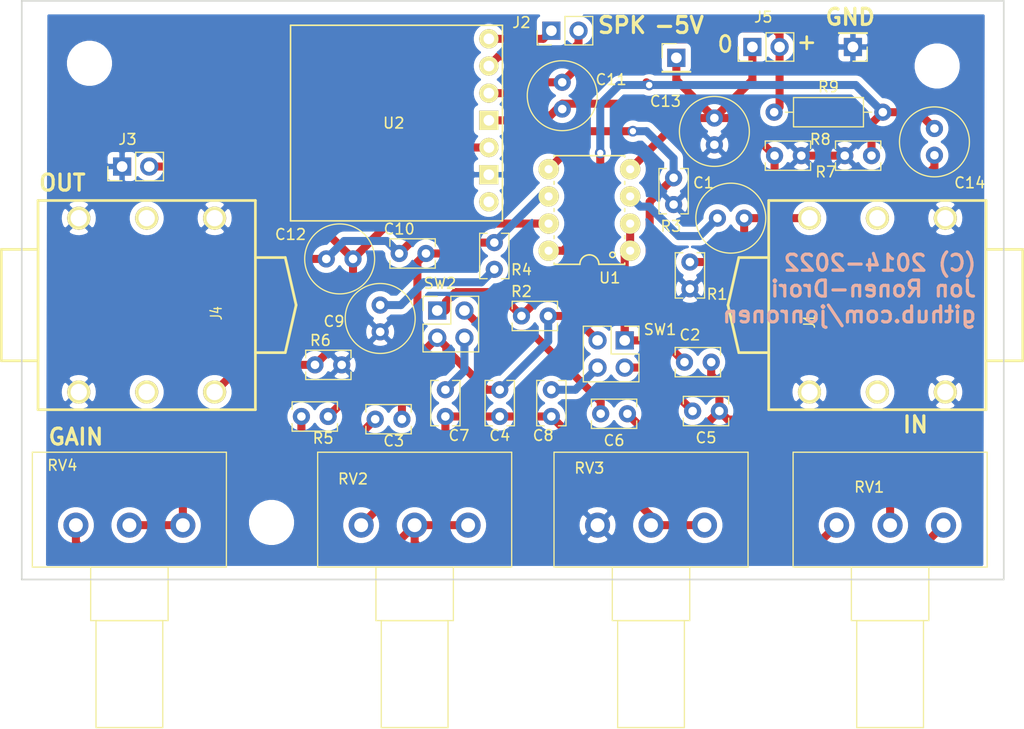
<source format=kicad_pcb>
(kicad_pcb (version 20171130) (host pcbnew 5.1.5+dfsg1-2build2)

  (general
    (thickness 1.6)
    (drawings 13)
    (tracks 184)
    (zones 0)
    (modules 41)
    (nets 24)
  )

  (page A4)
  (layers
    (0 F.Cu signal)
    (31 B.Cu signal)
    (32 B.Adhes user)
    (33 F.Adhes user)
    (34 B.Paste user)
    (35 F.Paste user)
    (36 B.SilkS user)
    (37 F.SilkS user)
    (38 B.Mask user)
    (39 F.Mask user)
    (40 Dwgs.User user)
    (41 Cmts.User user)
    (42 Eco1.User user)
    (43 Eco2.User user)
    (44 Edge.Cuts user)
    (45 Margin user)
    (46 B.CrtYd user)
    (47 F.CrtYd user)
    (48 B.Fab user)
    (49 F.Fab user)
  )

  (setup
    (last_trace_width 0.75)
    (trace_clearance 0.5)
    (zone_clearance 0.508)
    (zone_45_only no)
    (trace_min 0.2)
    (via_size 1)
    (via_drill 0.6)
    (via_min_size 0.4)
    (via_min_drill 0.3)
    (uvia_size 0.3)
    (uvia_drill 0.1)
    (uvias_allowed no)
    (uvia_min_size 0.2)
    (uvia_min_drill 0.1)
    (edge_width 0.15)
    (segment_width 0.2)
    (pcb_text_width 0.3)
    (pcb_text_size 1.5 1.5)
    (mod_edge_width 0.15)
    (mod_text_size 1 1)
    (mod_text_width 0.15)
    (pad_size 1.524 1.524)
    (pad_drill 0.762)
    (pad_to_mask_clearance 0.2)
    (aux_axis_origin 0 0)
    (grid_origin 207.01 136.525)
    (visible_elements FFFFFF7F)
    (pcbplotparams
      (layerselection 0x00030_80000001)
      (usegerberextensions false)
      (usegerberattributes false)
      (usegerberadvancedattributes false)
      (creategerberjobfile false)
      (excludeedgelayer true)
      (linewidth 0.100000)
      (plotframeref false)
      (viasonmask false)
      (mode 1)
      (useauxorigin false)
      (hpglpennumber 1)
      (hpglpenspeed 20)
      (hpglpendiameter 15.000000)
      (psnegative false)
      (psa4output false)
      (plotreference true)
      (plotvalue true)
      (plotinvisibletext false)
      (padsonsilk false)
      (subtractmaskfromsilk false)
      (outputformat 1)
      (mirror false)
      (drillshape 1)
      (scaleselection 1)
      (outputdirectory ""))
  )

  (net 0 "")
  (net 1 "Net-(C1-Pad1)")
  (net 2 "Net-(C1-Pad2)")
  (net 3 "Net-(C2-Pad1)")
  (net 4 "Net-(C2-Pad2)")
  (net 5 "Net-(C3-Pad1)")
  (net 6 "Net-(C3-Pad2)")
  (net 7 "Net-(C4-Pad1)")
  (net 8 GND)
  (net 9 "Net-(C6-Pad2)")
  (net 10 "Net-(R3-Pad1)")
  (net 11 "Net-(R5-Pad1)")
  (net 12 "Net-(C5-Pad2)")
  (net 13 "Net-(C7-Pad2)")
  (net 14 "Net-(C8-Pad2)")
  (net 15 "Net-(C9-Pad1)")
  (net 16 "Net-(C10-Pad2)")
  (net 17 "Net-(C10-Pad1)")
  (net 18 -5V)
  (net 19 +5V)
  (net 20 /PreAmpOut)
  (net 21 "Net-(J2-Pad2)")
  (net 22 "Net-(J2-Pad1)")
  (net 23 /PWR)

  (net_class Default "This is the default net class."
    (clearance 0.5)
    (trace_width 0.75)
    (via_dia 1)
    (via_drill 0.6)
    (uvia_dia 0.3)
    (uvia_drill 0.1)
    (add_net +5V)
    (add_net -5V)
    (add_net /PWR)
    (add_net /PreAmpOut)
    (add_net GND)
    (add_net "Net-(C1-Pad1)")
    (add_net "Net-(C1-Pad2)")
    (add_net "Net-(C10-Pad1)")
    (add_net "Net-(C10-Pad2)")
    (add_net "Net-(C2-Pad1)")
    (add_net "Net-(C2-Pad2)")
    (add_net "Net-(C3-Pad1)")
    (add_net "Net-(C3-Pad2)")
    (add_net "Net-(C4-Pad1)")
    (add_net "Net-(C5-Pad2)")
    (add_net "Net-(C6-Pad2)")
    (add_net "Net-(C7-Pad2)")
    (add_net "Net-(C8-Pad2)")
    (add_net "Net-(C9-Pad1)")
    (add_net "Net-(J2-Pad1)")
    (add_net "Net-(J2-Pad2)")
    (add_net "Net-(R3-Pad1)")
    (add_net "Net-(R5-Pad1)")
  )

  (module my_shit:audio_635mm_stereo_input (layer F.Cu) (tedit 0) (tstamp 61F061B2)
    (at 128.794 106.807)
    (descr "stereo audio 6.35mm input")
    (path /56FD7558)
    (fp_text reference J4 (at 6.5024 1.016 90) (layer F.SilkS)
      (effects (font (size 1.016 0.762) (thickness 0.127)))
    )
    (fp_text value JACK_STEREO (at 6.5024 2.3368 90) (layer F.SilkS) hide
      (effects (font (size 1.016 0.762) (thickness 0.127)))
    )
    (fp_line (start -10.16 -9.525) (end -10.16 10.033) (layer F.SilkS) (width 0.254))
    (fp_line (start -10.16 -4.953) (end -13.589 -4.953) (layer F.SilkS) (width 0.254))
    (fp_line (start -13.589 -4.953) (end -13.589 5.461) (layer F.SilkS) (width 0.254))
    (fp_line (start -13.589 5.461) (end -10.16 5.461) (layer F.SilkS) (width 0.254))
    (fp_line (start -10.16 10.033) (end 10.16 10.033) (layer F.SilkS) (width 0.254))
    (fp_line (start 10.16 10.033) (end 10.16 -9.525) (layer F.SilkS) (width 0.254))
    (fp_line (start 10.16 4.699) (end 12.954 4.699) (layer F.SilkS) (width 0.254))
    (fp_line (start 12.954 4.699) (end 13.97 0.254) (layer F.SilkS) (width 0.254))
    (fp_line (start 13.97 0.254) (end 12.954 -4.191) (layer F.SilkS) (width 0.254))
    (fp_line (start 12.954 -4.191) (end 10.16 -4.191) (layer F.SilkS) (width 0.254))
    (fp_line (start 10.16 -9.525) (end -10.16 -9.525) (layer F.SilkS) (width 0.254))
    (pad 1 thru_hole circle (at -6.35 8.382) (size 2.159 2.159) (drill 1.524) (layers *.Cu *.Mask F.SilkS)
      (net 8 GND))
    (pad 2 thru_hole circle (at 6.35 8.382) (size 2.159 2.159) (drill 1.524) (layers *.Cu *.Mask F.SilkS)
      (net 20 /PreAmpOut))
    (pad 3 thru_hole circle (at 0 8.382) (size 2.159 2.159) (drill 1.524) (layers *.Cu *.Mask F.SilkS))
    (pad 4 thru_hole circle (at -6.35 -7.874) (size 2.159 2.159) (drill 1.524) (layers *.Cu *.Mask F.SilkS)
      (net 8 GND))
    (pad 5 thru_hole circle (at 6.35 -7.874) (size 2.159 2.159) (drill 1.524) (layers *.Cu *.Mask F.SilkS)
      (net 8 GND))
    (pad 6 thru_hole circle (at 0 -7.874) (size 2.159 2.159) (drill 1.524) (layers *.Cu *.Mask F.SilkS))
  )

  (module Capacitor_THT:C_Radial_D6.3mm_H5.0mm_P2.50mm (layer F.Cu) (tedit 5BC5C9B9) (tstamp 61F0E0CE)
    (at 150.622 107.061 270)
    (descr "C, Radial series, Radial, pin pitch=2.50mm, diameter=6.3mm, height=5mm, Non-Polar Electrolytic Capacitor")
    (tags "C Radial series Radial pin pitch 2.50mm diameter 6.3mm height 5mm Non-Polar Electrolytic Capacitor")
    (path /57334E1E)
    (fp_text reference C9 (at 1.524 4.318 180) (layer F.SilkS)
      (effects (font (size 1 1) (thickness 0.15)))
    )
    (fp_text value 47uF (at 1.25 4.4 90) (layer F.Fab) hide
      (effects (font (size 1 1) (thickness 0.15)))
    )
    (fp_circle (center 1.25 0) (end 4.65 0) (layer F.CrtYd) (width 0.05))
    (fp_circle (center 1.25 0) (end 4.52 0) (layer F.SilkS) (width 0.12))
    (fp_circle (center 1.25 0) (end 4.4 0) (layer F.Fab) (width 0.1))
    (pad 2 thru_hole circle (at 2.5 0 270) (size 1.6 1.6) (drill 0.8) (layers *.Cu *.Mask)
      (net 8 GND))
    (pad 1 thru_hole circle (at 0 0 270) (size 1.6 1.6) (drill 0.8) (layers *.Cu *.Mask)
      (net 15 "Net-(C9-Pad1)"))
    (model ${KISYS3DMOD}/Capacitor_THT.3dshapes/C_Radial_D6.3mm_H5.0mm_P2.50mm.wrl
      (at (xyz 0 0 0))
      (scale (xyz 1 1 1))
      (rotate (xyz 0 0 0))
    )
  )

  (module Power_Integrations:PDIP-8 (layer F.Cu) (tedit 57331188) (tstamp 61F07140)
    (at 170.18 98.171 90)
    (descr "PDIP-8 Standard 300mil 8pin Dual In Line Package")
    (tags "Power Integrations P Package")
    (path /56FD7980)
    (fp_text reference U1 (at -6.35 1.905 180) (layer F.SilkS)
      (effects (font (size 1 1) (thickness 0.15)))
    )
    (fp_text value OPA1612 (at 0 0 90) (layer F.Fab) hide
      (effects (font (size 1 1) (thickness 0.15)))
    )
    (fp_line (start -5.08 0.889) (end -5.08 3.302) (layer F.SilkS) (width 0.15))
    (fp_line (start -5.08 -0.889) (end -5.08 -3.302) (layer F.SilkS) (width 0.15))
    (fp_arc (start -5.08 0) (end -4.191 0) (angle 90) (layer F.SilkS) (width 0.15))
    (fp_arc (start -5.08 0) (end -5.08 -0.889) (angle 90) (layer F.SilkS) (width 0.15))
    (fp_circle (center -4.191 2.159) (end -3.937 2.159) (layer F.SilkS) (width 0.15))
    (fp_line (start 5.08 3.302) (end 4.953 3.302) (layer F.SilkS) (width 0.15))
    (fp_line (start 2.413 3.302) (end 2.667 3.302) (layer F.SilkS) (width 0.15))
    (fp_line (start -0.127 3.302) (end 0.127 3.302) (layer F.SilkS) (width 0.15))
    (fp_line (start -2.667 3.302) (end -2.413 3.302) (layer F.SilkS) (width 0.15))
    (fp_line (start -5.08 3.302) (end -4.953 3.302) (layer F.SilkS) (width 0.15))
    (fp_line (start -5.08 -3.302) (end -4.953 -3.302) (layer F.SilkS) (width 0.15))
    (fp_line (start 5.08 -3.302) (end 4.953 -3.302) (layer F.SilkS) (width 0.15))
    (fp_line (start 2.413 -3.302) (end 2.667 -3.302) (layer F.SilkS) (width 0.15))
    (fp_line (start -0.127 -3.302) (end 0.127 -3.302) (layer F.SilkS) (width 0.15))
    (fp_line (start -2.667 -3.302) (end -2.413 -3.302) (layer F.SilkS) (width 0.15))
    (fp_line (start 5.08 3.302) (end 5.08 -3.302) (layer F.SilkS) (width 0.15))
    (pad 1 thru_hole circle (at -3.81 3.81 90) (size 1.905 1.905) (drill 0.762) (layers *.Cu *.Mask F.SilkS)
      (net 4 "Net-(C2-Pad2)"))
    (pad 2 thru_hole circle (at -1.27 3.81 90) (size 1.905 1.905) (drill 0.762) (layers *.Cu *.Mask F.SilkS)
      (net 4 "Net-(C2-Pad2)"))
    (pad 3 thru_hole circle (at 1.27 3.81 90) (size 1.905 1.905) (drill 0.762) (layers *.Cu *.Mask F.SilkS)
      (net 1 "Net-(C1-Pad1)"))
    (pad 4 thru_hole circle (at 3.81 3.81 90) (size 1.905 1.905) (drill 0.762) (layers *.Cu *.Mask F.SilkS)
      (net 18 -5V))
    (pad 5 thru_hole circle (at 3.81 -3.81 90) (size 1.905 1.905) (drill 0.762) (layers *.Cu *.Mask F.SilkS)
      (net 10 "Net-(R3-Pad1)"))
    (pad 6 thru_hole circle (at 1.27 -3.81 90) (size 1.905 1.905) (drill 0.762) (layers *.Cu *.Mask F.SilkS)
      (net 16 "Net-(C10-Pad2)"))
    (pad 7 thru_hole circle (at -1.27 -3.81 90) (size 1.905 1.905) (drill 0.762) (layers *.Cu *.Mask F.SilkS)
      (net 17 "Net-(C10-Pad1)"))
    (pad 8 thru_hole circle (at -3.81 -3.81 90) (size 1.905 1.905) (drill 0.762) (layers *.Cu *.Mask F.SilkS)
      (net 19 +5V))
  )

  (module Capacitor_THT:C_Rect_L4.0mm_W2.5mm_P2.50mm (layer F.Cu) (tedit 5AE50EF0) (tstamp 61F0A7B3)
    (at 181.57 112.395 180)
    (descr "C, Rect series, Radial, pin pitch=2.50mm, , length*width=4*2.5mm^2, Capacitor")
    (tags "C Rect series Radial pin pitch 2.50mm  length 4mm width 2.5mm Capacitor")
    (path /56FD7D3A)
    (fp_text reference C2 (at 1.992 2.54) (layer F.SilkS)
      (effects (font (size 1 1) (thickness 0.15)))
    )
    (fp_text value 80pF (at 1.25 2.5) (layer F.Fab) hide
      (effects (font (size 1 1) (thickness 0.15)))
    )
    (fp_line (start -0.75 -1.25) (end -0.75 1.25) (layer F.Fab) (width 0.1))
    (fp_line (start -0.75 1.25) (end 3.25 1.25) (layer F.Fab) (width 0.1))
    (fp_line (start 3.25 1.25) (end 3.25 -1.25) (layer F.Fab) (width 0.1))
    (fp_line (start 3.25 -1.25) (end -0.75 -1.25) (layer F.Fab) (width 0.1))
    (fp_line (start -0.87 -1.37) (end 3.37 -1.37) (layer F.SilkS) (width 0.12))
    (fp_line (start -0.87 1.37) (end 3.37 1.37) (layer F.SilkS) (width 0.12))
    (fp_line (start -0.87 -1.37) (end -0.87 -0.665) (layer F.SilkS) (width 0.12))
    (fp_line (start -0.87 0.665) (end -0.87 1.37) (layer F.SilkS) (width 0.12))
    (fp_line (start 3.37 -1.37) (end 3.37 -0.665) (layer F.SilkS) (width 0.12))
    (fp_line (start 3.37 0.665) (end 3.37 1.37) (layer F.SilkS) (width 0.12))
    (fp_line (start -1.05 -1.5) (end -1.05 1.5) (layer F.CrtYd) (width 0.05))
    (fp_line (start -1.05 1.5) (end 3.55 1.5) (layer F.CrtYd) (width 0.05))
    (fp_line (start 3.55 1.5) (end 3.55 -1.5) (layer F.CrtYd) (width 0.05))
    (fp_line (start 3.55 -1.5) (end -1.05 -1.5) (layer F.CrtYd) (width 0.05))
    (pad 1 thru_hole circle (at 0 0 180) (size 1.6 1.6) (drill 0.8) (layers *.Cu *.Mask)
      (net 3 "Net-(C2-Pad1)"))
    (pad 2 thru_hole circle (at 2.5 0 180) (size 1.6 1.6) (drill 0.8) (layers *.Cu *.Mask)
      (net 4 "Net-(C2-Pad2)"))
    (model ${KISYS3DMOD}/Capacitor_THT.3dshapes/C_Rect_L4.0mm_W2.5mm_P2.50mm.wrl
      (at (xyz 0 0 0))
      (scale (xyz 1 1 1))
      (rotate (xyz 0 0 0))
    )
  )

  (module Capacitor_THT:C_Rect_L4.0mm_W2.5mm_P2.50mm (layer F.Cu) (tedit 5AE50EF0) (tstamp 61F0A7C7)
    (at 150.154 117.729)
    (descr "C, Rect series, Radial, pin pitch=2.50mm, , length*width=4*2.5mm^2, Capacitor")
    (tags "C Rect series Radial pin pitch 2.50mm  length 4mm width 2.5mm Capacitor")
    (path /56FD82A9)
    (fp_text reference C3 (at 1.738 2.032) (layer F.SilkS)
      (effects (font (size 1 1) (thickness 0.15)))
    )
    (fp_text value 47nF (at 1.25 2.5) (layer F.Fab) hide
      (effects (font (size 1 1) (thickness 0.15)))
    )
    (fp_line (start 3.55 -1.5) (end -1.05 -1.5) (layer F.CrtYd) (width 0.05))
    (fp_line (start 3.55 1.5) (end 3.55 -1.5) (layer F.CrtYd) (width 0.05))
    (fp_line (start -1.05 1.5) (end 3.55 1.5) (layer F.CrtYd) (width 0.05))
    (fp_line (start -1.05 -1.5) (end -1.05 1.5) (layer F.CrtYd) (width 0.05))
    (fp_line (start 3.37 0.665) (end 3.37 1.37) (layer F.SilkS) (width 0.12))
    (fp_line (start 3.37 -1.37) (end 3.37 -0.665) (layer F.SilkS) (width 0.12))
    (fp_line (start -0.87 0.665) (end -0.87 1.37) (layer F.SilkS) (width 0.12))
    (fp_line (start -0.87 -1.37) (end -0.87 -0.665) (layer F.SilkS) (width 0.12))
    (fp_line (start -0.87 1.37) (end 3.37 1.37) (layer F.SilkS) (width 0.12))
    (fp_line (start -0.87 -1.37) (end 3.37 -1.37) (layer F.SilkS) (width 0.12))
    (fp_line (start 3.25 -1.25) (end -0.75 -1.25) (layer F.Fab) (width 0.1))
    (fp_line (start 3.25 1.25) (end 3.25 -1.25) (layer F.Fab) (width 0.1))
    (fp_line (start -0.75 1.25) (end 3.25 1.25) (layer F.Fab) (width 0.1))
    (fp_line (start -0.75 -1.25) (end -0.75 1.25) (layer F.Fab) (width 0.1))
    (pad 2 thru_hole circle (at 2.5 0) (size 1.6 1.6) (drill 0.8) (layers *.Cu *.Mask)
      (net 6 "Net-(C3-Pad2)"))
    (pad 1 thru_hole circle (at 0 0) (size 1.6 1.6) (drill 0.8) (layers *.Cu *.Mask)
      (net 5 "Net-(C3-Pad1)"))
    (model ${KISYS3DMOD}/Capacitor_THT.3dshapes/C_Rect_L4.0mm_W2.5mm_P2.50mm.wrl
      (at (xyz 0 0 0))
      (scale (xyz 1 1 1))
      (rotate (xyz 0 0 0))
    )
  )

  (module Capacitor_THT:C_Rect_L4.0mm_W2.5mm_P2.50mm (layer F.Cu) (tedit 5AE50EF0) (tstamp 61F0A7DB)
    (at 161.798 117.475 90)
    (descr "C, Rect series, Radial, pin pitch=2.50mm, , length*width=4*2.5mm^2, Capacitor")
    (tags "C Rect series Radial pin pitch 2.50mm  length 4mm width 2.5mm Capacitor")
    (path /56FD8300)
    (fp_text reference C4 (at -1.778 0 180) (layer F.SilkS)
      (effects (font (size 1 1) (thickness 0.15)))
    )
    (fp_text value 10nF (at 1.25 2.5 90) (layer F.Fab) hide
      (effects (font (size 1 1) (thickness 0.15)))
    )
    (fp_line (start -0.75 -1.25) (end -0.75 1.25) (layer F.Fab) (width 0.1))
    (fp_line (start -0.75 1.25) (end 3.25 1.25) (layer F.Fab) (width 0.1))
    (fp_line (start 3.25 1.25) (end 3.25 -1.25) (layer F.Fab) (width 0.1))
    (fp_line (start 3.25 -1.25) (end -0.75 -1.25) (layer F.Fab) (width 0.1))
    (fp_line (start -0.87 -1.37) (end 3.37 -1.37) (layer F.SilkS) (width 0.12))
    (fp_line (start -0.87 1.37) (end 3.37 1.37) (layer F.SilkS) (width 0.12))
    (fp_line (start -0.87 -1.37) (end -0.87 -0.665) (layer F.SilkS) (width 0.12))
    (fp_line (start -0.87 0.665) (end -0.87 1.37) (layer F.SilkS) (width 0.12))
    (fp_line (start 3.37 -1.37) (end 3.37 -0.665) (layer F.SilkS) (width 0.12))
    (fp_line (start 3.37 0.665) (end 3.37 1.37) (layer F.SilkS) (width 0.12))
    (fp_line (start -1.05 -1.5) (end -1.05 1.5) (layer F.CrtYd) (width 0.05))
    (fp_line (start -1.05 1.5) (end 3.55 1.5) (layer F.CrtYd) (width 0.05))
    (fp_line (start 3.55 1.5) (end 3.55 -1.5) (layer F.CrtYd) (width 0.05))
    (fp_line (start 3.55 -1.5) (end -1.05 -1.5) (layer F.CrtYd) (width 0.05))
    (pad 1 thru_hole circle (at 0 0 90) (size 1.6 1.6) (drill 0.8) (layers *.Cu *.Mask)
      (net 7 "Net-(C4-Pad1)"))
    (pad 2 thru_hole circle (at 2.5 0 90) (size 1.6 1.6) (drill 0.8) (layers *.Cu *.Mask)
      (net 6 "Net-(C3-Pad2)"))
    (model ${KISYS3DMOD}/Capacitor_THT.3dshapes/C_Rect_L4.0mm_W2.5mm_P2.50mm.wrl
      (at (xyz 0 0 0))
      (scale (xyz 1 1 1))
      (rotate (xyz 0 0 0))
    )
  )

  (module Capacitor_THT:C_Rect_L4.0mm_W2.5mm_P2.50mm (layer F.Cu) (tedit 5AE50EF0) (tstamp 61F075CA)
    (at 182.332 116.967 180)
    (descr "C, Rect series, Radial, pin pitch=2.50mm, , length*width=4*2.5mm^2, Capacitor")
    (tags "C Rect series Radial pin pitch 2.50mm  length 4mm width 2.5mm Capacitor")
    (path /62003687)
    (fp_text reference C5 (at 1.25 -2.5) (layer F.SilkS)
      (effects (font (size 1 1) (thickness 0.15)))
    )
    (fp_text value 150pF (at 1.25 2.5) (layer F.Fab) hide
      (effects (font (size 1 1) (thickness 0.15)))
    )
    (fp_line (start -0.75 -1.25) (end -0.75 1.25) (layer F.Fab) (width 0.1))
    (fp_line (start -0.75 1.25) (end 3.25 1.25) (layer F.Fab) (width 0.1))
    (fp_line (start 3.25 1.25) (end 3.25 -1.25) (layer F.Fab) (width 0.1))
    (fp_line (start 3.25 -1.25) (end -0.75 -1.25) (layer F.Fab) (width 0.1))
    (fp_line (start -0.87 -1.37) (end 3.37 -1.37) (layer F.SilkS) (width 0.12))
    (fp_line (start -0.87 1.37) (end 3.37 1.37) (layer F.SilkS) (width 0.12))
    (fp_line (start -0.87 -1.37) (end -0.87 -0.665) (layer F.SilkS) (width 0.12))
    (fp_line (start -0.87 0.665) (end -0.87 1.37) (layer F.SilkS) (width 0.12))
    (fp_line (start 3.37 -1.37) (end 3.37 -0.665) (layer F.SilkS) (width 0.12))
    (fp_line (start 3.37 0.665) (end 3.37 1.37) (layer F.SilkS) (width 0.12))
    (fp_line (start -1.05 -1.5) (end -1.05 1.5) (layer F.CrtYd) (width 0.05))
    (fp_line (start -1.05 1.5) (end 3.55 1.5) (layer F.CrtYd) (width 0.05))
    (fp_line (start 3.55 1.5) (end 3.55 -1.5) (layer F.CrtYd) (width 0.05))
    (fp_line (start 3.55 -1.5) (end -1.05 -1.5) (layer F.CrtYd) (width 0.05))
    (fp_text user %R (at 1.25 0) (layer F.Fab) hide
      (effects (font (size 0.8 0.8) (thickness 0.12)))
    )
    (pad 1 thru_hole circle (at 0 0 180) (size 1.6 1.6) (drill 0.8) (layers *.Cu *.Mask)
      (net 3 "Net-(C2-Pad1)"))
    (pad 2 thru_hole circle (at 2.5 0 180) (size 1.6 1.6) (drill 0.8) (layers *.Cu *.Mask)
      (net 12 "Net-(C5-Pad2)"))
    (model ${KISYS3DMOD}/Capacitor_THT.3dshapes/C_Rect_L4.0mm_W2.5mm_P2.50mm.wrl
      (at (xyz 0 0 0))
      (scale (xyz 1 1 1))
      (rotate (xyz 0 0 0))
    )
  )

  (module Capacitor_THT:C_Rect_L4.0mm_W2.5mm_P2.50mm (layer F.Cu) (tedit 5AE50EF0) (tstamp 61F0A803)
    (at 173.736 117.221 180)
    (descr "C, Rect series, Radial, pin pitch=2.50mm, , length*width=4*2.5mm^2, Capacitor")
    (tags "C Rect series Radial pin pitch 2.50mm  length 4mm width 2.5mm Capacitor")
    (path /62002FD0)
    (fp_text reference C6 (at 1.25 -2.5) (layer F.SilkS)
      (effects (font (size 1 1) (thickness 0.15)))
    )
    (fp_text value 80pF (at 1.25 2.5) (layer F.Fab) hide
      (effects (font (size 1 1) (thickness 0.15)))
    )
    (fp_line (start -0.75 -1.25) (end -0.75 1.25) (layer F.Fab) (width 0.1))
    (fp_line (start -0.75 1.25) (end 3.25 1.25) (layer F.Fab) (width 0.1))
    (fp_line (start 3.25 1.25) (end 3.25 -1.25) (layer F.Fab) (width 0.1))
    (fp_line (start 3.25 -1.25) (end -0.75 -1.25) (layer F.Fab) (width 0.1))
    (fp_line (start -0.87 -1.37) (end 3.37 -1.37) (layer F.SilkS) (width 0.12))
    (fp_line (start -0.87 1.37) (end 3.37 1.37) (layer F.SilkS) (width 0.12))
    (fp_line (start -0.87 -1.37) (end -0.87 -0.665) (layer F.SilkS) (width 0.12))
    (fp_line (start -0.87 0.665) (end -0.87 1.37) (layer F.SilkS) (width 0.12))
    (fp_line (start 3.37 -1.37) (end 3.37 -0.665) (layer F.SilkS) (width 0.12))
    (fp_line (start 3.37 0.665) (end 3.37 1.37) (layer F.SilkS) (width 0.12))
    (fp_line (start -1.05 -1.5) (end -1.05 1.5) (layer F.CrtYd) (width 0.05))
    (fp_line (start -1.05 1.5) (end 3.55 1.5) (layer F.CrtYd) (width 0.05))
    (fp_line (start 3.55 1.5) (end 3.55 -1.5) (layer F.CrtYd) (width 0.05))
    (fp_line (start 3.55 -1.5) (end -1.05 -1.5) (layer F.CrtYd) (width 0.05))
    (pad 1 thru_hole circle (at 0 0 180) (size 1.6 1.6) (drill 0.8) (layers *.Cu *.Mask)
      (net 3 "Net-(C2-Pad1)"))
    (pad 2 thru_hole circle (at 2.5 0 180) (size 1.6 1.6) (drill 0.8) (layers *.Cu *.Mask)
      (net 9 "Net-(C6-Pad2)"))
    (model ${KISYS3DMOD}/Capacitor_THT.3dshapes/C_Rect_L4.0mm_W2.5mm_P2.50mm.wrl
      (at (xyz 0 0 0))
      (scale (xyz 1 1 1))
      (rotate (xyz 0 0 0))
    )
  )

  (module Capacitor_THT:C_Rect_L4.0mm_W2.5mm_P2.50mm (layer F.Cu) (tedit 5AE50EF0) (tstamp 61F0A817)
    (at 156.718 117.475 90)
    (descr "C, Rect series, Radial, pin pitch=2.50mm, , length*width=4*2.5mm^2, Capacitor")
    (tags "C Rect series Radial pin pitch 2.50mm  length 4mm width 2.5mm Capacitor")
    (path /61FDF155)
    (fp_text reference C7 (at -1.778 1.27 180) (layer F.SilkS)
      (effects (font (size 1 1) (thickness 0.15)))
    )
    (fp_text value 10nF (at 1.25 2.5 90) (layer F.Fab) hide
      (effects (font (size 1 1) (thickness 0.15)))
    )
    (fp_line (start 3.55 -1.5) (end -1.05 -1.5) (layer F.CrtYd) (width 0.05))
    (fp_line (start 3.55 1.5) (end 3.55 -1.5) (layer F.CrtYd) (width 0.05))
    (fp_line (start -1.05 1.5) (end 3.55 1.5) (layer F.CrtYd) (width 0.05))
    (fp_line (start -1.05 -1.5) (end -1.05 1.5) (layer F.CrtYd) (width 0.05))
    (fp_line (start 3.37 0.665) (end 3.37 1.37) (layer F.SilkS) (width 0.12))
    (fp_line (start 3.37 -1.37) (end 3.37 -0.665) (layer F.SilkS) (width 0.12))
    (fp_line (start -0.87 0.665) (end -0.87 1.37) (layer F.SilkS) (width 0.12))
    (fp_line (start -0.87 -1.37) (end -0.87 -0.665) (layer F.SilkS) (width 0.12))
    (fp_line (start -0.87 1.37) (end 3.37 1.37) (layer F.SilkS) (width 0.12))
    (fp_line (start -0.87 -1.37) (end 3.37 -1.37) (layer F.SilkS) (width 0.12))
    (fp_line (start 3.25 -1.25) (end -0.75 -1.25) (layer F.Fab) (width 0.1))
    (fp_line (start 3.25 1.25) (end 3.25 -1.25) (layer F.Fab) (width 0.1))
    (fp_line (start -0.75 1.25) (end 3.25 1.25) (layer F.Fab) (width 0.1))
    (fp_line (start -0.75 -1.25) (end -0.75 1.25) (layer F.Fab) (width 0.1))
    (pad 2 thru_hole circle (at 2.5 0 90) (size 1.6 1.6) (drill 0.8) (layers *.Cu *.Mask)
      (net 13 "Net-(C7-Pad2)"))
    (pad 1 thru_hole circle (at 0 0 90) (size 1.6 1.6) (drill 0.8) (layers *.Cu *.Mask)
      (net 7 "Net-(C4-Pad1)"))
    (model ${KISYS3DMOD}/Capacitor_THT.3dshapes/C_Rect_L4.0mm_W2.5mm_P2.50mm.wrl
      (at (xyz 0 0 0))
      (scale (xyz 1 1 1))
      (rotate (xyz 0 0 0))
    )
  )

  (module Capacitor_THT:C_Rect_L4.0mm_W2.5mm_P2.50mm (layer F.Cu) (tedit 5AE50EF0) (tstamp 61F0A82B)
    (at 166.624 117.475 90)
    (descr "C, Rect series, Radial, pin pitch=2.50mm, , length*width=4*2.5mm^2, Capacitor")
    (tags "C Rect series Radial pin pitch 2.50mm  length 4mm width 2.5mm Capacitor")
    (path /61FF5468)
    (fp_text reference C8 (at -1.778 -0.762 180) (layer F.SilkS)
      (effects (font (size 1 1) (thickness 0.15)))
    )
    (fp_text value 22nF (at 1.25 2.5 90) (layer F.Fab) hide
      (effects (font (size 1 1) (thickness 0.15)))
    )
    (fp_line (start -0.75 -1.25) (end -0.75 1.25) (layer F.Fab) (width 0.1))
    (fp_line (start -0.75 1.25) (end 3.25 1.25) (layer F.Fab) (width 0.1))
    (fp_line (start 3.25 1.25) (end 3.25 -1.25) (layer F.Fab) (width 0.1))
    (fp_line (start 3.25 -1.25) (end -0.75 -1.25) (layer F.Fab) (width 0.1))
    (fp_line (start -0.87 -1.37) (end 3.37 -1.37) (layer F.SilkS) (width 0.12))
    (fp_line (start -0.87 1.37) (end 3.37 1.37) (layer F.SilkS) (width 0.12))
    (fp_line (start -0.87 -1.37) (end -0.87 -0.665) (layer F.SilkS) (width 0.12))
    (fp_line (start -0.87 0.665) (end -0.87 1.37) (layer F.SilkS) (width 0.12))
    (fp_line (start 3.37 -1.37) (end 3.37 -0.665) (layer F.SilkS) (width 0.12))
    (fp_line (start 3.37 0.665) (end 3.37 1.37) (layer F.SilkS) (width 0.12))
    (fp_line (start -1.05 -1.5) (end -1.05 1.5) (layer F.CrtYd) (width 0.05))
    (fp_line (start -1.05 1.5) (end 3.55 1.5) (layer F.CrtYd) (width 0.05))
    (fp_line (start 3.55 1.5) (end 3.55 -1.5) (layer F.CrtYd) (width 0.05))
    (fp_line (start 3.55 -1.5) (end -1.05 -1.5) (layer F.CrtYd) (width 0.05))
    (pad 1 thru_hole circle (at 0 0 90) (size 1.6 1.6) (drill 0.8) (layers *.Cu *.Mask)
      (net 7 "Net-(C4-Pad1)"))
    (pad 2 thru_hole circle (at 2.5 0 90) (size 1.6 1.6) (drill 0.8) (layers *.Cu *.Mask)
      (net 14 "Net-(C8-Pad2)"))
    (model ${KISYS3DMOD}/Capacitor_THT.3dshapes/C_Rect_L4.0mm_W2.5mm_P2.50mm.wrl
      (at (xyz 0 0 0))
      (scale (xyz 1 1 1))
      (rotate (xyz 0 0 0))
    )
  )

  (module Capacitor_THT:C_Rect_L4.0mm_W2.5mm_P2.50mm (layer F.Cu) (tedit 5AE50EF0) (tstamp 61F0A848)
    (at 152.4 102.235)
    (descr "C, Rect series, Radial, pin pitch=2.50mm, , length*width=4*2.5mm^2, Capacitor")
    (tags "C Rect series Radial pin pitch 2.50mm  length 4mm width 2.5mm Capacitor")
    (path /56FDA145)
    (fp_text reference C10 (at 0 -2.286) (layer F.SilkS)
      (effects (font (size 1 1) (thickness 0.15)))
    )
    (fp_text value "47pF (optional)" (at 1.25 2.5) (layer F.Fab) hide
      (effects (font (size 1 1) (thickness 0.15)))
    )
    (fp_line (start 3.55 -1.5) (end -1.05 -1.5) (layer F.CrtYd) (width 0.05))
    (fp_line (start 3.55 1.5) (end 3.55 -1.5) (layer F.CrtYd) (width 0.05))
    (fp_line (start -1.05 1.5) (end 3.55 1.5) (layer F.CrtYd) (width 0.05))
    (fp_line (start -1.05 -1.5) (end -1.05 1.5) (layer F.CrtYd) (width 0.05))
    (fp_line (start 3.37 0.665) (end 3.37 1.37) (layer F.SilkS) (width 0.12))
    (fp_line (start 3.37 -1.37) (end 3.37 -0.665) (layer F.SilkS) (width 0.12))
    (fp_line (start -0.87 0.665) (end -0.87 1.37) (layer F.SilkS) (width 0.12))
    (fp_line (start -0.87 -1.37) (end -0.87 -0.665) (layer F.SilkS) (width 0.12))
    (fp_line (start -0.87 1.37) (end 3.37 1.37) (layer F.SilkS) (width 0.12))
    (fp_line (start -0.87 -1.37) (end 3.37 -1.37) (layer F.SilkS) (width 0.12))
    (fp_line (start 3.25 -1.25) (end -0.75 -1.25) (layer F.Fab) (width 0.1))
    (fp_line (start 3.25 1.25) (end 3.25 -1.25) (layer F.Fab) (width 0.1))
    (fp_line (start -0.75 1.25) (end 3.25 1.25) (layer F.Fab) (width 0.1))
    (fp_line (start -0.75 -1.25) (end -0.75 1.25) (layer F.Fab) (width 0.1))
    (pad 2 thru_hole circle (at 2.5 0) (size 1.6 1.6) (drill 0.8) (layers *.Cu *.Mask)
      (net 16 "Net-(C10-Pad2)"))
    (pad 1 thru_hole circle (at 0 0) (size 1.6 1.6) (drill 0.8) (layers *.Cu *.Mask)
      (net 17 "Net-(C10-Pad1)"))
    (model ${KISYS3DMOD}/Capacitor_THT.3dshapes/C_Rect_L4.0mm_W2.5mm_P2.50mm.wrl
      (at (xyz 0 0 0))
      (scale (xyz 1 1 1))
      (rotate (xyz 0 0 0))
    )
  )

  (module Capacitor_THT:C_Radial_D6.3mm_H7.0mm_P2.50mm (layer F.Cu) (tedit 5BC5C9B9) (tstamp 61F06BEF)
    (at 181.864 92.075 90)
    (descr "C, Radial series, Radial, pin pitch=2.50mm, diameter=6.3mm, height=7mm, Non-Polar Electrolytic Capacitor")
    (tags "C Radial series Radial pin pitch 2.50mm diameter 6.3mm height 7mm Non-Polar Electrolytic Capacitor")
    (path /56FD6F3D)
    (fp_text reference C13 (at 4.064 -4.572 180) (layer F.SilkS)
      (effects (font (size 1 1) (thickness 0.15)))
    )
    (fp_text value 100uF (at 1.25 4.4 90) (layer F.Fab) hide
      (effects (font (size 1 1) (thickness 0.15)))
    )
    (fp_circle (center 1.25 0) (end 4.4 0) (layer F.Fab) (width 0.1))
    (fp_circle (center 1.25 0) (end 4.52 0) (layer F.SilkS) (width 0.12))
    (fp_circle (center 1.25 0) (end 4.65 0) (layer F.CrtYd) (width 0.05))
    (pad 1 thru_hole circle (at 0 0 90) (size 1.6 1.6) (drill 0.8) (layers *.Cu *.Mask)
      (net 8 GND))
    (pad 2 thru_hole circle (at 2.5 0 90) (size 1.6 1.6) (drill 0.8) (layers *.Cu *.Mask)
      (net 18 -5V))
    (model ${KISYS3DMOD}/Capacitor_THT.3dshapes/C_Radial_D6.3mm_H7.0mm_P2.50mm.wrl
      (at (xyz 0 0 0))
      (scale (xyz 1 1 1))
      (rotate (xyz 0 0 0))
    )
  )

  (module Capacitor_THT:C_Radial_D6.3mm_H7.0mm_P2.50mm (layer F.Cu) (tedit 5BC5C9B9) (tstamp 61F0A882)
    (at 202.438 90.551 270)
    (descr "C, Radial series, Radial, pin pitch=2.50mm, diameter=6.3mm, height=7mm, Non-Polar Electrolytic Capacitor")
    (tags "C Radial series Radial pin pitch 2.50mm diameter 6.3mm height 7mm Non-Polar Electrolytic Capacitor")
    (path /56FD6EF0)
    (fp_text reference C14 (at 5.08 -3.302 180) (layer F.SilkS)
      (effects (font (size 1 1) (thickness 0.15)))
    )
    (fp_text value 100uF (at 1.25 4.4 90) (layer F.Fab) hide
      (effects (font (size 1 1) (thickness 0.15)))
    )
    (fp_circle (center 1.25 0) (end 4.65 0) (layer F.CrtYd) (width 0.05))
    (fp_circle (center 1.25 0) (end 4.52 0) (layer F.SilkS) (width 0.12))
    (fp_circle (center 1.25 0) (end 4.4 0) (layer F.Fab) (width 0.1))
    (pad 2 thru_hole circle (at 2.5 0 270) (size 1.6 1.6) (drill 0.8) (layers *.Cu *.Mask)
      (net 18 -5V))
    (pad 1 thru_hole circle (at 0 0 270) (size 1.6 1.6) (drill 0.8) (layers *.Cu *.Mask)
      (net 19 +5V))
    (model ${KISYS3DMOD}/Capacitor_THT.3dshapes/C_Radial_D6.3mm_H7.0mm_P2.50mm.wrl
      (at (xyz 0 0 0))
      (scale (xyz 1 1 1))
      (rotate (xyz 0 0 0))
    )
  )

  (module MountingHole:MountingHole_3.2mm_M3 (layer F.Cu) (tedit 56D1B4CB) (tstamp 61F08C8B)
    (at 123.444 84.455)
    (descr "Mounting Hole 3.2mm, no annular, M3")
    (tags "mounting hole 3.2mm no annular m3")
    (path /61F0AB24)
    (attr virtual)
    (fp_text reference H1 (at 0 -4.2) (layer F.SilkS) hide
      (effects (font (size 1 1) (thickness 0.15)))
    )
    (fp_text value MountingHole (at 0 4.2) (layer F.Fab) hide
      (effects (font (size 1 1) (thickness 0.15)))
    )
    (fp_circle (center 0 0) (end 3.2 0) (layer Cmts.User) (width 0.15))
    (fp_circle (center 0 0) (end 3.45 0) (layer F.CrtYd) (width 0.05))
    (pad 1 np_thru_hole circle (at 0 0) (size 3.2 3.2) (drill 3.2) (layers *.Cu *.Mask))
  )

  (module MountingHole:MountingHole_3.2mm_M3 (layer F.Cu) (tedit 56D1B4CB) (tstamp 61F08B7E)
    (at 140.462 127.381)
    (descr "Mounting Hole 3.2mm, no annular, M3")
    (tags "mounting hole 3.2mm no annular m3")
    (path /61F0AFA9)
    (attr virtual)
    (fp_text reference H2 (at 0 -4.2) (layer F.SilkS) hide
      (effects (font (size 1 1) (thickness 0.15)))
    )
    (fp_text value MountingHole (at 0 4.2) (layer F.Fab) hide
      (effects (font (size 1 1) (thickness 0.15)))
    )
    (fp_circle (center 0 0) (end 3.2 0) (layer Cmts.User) (width 0.15))
    (fp_circle (center 0 0) (end 3.45 0) (layer F.CrtYd) (width 0.05))
    (pad 1 np_thru_hole circle (at 0 0) (size 3.2 3.2) (drill 3.2) (layers *.Cu *.Mask))
  )

  (module MountingHole:MountingHole_3.2mm_M3 (layer F.Cu) (tedit 56D1B4CB) (tstamp 61F0A89A)
    (at 202.692 84.709 90)
    (descr "Mounting Hole 3.2mm, no annular, M3")
    (tags "mounting hole 3.2mm no annular m3")
    (path /61F0B52A)
    (attr virtual)
    (fp_text reference H3 (at 0 -4.2 90) (layer F.SilkS) hide
      (effects (font (size 1 1) (thickness 0.15)))
    )
    (fp_text value MountingHole (at 0 4.2 90) (layer F.Fab) hide
      (effects (font (size 1 1) (thickness 0.15)))
    )
    (fp_circle (center 0 0) (end 3.2 0) (layer Cmts.User) (width 0.15))
    (fp_circle (center 0 0) (end 3.45 0) (layer F.CrtYd) (width 0.05))
    (pad 1 np_thru_hole circle (at 0 0 90) (size 3.2 3.2) (drill 3.2) (layers *.Cu *.Mask))
  )

  (module my_shit:audio_635mm_stereo_input (layer F.Cu) (tedit 0) (tstamp 61F087C9)
    (at 197.104 107.315 180)
    (descr "stereo audio 6.35mm input")
    (path /56FD74AB)
    (fp_text reference J1 (at 6.35 -1.27 270) (layer F.SilkS)
      (effects (font (size 1.016 0.762) (thickness 0.127)))
    )
    (fp_text value JACK_STEREO (at -5.715 0 270) (layer F.SilkS) hide
      (effects (font (size 1.016 0.762) (thickness 0.127)))
    )
    (fp_line (start -10.16 -9.525) (end -10.16 10.033) (layer F.SilkS) (width 0.254))
    (fp_line (start -10.16 -4.953) (end -13.589 -4.953) (layer F.SilkS) (width 0.254))
    (fp_line (start -13.589 -4.953) (end -13.589 5.461) (layer F.SilkS) (width 0.254))
    (fp_line (start -13.589 5.461) (end -10.16 5.461) (layer F.SilkS) (width 0.254))
    (fp_line (start -10.16 10.033) (end 10.16 10.033) (layer F.SilkS) (width 0.254))
    (fp_line (start 10.16 10.033) (end 10.16 -9.525) (layer F.SilkS) (width 0.254))
    (fp_line (start 10.16 4.699) (end 12.954 4.699) (layer F.SilkS) (width 0.254))
    (fp_line (start 12.954 4.699) (end 13.97 0.254) (layer F.SilkS) (width 0.254))
    (fp_line (start 13.97 0.254) (end 12.954 -4.191) (layer F.SilkS) (width 0.254))
    (fp_line (start 12.954 -4.191) (end 10.16 -4.191) (layer F.SilkS) (width 0.254))
    (fp_line (start 10.16 -9.525) (end -10.16 -9.525) (layer F.SilkS) (width 0.254))
    (pad 1 thru_hole circle (at -6.35 8.382 180) (size 2.159 2.159) (drill 1.524) (layers *.Cu *.Mask F.SilkS)
      (net 8 GND))
    (pad 2 thru_hole circle (at 6.35 8.382 180) (size 2.159 2.159) (drill 1.524) (layers *.Cu *.Mask F.SilkS)
      (net 2 "Net-(C1-Pad2)"))
    (pad 3 thru_hole circle (at 0 8.382 180) (size 2.159 2.159) (drill 1.524) (layers *.Cu *.Mask F.SilkS))
    (pad 4 thru_hole circle (at -6.35 -7.874 180) (size 2.159 2.159) (drill 1.524) (layers *.Cu *.Mask F.SilkS)
      (net 8 GND))
    (pad 5 thru_hole circle (at 6.35 -7.874 180) (size 2.159 2.159) (drill 1.524) (layers *.Cu *.Mask F.SilkS)
      (net 8 GND))
    (pad 6 thru_hole circle (at 0 -7.874 180) (size 2.159 2.159) (drill 1.524) (layers *.Cu *.Mask F.SilkS))
  )

  (module Connector_PinHeader_2.54mm:PinHeader_1x02_P2.54mm_Vertical (layer F.Cu) (tedit 59FED5CC) (tstamp 61F0A8AF)
    (at 166.624 81.407 90)
    (descr "Through hole straight pin header, 1x02, 2.54mm pitch, single row")
    (tags "Through hole pin header THT 1x02 2.54mm single row")
    (path /6210E441)
    (fp_text reference J2 (at 0.762 -2.794 180) (layer F.SilkS)
      (effects (font (size 1 1) (thickness 0.15)))
    )
    (fp_text value Conn_01x02 (at 0 4.87 90) (layer F.Fab) hide
      (effects (font (size 1 1) (thickness 0.15)))
    )
    (fp_line (start 1.8 -1.8) (end -1.8 -1.8) (layer F.CrtYd) (width 0.05))
    (fp_line (start 1.8 4.35) (end 1.8 -1.8) (layer F.CrtYd) (width 0.05))
    (fp_line (start -1.8 4.35) (end 1.8 4.35) (layer F.CrtYd) (width 0.05))
    (fp_line (start -1.8 -1.8) (end -1.8 4.35) (layer F.CrtYd) (width 0.05))
    (fp_line (start -1.33 -1.33) (end 0 -1.33) (layer F.SilkS) (width 0.12))
    (fp_line (start -1.33 0) (end -1.33 -1.33) (layer F.SilkS) (width 0.12))
    (fp_line (start -1.33 1.27) (end 1.33 1.27) (layer F.SilkS) (width 0.12))
    (fp_line (start 1.33 1.27) (end 1.33 3.87) (layer F.SilkS) (width 0.12))
    (fp_line (start -1.33 1.27) (end -1.33 3.87) (layer F.SilkS) (width 0.12))
    (fp_line (start -1.33 3.87) (end 1.33 3.87) (layer F.SilkS) (width 0.12))
    (fp_line (start -1.27 -0.635) (end -0.635 -1.27) (layer F.Fab) (width 0.1))
    (fp_line (start -1.27 3.81) (end -1.27 -0.635) (layer F.Fab) (width 0.1))
    (fp_line (start 1.27 3.81) (end -1.27 3.81) (layer F.Fab) (width 0.1))
    (fp_line (start 1.27 -1.27) (end 1.27 3.81) (layer F.Fab) (width 0.1))
    (fp_line (start -0.635 -1.27) (end 1.27 -1.27) (layer F.Fab) (width 0.1))
    (pad 2 thru_hole oval (at 0 2.54 90) (size 1.7 1.7) (drill 1) (layers *.Cu *.Mask)
      (net 21 "Net-(J2-Pad2)"))
    (pad 1 thru_hole rect (at 0 0 90) (size 1.7 1.7) (drill 1) (layers *.Cu *.Mask)
      (net 22 "Net-(J2-Pad1)"))
    (model ${KISYS3DMOD}/Connector_PinHeader_2.54mm.3dshapes/PinHeader_1x02_P2.54mm_Vertical.wrl
      (at (xyz 0 0 0))
      (scale (xyz 1 1 1))
      (rotate (xyz 0 0 0))
    )
  )

  (module Connector_PinHeader_2.54mm:PinHeader_1x02_P2.54mm_Vertical (layer F.Cu) (tedit 59FED5CC) (tstamp 61F0A8D9)
    (at 126.492 94.107 90)
    (descr "Through hole straight pin header, 1x02, 2.54mm pitch, single row")
    (tags "Through hole pin header THT 1x02 2.54mm single row")
    (path /6205DF13)
    (fp_text reference J3 (at 2.54 0.508 180) (layer F.SilkS)
      (effects (font (size 1 1) (thickness 0.15)))
    )
    (fp_text value Conn_01x02 (at 0 4.87 90) (layer F.Fab) hide
      (effects (font (size 1 1) (thickness 0.15)))
    )
    (fp_line (start -0.635 -1.27) (end 1.27 -1.27) (layer F.Fab) (width 0.1))
    (fp_line (start 1.27 -1.27) (end 1.27 3.81) (layer F.Fab) (width 0.1))
    (fp_line (start 1.27 3.81) (end -1.27 3.81) (layer F.Fab) (width 0.1))
    (fp_line (start -1.27 3.81) (end -1.27 -0.635) (layer F.Fab) (width 0.1))
    (fp_line (start -1.27 -0.635) (end -0.635 -1.27) (layer F.Fab) (width 0.1))
    (fp_line (start -1.33 3.87) (end 1.33 3.87) (layer F.SilkS) (width 0.12))
    (fp_line (start -1.33 1.27) (end -1.33 3.87) (layer F.SilkS) (width 0.12))
    (fp_line (start 1.33 1.27) (end 1.33 3.87) (layer F.SilkS) (width 0.12))
    (fp_line (start -1.33 1.27) (end 1.33 1.27) (layer F.SilkS) (width 0.12))
    (fp_line (start -1.33 0) (end -1.33 -1.33) (layer F.SilkS) (width 0.12))
    (fp_line (start -1.33 -1.33) (end 0 -1.33) (layer F.SilkS) (width 0.12))
    (fp_line (start -1.8 -1.8) (end -1.8 4.35) (layer F.CrtYd) (width 0.05))
    (fp_line (start -1.8 4.35) (end 1.8 4.35) (layer F.CrtYd) (width 0.05))
    (fp_line (start 1.8 4.35) (end 1.8 -1.8) (layer F.CrtYd) (width 0.05))
    (fp_line (start 1.8 -1.8) (end -1.8 -1.8) (layer F.CrtYd) (width 0.05))
    (pad 1 thru_hole rect (at 0 0 90) (size 1.7 1.7) (drill 1) (layers *.Cu *.Mask)
      (net 8 GND))
    (pad 2 thru_hole oval (at 0 2.54 90) (size 1.7 1.7) (drill 1) (layers *.Cu *.Mask)
      (net 20 /PreAmpOut))
    (model ${KISYS3DMOD}/Connector_PinHeader_2.54mm.3dshapes/PinHeader_1x02_P2.54mm_Vertical.wrl
      (at (xyz 0 0 0))
      (scale (xyz 1 1 1))
      (rotate (xyz 0 0 0))
    )
  )

  (module Connector_PinHeader_2.54mm:PinHeader_1x02_P2.54mm_Vertical (layer F.Cu) (tedit 59FED5CC) (tstamp 61F06F6E)
    (at 185.42 82.931 90)
    (descr "Through hole straight pin header, 1x02, 2.54mm pitch, single row")
    (tags "Through hole pin header THT 1x02 2.54mm single row")
    (path /61F2A5C8)
    (fp_text reference J5 (at 2.794 1.016 180) (layer F.SilkS)
      (effects (font (size 1 1) (thickness 0.15)))
    )
    (fp_text value Conn_01x02 (at 0 4.87 90) (layer F.Fab) hide
      (effects (font (size 1 1) (thickness 0.15)))
    )
    (fp_line (start -0.635 -1.27) (end 1.27 -1.27) (layer F.Fab) (width 0.1))
    (fp_line (start 1.27 -1.27) (end 1.27 3.81) (layer F.Fab) (width 0.1))
    (fp_line (start 1.27 3.81) (end -1.27 3.81) (layer F.Fab) (width 0.1))
    (fp_line (start -1.27 3.81) (end -1.27 -0.635) (layer F.Fab) (width 0.1))
    (fp_line (start -1.27 -0.635) (end -0.635 -1.27) (layer F.Fab) (width 0.1))
    (fp_line (start -1.33 3.87) (end 1.33 3.87) (layer F.SilkS) (width 0.12))
    (fp_line (start -1.33 1.27) (end -1.33 3.87) (layer F.SilkS) (width 0.12))
    (fp_line (start 1.33 1.27) (end 1.33 3.87) (layer F.SilkS) (width 0.12))
    (fp_line (start -1.33 1.27) (end 1.33 1.27) (layer F.SilkS) (width 0.12))
    (fp_line (start -1.33 0) (end -1.33 -1.33) (layer F.SilkS) (width 0.12))
    (fp_line (start -1.33 -1.33) (end 0 -1.33) (layer F.SilkS) (width 0.12))
    (fp_line (start -1.8 -1.8) (end -1.8 4.35) (layer F.CrtYd) (width 0.05))
    (fp_line (start -1.8 4.35) (end 1.8 4.35) (layer F.CrtYd) (width 0.05))
    (fp_line (start 1.8 4.35) (end 1.8 -1.8) (layer F.CrtYd) (width 0.05))
    (fp_line (start 1.8 -1.8) (end -1.8 -1.8) (layer F.CrtYd) (width 0.05))
    (pad 1 thru_hole rect (at 0 0 90) (size 1.7 1.7) (drill 1) (layers *.Cu *.Mask)
      (net 18 -5V))
    (pad 2 thru_hole oval (at 0 2.54 90) (size 1.7 1.7) (drill 1) (layers *.Cu *.Mask)
      (net 23 /PWR))
    (model ${KISYS3DMOD}/Connector_PinHeader_2.54mm.3dshapes/PinHeader_1x02_P2.54mm_Vertical.wrl
      (at (xyz 0 0 0))
      (scale (xyz 1 1 1))
      (rotate (xyz 0 0 0))
    )
  )

  (module Connector_PinHeader_2.54mm:PinHeader_1x01_P2.54mm_Vertical (layer F.Cu) (tedit 59FED5CC) (tstamp 61F05CC6)
    (at 194.818 82.931 180)
    (descr "Through hole straight pin header, 1x01, 2.54mm pitch, single row")
    (tags "Through hole pin header THT 1x01 2.54mm single row")
    (path /61F66E67)
    (fp_text reference P1 (at 0 -2.33) (layer F.SilkS) hide
      (effects (font (size 1 1) (thickness 0.15)))
    )
    (fp_text value CONN_01X01 (at 0 2.33) (layer F.Fab) hide
      (effects (font (size 1 1) (thickness 0.15)))
    )
    (fp_line (start -0.635 -1.27) (end 1.27 -1.27) (layer F.Fab) (width 0.1))
    (fp_line (start 1.27 -1.27) (end 1.27 1.27) (layer F.Fab) (width 0.1))
    (fp_line (start 1.27 1.27) (end -1.27 1.27) (layer F.Fab) (width 0.1))
    (fp_line (start -1.27 1.27) (end -1.27 -0.635) (layer F.Fab) (width 0.1))
    (fp_line (start -1.27 -0.635) (end -0.635 -1.27) (layer F.Fab) (width 0.1))
    (fp_line (start -1.33 1.33) (end 1.33 1.33) (layer F.SilkS) (width 0.12))
    (fp_line (start -1.33 1.27) (end -1.33 1.33) (layer F.SilkS) (width 0.12))
    (fp_line (start 1.33 1.27) (end 1.33 1.33) (layer F.SilkS) (width 0.12))
    (fp_line (start -1.33 1.27) (end 1.33 1.27) (layer F.SilkS) (width 0.12))
    (fp_line (start -1.33 0) (end -1.33 -1.33) (layer F.SilkS) (width 0.12))
    (fp_line (start -1.33 -1.33) (end 0 -1.33) (layer F.SilkS) (width 0.12))
    (fp_line (start -1.8 -1.8) (end -1.8 1.8) (layer F.CrtYd) (width 0.05))
    (fp_line (start -1.8 1.8) (end 1.8 1.8) (layer F.CrtYd) (width 0.05))
    (fp_line (start 1.8 1.8) (end 1.8 -1.8) (layer F.CrtYd) (width 0.05))
    (fp_line (start 1.8 -1.8) (end -1.8 -1.8) (layer F.CrtYd) (width 0.05))
    (pad 1 thru_hole rect (at 0 0 180) (size 1.7 1.7) (drill 1) (layers *.Cu *.Mask)
      (net 8 GND))
    (model ${KISYS3DMOD}/Connector_PinHeader_2.54mm.3dshapes/PinHeader_1x01_P2.54mm_Vertical.wrl
      (at (xyz 0 0 0))
      (scale (xyz 1 1 1))
      (rotate (xyz 0 0 0))
    )
  )

  (module Connector_PinHeader_2.54mm:PinHeader_1x01_P2.54mm_Vertical (layer F.Cu) (tedit 59FED5CC) (tstamp 61F06FF9)
    (at 178.308 83.947)
    (descr "Through hole straight pin header, 1x01, 2.54mm pitch, single row")
    (tags "Through hole pin header THT 1x01 2.54mm single row")
    (path /56FE470A)
    (fp_text reference P2 (at 0 -2.33) (layer F.SilkS) hide
      (effects (font (size 1 1) (thickness 0.15)))
    )
    (fp_text value CONN_01X01 (at 0 2.33) (layer F.Fab) hide
      (effects (font (size 1 1) (thickness 0.15)))
    )
    (fp_line (start 1.8 -1.8) (end -1.8 -1.8) (layer F.CrtYd) (width 0.05))
    (fp_line (start 1.8 1.8) (end 1.8 -1.8) (layer F.CrtYd) (width 0.05))
    (fp_line (start -1.8 1.8) (end 1.8 1.8) (layer F.CrtYd) (width 0.05))
    (fp_line (start -1.8 -1.8) (end -1.8 1.8) (layer F.CrtYd) (width 0.05))
    (fp_line (start -1.33 -1.33) (end 0 -1.33) (layer F.SilkS) (width 0.12))
    (fp_line (start -1.33 0) (end -1.33 -1.33) (layer F.SilkS) (width 0.12))
    (fp_line (start -1.33 1.27) (end 1.33 1.27) (layer F.SilkS) (width 0.12))
    (fp_line (start 1.33 1.27) (end 1.33 1.33) (layer F.SilkS) (width 0.12))
    (fp_line (start -1.33 1.27) (end -1.33 1.33) (layer F.SilkS) (width 0.12))
    (fp_line (start -1.33 1.33) (end 1.33 1.33) (layer F.SilkS) (width 0.12))
    (fp_line (start -1.27 -0.635) (end -0.635 -1.27) (layer F.Fab) (width 0.1))
    (fp_line (start -1.27 1.27) (end -1.27 -0.635) (layer F.Fab) (width 0.1))
    (fp_line (start 1.27 1.27) (end -1.27 1.27) (layer F.Fab) (width 0.1))
    (fp_line (start 1.27 -1.27) (end 1.27 1.27) (layer F.Fab) (width 0.1))
    (fp_line (start -0.635 -1.27) (end 1.27 -1.27) (layer F.Fab) (width 0.1))
    (pad 1 thru_hole rect (at 0 0) (size 1.7 1.7) (drill 1) (layers *.Cu *.Mask)
      (net 18 -5V))
    (model ${KISYS3DMOD}/Connector_PinHeader_2.54mm.3dshapes/PinHeader_1x01_P2.54mm_Vertical.wrl
      (at (xyz 0 0 0))
      (scale (xyz 1 1 1))
      (rotate (xyz 0 0 0))
    )
  )

  (module Capacitor_THT:C_Rect_L4.0mm_W2.5mm_P2.50mm (layer F.Cu) (tedit 5AE50EF0) (tstamp 61F0A92E)
    (at 179.578 103.037 270)
    (descr "C, Rect series, Radial, pin pitch=2.50mm, , length*width=4*2.5mm^2, Capacitor")
    (tags "C Rect series Radial pin pitch 2.50mm  length 4mm width 2.5mm Capacitor")
    (path /61F9160A)
    (fp_text reference R1 (at 3.008 -2.54 180) (layer F.SilkS)
      (effects (font (size 1 1) (thickness 0.15)))
    )
    (fp_text value 1M (at 1.25 2.5 90) (layer F.Fab) hide
      (effects (font (size 1 1) (thickness 0.15)))
    )
    (fp_line (start 3.55 -1.5) (end -1.05 -1.5) (layer F.CrtYd) (width 0.05))
    (fp_line (start 3.55 1.5) (end 3.55 -1.5) (layer F.CrtYd) (width 0.05))
    (fp_line (start -1.05 1.5) (end 3.55 1.5) (layer F.CrtYd) (width 0.05))
    (fp_line (start -1.05 -1.5) (end -1.05 1.5) (layer F.CrtYd) (width 0.05))
    (fp_line (start 3.37 0.665) (end 3.37 1.37) (layer F.SilkS) (width 0.12))
    (fp_line (start 3.37 -1.37) (end 3.37 -0.665) (layer F.SilkS) (width 0.12))
    (fp_line (start -0.87 0.665) (end -0.87 1.37) (layer F.SilkS) (width 0.12))
    (fp_line (start -0.87 -1.37) (end -0.87 -0.665) (layer F.SilkS) (width 0.12))
    (fp_line (start -0.87 1.37) (end 3.37 1.37) (layer F.SilkS) (width 0.12))
    (fp_line (start -0.87 -1.37) (end 3.37 -1.37) (layer F.SilkS) (width 0.12))
    (fp_line (start 3.25 -1.25) (end -0.75 -1.25) (layer F.Fab) (width 0.1))
    (fp_line (start 3.25 1.25) (end 3.25 -1.25) (layer F.Fab) (width 0.1))
    (fp_line (start -0.75 1.25) (end 3.25 1.25) (layer F.Fab) (width 0.1))
    (fp_line (start -0.75 -1.25) (end -0.75 1.25) (layer F.Fab) (width 0.1))
    (pad 2 thru_hole circle (at 2.5 0 270) (size 1.6 1.6) (drill 0.8) (layers *.Cu *.Mask)
      (net 8 GND))
    (pad 1 thru_hole circle (at 0 0 270) (size 1.6 1.6) (drill 0.8) (layers *.Cu *.Mask)
      (net 2 "Net-(C1-Pad2)"))
    (model ${KISYS3DMOD}/Capacitor_THT.3dshapes/C_Rect_L4.0mm_W2.5mm_P2.50mm.wrl
      (at (xyz 0 0 0))
      (scale (xyz 1 1 1))
      (rotate (xyz 0 0 0))
    )
  )

  (module Capacitor_THT:C_Rect_L4.0mm_W2.5mm_P2.50mm (layer F.Cu) (tedit 5AE50EF0) (tstamp 61F0767C)
    (at 163.83 108.077)
    (descr "C, Rect series, Radial, pin pitch=2.50mm, , length*width=4*2.5mm^2, Capacitor")
    (tags "C Rect series Radial pin pitch 2.50mm  length 4mm width 2.5mm Capacitor")
    (path /56FD7F54)
    (fp_text reference R2 (at 0 -2.286) (layer F.SilkS)
      (effects (font (size 1 1) (thickness 0.15)))
    )
    (fp_text value 200K (at 1.25 2.5) (layer F.Fab) hide
      (effects (font (size 1 1) (thickness 0.15)))
    )
    (fp_line (start 3.55 -1.5) (end -1.05 -1.5) (layer F.CrtYd) (width 0.05))
    (fp_line (start 3.55 1.5) (end 3.55 -1.5) (layer F.CrtYd) (width 0.05))
    (fp_line (start -1.05 1.5) (end 3.55 1.5) (layer F.CrtYd) (width 0.05))
    (fp_line (start -1.05 -1.5) (end -1.05 1.5) (layer F.CrtYd) (width 0.05))
    (fp_line (start 3.37 0.665) (end 3.37 1.37) (layer F.SilkS) (width 0.12))
    (fp_line (start 3.37 -1.37) (end 3.37 -0.665) (layer F.SilkS) (width 0.12))
    (fp_line (start -0.87 0.665) (end -0.87 1.37) (layer F.SilkS) (width 0.12))
    (fp_line (start -0.87 -1.37) (end -0.87 -0.665) (layer F.SilkS) (width 0.12))
    (fp_line (start -0.87 1.37) (end 3.37 1.37) (layer F.SilkS) (width 0.12))
    (fp_line (start -0.87 -1.37) (end 3.37 -1.37) (layer F.SilkS) (width 0.12))
    (fp_line (start 3.25 -1.25) (end -0.75 -1.25) (layer F.Fab) (width 0.1))
    (fp_line (start 3.25 1.25) (end 3.25 -1.25) (layer F.Fab) (width 0.1))
    (fp_line (start -0.75 1.25) (end 3.25 1.25) (layer F.Fab) (width 0.1))
    (fp_line (start -0.75 -1.25) (end -0.75 1.25) (layer F.Fab) (width 0.1))
    (pad 2 thru_hole circle (at 2.5 0) (size 1.6 1.6) (drill 0.8) (layers *.Cu *.Mask)
      (net 6 "Net-(C3-Pad2)"))
    (pad 1 thru_hole circle (at 0 0) (size 1.6 1.6) (drill 0.8) (layers *.Cu *.Mask)
      (net 4 "Net-(C2-Pad2)"))
    (model ${KISYS3DMOD}/Capacitor_THT.3dshapes/C_Rect_L4.0mm_W2.5mm_P2.50mm.wrl
      (at (xyz 0 0 0))
      (scale (xyz 1 1 1))
      (rotate (xyz 0 0 0))
    )
  )

  (module Capacitor_THT:C_Rect_L4.0mm_W2.5mm_P2.50mm (layer F.Cu) (tedit 5AE50EF0) (tstamp 61F0A956)
    (at 178.054 95.163 270)
    (descr "C, Rect series, Radial, pin pitch=2.50mm, , length*width=4*2.5mm^2, Capacitor")
    (tags "C Rect series Radial pin pitch 2.50mm  length 4mm width 2.5mm Capacitor")
    (path /56FD89BC)
    (fp_text reference R3 (at 4.532 0.254 180) (layer F.SilkS)
      (effects (font (size 1 1) (thickness 0.15)))
    )
    (fp_text value 1M (at 1.25 2.5 90) (layer F.Fab) hide
      (effects (font (size 1 1) (thickness 0.15)))
    )
    (fp_line (start -0.75 -1.25) (end -0.75 1.25) (layer F.Fab) (width 0.1))
    (fp_line (start -0.75 1.25) (end 3.25 1.25) (layer F.Fab) (width 0.1))
    (fp_line (start 3.25 1.25) (end 3.25 -1.25) (layer F.Fab) (width 0.1))
    (fp_line (start 3.25 -1.25) (end -0.75 -1.25) (layer F.Fab) (width 0.1))
    (fp_line (start -0.87 -1.37) (end 3.37 -1.37) (layer F.SilkS) (width 0.12))
    (fp_line (start -0.87 1.37) (end 3.37 1.37) (layer F.SilkS) (width 0.12))
    (fp_line (start -0.87 -1.37) (end -0.87 -0.665) (layer F.SilkS) (width 0.12))
    (fp_line (start -0.87 0.665) (end -0.87 1.37) (layer F.SilkS) (width 0.12))
    (fp_line (start 3.37 -1.37) (end 3.37 -0.665) (layer F.SilkS) (width 0.12))
    (fp_line (start 3.37 0.665) (end 3.37 1.37) (layer F.SilkS) (width 0.12))
    (fp_line (start -1.05 -1.5) (end -1.05 1.5) (layer F.CrtYd) (width 0.05))
    (fp_line (start -1.05 1.5) (end 3.55 1.5) (layer F.CrtYd) (width 0.05))
    (fp_line (start 3.55 1.5) (end 3.55 -1.5) (layer F.CrtYd) (width 0.05))
    (fp_line (start 3.55 -1.5) (end -1.05 -1.5) (layer F.CrtYd) (width 0.05))
    (pad 1 thru_hole circle (at 0 0 270) (size 1.6 1.6) (drill 0.8) (layers *.Cu *.Mask)
      (net 10 "Net-(R3-Pad1)"))
    (pad 2 thru_hole circle (at 2.5 0 270) (size 1.6 1.6) (drill 0.8) (layers *.Cu *.Mask)
      (net 8 GND))
    (model ${KISYS3DMOD}/Capacitor_THT.3dshapes/C_Rect_L4.0mm_W2.5mm_P2.50mm.wrl
      (at (xyz 0 0 0))
      (scale (xyz 1 1 1))
      (rotate (xyz 0 0 0))
    )
  )

  (module Capacitor_THT:C_Rect_L4.0mm_W2.5mm_P2.50mm (layer F.Cu) (tedit 5AE50EF0) (tstamp 61F0A96A)
    (at 161.29 101.219 270)
    (descr "C, Rect series, Radial, pin pitch=2.50mm, , length*width=4*2.5mm^2, Capacitor")
    (tags "C Rect series Radial pin pitch 2.50mm  length 4mm width 2.5mm Capacitor")
    (path /56FD910D)
    (fp_text reference R4 (at 2.54 -2.54 180) (layer F.SilkS)
      (effects (font (size 1 1) (thickness 0.15)))
    )
    (fp_text value 4.7K (at 1.25 2.5 90) (layer F.Fab) hide
      (effects (font (size 1 1) (thickness 0.15)))
    )
    (fp_line (start -0.75 -1.25) (end -0.75 1.25) (layer F.Fab) (width 0.1))
    (fp_line (start -0.75 1.25) (end 3.25 1.25) (layer F.Fab) (width 0.1))
    (fp_line (start 3.25 1.25) (end 3.25 -1.25) (layer F.Fab) (width 0.1))
    (fp_line (start 3.25 -1.25) (end -0.75 -1.25) (layer F.Fab) (width 0.1))
    (fp_line (start -0.87 -1.37) (end 3.37 -1.37) (layer F.SilkS) (width 0.12))
    (fp_line (start -0.87 1.37) (end 3.37 1.37) (layer F.SilkS) (width 0.12))
    (fp_line (start -0.87 -1.37) (end -0.87 -0.665) (layer F.SilkS) (width 0.12))
    (fp_line (start -0.87 0.665) (end -0.87 1.37) (layer F.SilkS) (width 0.12))
    (fp_line (start 3.37 -1.37) (end 3.37 -0.665) (layer F.SilkS) (width 0.12))
    (fp_line (start 3.37 0.665) (end 3.37 1.37) (layer F.SilkS) (width 0.12))
    (fp_line (start -1.05 -1.5) (end -1.05 1.5) (layer F.CrtYd) (width 0.05))
    (fp_line (start -1.05 1.5) (end 3.55 1.5) (layer F.CrtYd) (width 0.05))
    (fp_line (start 3.55 1.5) (end 3.55 -1.5) (layer F.CrtYd) (width 0.05))
    (fp_line (start 3.55 -1.5) (end -1.05 -1.5) (layer F.CrtYd) (width 0.05))
    (pad 1 thru_hole circle (at 0 0 270) (size 1.6 1.6) (drill 0.8) (layers *.Cu *.Mask)
      (net 16 "Net-(C10-Pad2)"))
    (pad 2 thru_hole circle (at 2.5 0 270) (size 1.6 1.6) (drill 0.8) (layers *.Cu *.Mask)
      (net 15 "Net-(C9-Pad1)"))
    (model ${KISYS3DMOD}/Capacitor_THT.3dshapes/C_Rect_L4.0mm_W2.5mm_P2.50mm.wrl
      (at (xyz 0 0 0))
      (scale (xyz 1 1 1))
      (rotate (xyz 0 0 0))
    )
  )

  (module Capacitor_THT:C_Rect_L4.0mm_W2.5mm_P2.50mm (layer F.Cu) (tedit 5AE50EF0) (tstamp 61F0A97E)
    (at 143.256 117.475)
    (descr "C, Rect series, Radial, pin pitch=2.50mm, , length*width=4*2.5mm^2, Capacitor")
    (tags "C Rect series Radial pin pitch 2.50mm  length 4mm width 2.5mm Capacitor")
    (path /56FDF432)
    (fp_text reference R5 (at 2.032 2.032) (layer F.SilkS)
      (effects (font (size 1 1) (thickness 0.15)))
    )
    (fp_text value 620R (at 1.25 2.5) (layer F.Fab) hide
      (effects (font (size 1 1) (thickness 0.15)))
    )
    (fp_line (start 3.55 -1.5) (end -1.05 -1.5) (layer F.CrtYd) (width 0.05))
    (fp_line (start 3.55 1.5) (end 3.55 -1.5) (layer F.CrtYd) (width 0.05))
    (fp_line (start -1.05 1.5) (end 3.55 1.5) (layer F.CrtYd) (width 0.05))
    (fp_line (start -1.05 -1.5) (end -1.05 1.5) (layer F.CrtYd) (width 0.05))
    (fp_line (start 3.37 0.665) (end 3.37 1.37) (layer F.SilkS) (width 0.12))
    (fp_line (start 3.37 -1.37) (end 3.37 -0.665) (layer F.SilkS) (width 0.12))
    (fp_line (start -0.87 0.665) (end -0.87 1.37) (layer F.SilkS) (width 0.12))
    (fp_line (start -0.87 -1.37) (end -0.87 -0.665) (layer F.SilkS) (width 0.12))
    (fp_line (start -0.87 1.37) (end 3.37 1.37) (layer F.SilkS) (width 0.12))
    (fp_line (start -0.87 -1.37) (end 3.37 -1.37) (layer F.SilkS) (width 0.12))
    (fp_line (start 3.25 -1.25) (end -0.75 -1.25) (layer F.Fab) (width 0.1))
    (fp_line (start 3.25 1.25) (end 3.25 -1.25) (layer F.Fab) (width 0.1))
    (fp_line (start -0.75 1.25) (end 3.25 1.25) (layer F.Fab) (width 0.1))
    (fp_line (start -0.75 -1.25) (end -0.75 1.25) (layer F.Fab) (width 0.1))
    (pad 2 thru_hole circle (at 2.5 0) (size 1.6 1.6) (drill 0.8) (layers *.Cu *.Mask)
      (net 16 "Net-(C10-Pad2)"))
    (pad 1 thru_hole circle (at 0 0) (size 1.6 1.6) (drill 0.8) (layers *.Cu *.Mask)
      (net 11 "Net-(R5-Pad1)"))
    (model ${KISYS3DMOD}/Capacitor_THT.3dshapes/C_Rect_L4.0mm_W2.5mm_P2.50mm.wrl
      (at (xyz 0 0 0))
      (scale (xyz 1 1 1))
      (rotate (xyz 0 0 0))
    )
  )

  (module Capacitor_THT:C_Rect_L4.0mm_W2.5mm_P2.50mm (layer F.Cu) (tedit 5AE50EF0) (tstamp 61F0A992)
    (at 144.526 112.649)
    (descr "C, Rect series, Radial, pin pitch=2.50mm, , length*width=4*2.5mm^2, Capacitor")
    (tags "C Rect series Radial pin pitch 2.50mm  length 4mm width 2.5mm Capacitor")
    (path /61F92214)
    (fp_text reference R6 (at 0.508 -2.286) (layer F.SilkS)
      (effects (font (size 1 1) (thickness 0.15)))
    )
    (fp_text value 1M (at 1.25 2.5) (layer F.Fab) hide
      (effects (font (size 1 1) (thickness 0.15)))
    )
    (fp_line (start -0.75 -1.25) (end -0.75 1.25) (layer F.Fab) (width 0.1))
    (fp_line (start -0.75 1.25) (end 3.25 1.25) (layer F.Fab) (width 0.1))
    (fp_line (start 3.25 1.25) (end 3.25 -1.25) (layer F.Fab) (width 0.1))
    (fp_line (start 3.25 -1.25) (end -0.75 -1.25) (layer F.Fab) (width 0.1))
    (fp_line (start -0.87 -1.37) (end 3.37 -1.37) (layer F.SilkS) (width 0.12))
    (fp_line (start -0.87 1.37) (end 3.37 1.37) (layer F.SilkS) (width 0.12))
    (fp_line (start -0.87 -1.37) (end -0.87 -0.665) (layer F.SilkS) (width 0.12))
    (fp_line (start -0.87 0.665) (end -0.87 1.37) (layer F.SilkS) (width 0.12))
    (fp_line (start 3.37 -1.37) (end 3.37 -0.665) (layer F.SilkS) (width 0.12))
    (fp_line (start 3.37 0.665) (end 3.37 1.37) (layer F.SilkS) (width 0.12))
    (fp_line (start -1.05 -1.5) (end -1.05 1.5) (layer F.CrtYd) (width 0.05))
    (fp_line (start -1.05 1.5) (end 3.55 1.5) (layer F.CrtYd) (width 0.05))
    (fp_line (start 3.55 1.5) (end 3.55 -1.5) (layer F.CrtYd) (width 0.05))
    (fp_line (start 3.55 -1.5) (end -1.05 -1.5) (layer F.CrtYd) (width 0.05))
    (pad 1 thru_hole circle (at 0 0) (size 1.6 1.6) (drill 0.8) (layers *.Cu *.Mask)
      (net 20 /PreAmpOut))
    (pad 2 thru_hole circle (at 2.5 0) (size 1.6 1.6) (drill 0.8) (layers *.Cu *.Mask)
      (net 8 GND))
    (model ${KISYS3DMOD}/Capacitor_THT.3dshapes/C_Rect_L4.0mm_W2.5mm_P2.50mm.wrl
      (at (xyz 0 0 0))
      (scale (xyz 1 1 1))
      (rotate (xyz 0 0 0))
    )
  )

  (module Capacitor_THT:C_Rect_L4.0mm_W2.5mm_P2.50mm (layer F.Cu) (tedit 5AE50EF0) (tstamp 61F063D9)
    (at 196.556 93.091 180)
    (descr "C, Rect series, Radial, pin pitch=2.50mm, , length*width=4*2.5mm^2, Capacitor")
    (tags "C Rect series Radial pin pitch 2.50mm  length 4mm width 2.5mm Capacitor")
    (path /56FD6E2D)
    (fp_text reference R7 (at 4.278 -1.524) (layer F.SilkS)
      (effects (font (size 1 1) (thickness 0.15)))
    )
    (fp_text value 100K (at 1.25 2.5) (layer F.Fab) hide
      (effects (font (size 1 1) (thickness 0.15)))
    )
    (fp_line (start 3.55 -1.5) (end -1.05 -1.5) (layer F.CrtYd) (width 0.05))
    (fp_line (start 3.55 1.5) (end 3.55 -1.5) (layer F.CrtYd) (width 0.05))
    (fp_line (start -1.05 1.5) (end 3.55 1.5) (layer F.CrtYd) (width 0.05))
    (fp_line (start -1.05 -1.5) (end -1.05 1.5) (layer F.CrtYd) (width 0.05))
    (fp_line (start 3.37 0.665) (end 3.37 1.37) (layer F.SilkS) (width 0.12))
    (fp_line (start 3.37 -1.37) (end 3.37 -0.665) (layer F.SilkS) (width 0.12))
    (fp_line (start -0.87 0.665) (end -0.87 1.37) (layer F.SilkS) (width 0.12))
    (fp_line (start -0.87 -1.37) (end -0.87 -0.665) (layer F.SilkS) (width 0.12))
    (fp_line (start -0.87 1.37) (end 3.37 1.37) (layer F.SilkS) (width 0.12))
    (fp_line (start -0.87 -1.37) (end 3.37 -1.37) (layer F.SilkS) (width 0.12))
    (fp_line (start 3.25 -1.25) (end -0.75 -1.25) (layer F.Fab) (width 0.1))
    (fp_line (start 3.25 1.25) (end 3.25 -1.25) (layer F.Fab) (width 0.1))
    (fp_line (start -0.75 1.25) (end 3.25 1.25) (layer F.Fab) (width 0.1))
    (fp_line (start -0.75 -1.25) (end -0.75 1.25) (layer F.Fab) (width 0.1))
    (pad 2 thru_hole circle (at 2.5 0 180) (size 1.6 1.6) (drill 0.8) (layers *.Cu *.Mask)
      (net 8 GND))
    (pad 1 thru_hole circle (at 0 0 180) (size 1.6 1.6) (drill 0.8) (layers *.Cu *.Mask)
      (net 19 +5V))
    (model ${KISYS3DMOD}/Capacitor_THT.3dshapes/C_Rect_L4.0mm_W2.5mm_P2.50mm.wrl
      (at (xyz 0 0 0))
      (scale (xyz 1 1 1))
      (rotate (xyz 0 0 0))
    )
  )

  (module Capacitor_THT:C_Rect_L4.0mm_W2.5mm_P2.50mm (layer F.Cu) (tedit 5AE50EF0) (tstamp 61F06D93)
    (at 189.992 93.091 180)
    (descr "C, Rect series, Radial, pin pitch=2.50mm, , length*width=4*2.5mm^2, Capacitor")
    (tags "C Rect series Radial pin pitch 2.50mm  length 4mm width 2.5mm Capacitor")
    (path /61F57471)
    (fp_text reference R8 (at -1.778 1.524) (layer F.SilkS)
      (effects (font (size 1 1) (thickness 0.15)))
    )
    (fp_text value 100K (at 1.25 2.5) (layer F.Fab) hide
      (effects (font (size 1 1) (thickness 0.15)))
    )
    (fp_line (start 3.55 -1.5) (end -1.05 -1.5) (layer F.CrtYd) (width 0.05))
    (fp_line (start 3.55 1.5) (end 3.55 -1.5) (layer F.CrtYd) (width 0.05))
    (fp_line (start -1.05 1.5) (end 3.55 1.5) (layer F.CrtYd) (width 0.05))
    (fp_line (start -1.05 -1.5) (end -1.05 1.5) (layer F.CrtYd) (width 0.05))
    (fp_line (start 3.37 0.665) (end 3.37 1.37) (layer F.SilkS) (width 0.12))
    (fp_line (start 3.37 -1.37) (end 3.37 -0.665) (layer F.SilkS) (width 0.12))
    (fp_line (start -0.87 0.665) (end -0.87 1.37) (layer F.SilkS) (width 0.12))
    (fp_line (start -0.87 -1.37) (end -0.87 -0.665) (layer F.SilkS) (width 0.12))
    (fp_line (start -0.87 1.37) (end 3.37 1.37) (layer F.SilkS) (width 0.12))
    (fp_line (start -0.87 -1.37) (end 3.37 -1.37) (layer F.SilkS) (width 0.12))
    (fp_line (start 3.25 -1.25) (end -0.75 -1.25) (layer F.Fab) (width 0.1))
    (fp_line (start 3.25 1.25) (end 3.25 -1.25) (layer F.Fab) (width 0.1))
    (fp_line (start -0.75 1.25) (end 3.25 1.25) (layer F.Fab) (width 0.1))
    (fp_line (start -0.75 -1.25) (end -0.75 1.25) (layer F.Fab) (width 0.1))
    (pad 2 thru_hole circle (at 2.5 0 180) (size 1.6 1.6) (drill 0.8) (layers *.Cu *.Mask)
      (net 18 -5V))
    (pad 1 thru_hole circle (at 0 0 180) (size 1.6 1.6) (drill 0.8) (layers *.Cu *.Mask)
      (net 8 GND))
    (model ${KISYS3DMOD}/Capacitor_THT.3dshapes/C_Rect_L4.0mm_W2.5mm_P2.50mm.wrl
      (at (xyz 0 0 0))
      (scale (xyz 1 1 1))
      (rotate (xyz 0 0 0))
    )
  )

  (module Resistor_THT:R_Axial_DIN0207_L6.3mm_D2.5mm_P10.16mm_Horizontal (layer F.Cu) (tedit 5AE5139B) (tstamp 61F0A9E5)
    (at 187.452 89.027)
    (descr "Resistor, Axial_DIN0207 series, Axial, Horizontal, pin pitch=10.16mm, 0.25W = 1/4W, length*diameter=6.3*2.5mm^2, http://cdn-reichelt.de/documents/datenblatt/B400/1_4W%23YAG.pdf")
    (tags "Resistor Axial_DIN0207 series Axial Horizontal pin pitch 10.16mm 0.25W = 1/4W length 6.3mm diameter 2.5mm")
    (path /56FD6DCA)
    (fp_text reference R9 (at 5.08 -2.37) (layer F.SilkS)
      (effects (font (size 1 1) (thickness 0.15)))
    )
    (fp_text value 10R (at 5.08 2.37) (layer F.Fab) hide
      (effects (font (size 1 1) (thickness 0.15)))
    )
    (fp_line (start 1.93 -1.25) (end 1.93 1.25) (layer F.Fab) (width 0.1))
    (fp_line (start 1.93 1.25) (end 8.23 1.25) (layer F.Fab) (width 0.1))
    (fp_line (start 8.23 1.25) (end 8.23 -1.25) (layer F.Fab) (width 0.1))
    (fp_line (start 8.23 -1.25) (end 1.93 -1.25) (layer F.Fab) (width 0.1))
    (fp_line (start 0 0) (end 1.93 0) (layer F.Fab) (width 0.1))
    (fp_line (start 10.16 0) (end 8.23 0) (layer F.Fab) (width 0.1))
    (fp_line (start 1.81 -1.37) (end 1.81 1.37) (layer F.SilkS) (width 0.12))
    (fp_line (start 1.81 1.37) (end 8.35 1.37) (layer F.SilkS) (width 0.12))
    (fp_line (start 8.35 1.37) (end 8.35 -1.37) (layer F.SilkS) (width 0.12))
    (fp_line (start 8.35 -1.37) (end 1.81 -1.37) (layer F.SilkS) (width 0.12))
    (fp_line (start 1.04 0) (end 1.81 0) (layer F.SilkS) (width 0.12))
    (fp_line (start 9.12 0) (end 8.35 0) (layer F.SilkS) (width 0.12))
    (fp_line (start -1.05 -1.5) (end -1.05 1.5) (layer F.CrtYd) (width 0.05))
    (fp_line (start -1.05 1.5) (end 11.21 1.5) (layer F.CrtYd) (width 0.05))
    (fp_line (start 11.21 1.5) (end 11.21 -1.5) (layer F.CrtYd) (width 0.05))
    (fp_line (start 11.21 -1.5) (end -1.05 -1.5) (layer F.CrtYd) (width 0.05))
    (pad 1 thru_hole circle (at 0 0) (size 1.6 1.6) (drill 0.8) (layers *.Cu *.Mask)
      (net 23 /PWR))
    (pad 2 thru_hole oval (at 10.16 0) (size 1.6 1.6) (drill 0.8) (layers *.Cu *.Mask)
      (net 19 +5V))
    (model ${KISYS3DMOD}/Resistor_THT.3dshapes/R_Axial_DIN0207_L6.3mm_D2.5mm_P10.16mm_Horizontal.wrl
      (at (xyz 0 0 0))
      (scale (xyz 1 1 1))
      (rotate (xyz 0 0 0))
    )
  )

  (module Potentiometer_THT:Potentiometer_Alps_RK163_Single_Horizontal (layer F.Cu) (tedit 5A3D4993) (tstamp 61F0A9E6)
    (at 193.294 127.635 270)
    (descr "Potentiometer, horizontal, Alps RK163 Single, http://www.alps.com/prod/info/E/HTML/Potentiometer/RotaryPotentiometers/RK16/RK16_list.html")
    (tags "Potentiometer horizontal Alps RK163 Single")
    (path /56FD8344)
    (fp_text reference RV1 (at -3.556 -3.048 180) (layer F.SilkS)
      (effects (font (size 1 1) (thickness 0.15)))
    )
    (fp_text value 500K (at 0 5.2 90) (layer F.Fab) hide
      (effects (font (size 1 1) (thickness 0.15)))
    )
    (fp_line (start 19.05 -14.2) (end -6.95 -14.2) (layer F.CrtYd) (width 0.05))
    (fp_line (start 19.05 4.2) (end 19.05 -14.2) (layer F.CrtYd) (width 0.05))
    (fp_line (start -6.95 4.2) (end 19.05 4.2) (layer F.CrtYd) (width 0.05))
    (fp_line (start -6.95 -14.2) (end -6.95 4.2) (layer F.CrtYd) (width 0.05))
    (fp_line (start 18.92 -8.12) (end 18.92 -1.879) (layer F.SilkS) (width 0.12))
    (fp_line (start 8.92 -8.12) (end 8.92 -1.879) (layer F.SilkS) (width 0.12))
    (fp_line (start 8.92 -1.879) (end 18.92 -1.879) (layer F.SilkS) (width 0.12))
    (fp_line (start 8.92 -8.12) (end 18.92 -8.12) (layer F.SilkS) (width 0.12))
    (fp_line (start 8.92 -8.62) (end 8.92 -1.38) (layer F.SilkS) (width 0.12))
    (fp_line (start 3.92 -8.62) (end 3.92 -1.38) (layer F.SilkS) (width 0.12))
    (fp_line (start 3.92 -1.38) (end 8.92 -1.38) (layer F.SilkS) (width 0.12))
    (fp_line (start 3.92 -8.62) (end 8.92 -8.62) (layer F.SilkS) (width 0.12))
    (fp_line (start 3.92 -14.07) (end 3.92 4.07) (layer F.SilkS) (width 0.12))
    (fp_line (start -6.82 -14.07) (end -6.82 4.07) (layer F.SilkS) (width 0.12))
    (fp_line (start -6.82 4.07) (end 3.92 4.07) (layer F.SilkS) (width 0.12))
    (fp_line (start -6.82 -14.07) (end 3.92 -14.07) (layer F.SilkS) (width 0.12))
    (fp_line (start 18.8 -8) (end 8.8 -8) (layer F.Fab) (width 0.1))
    (fp_line (start 18.8 -2) (end 18.8 -8) (layer F.Fab) (width 0.1))
    (fp_line (start 8.8 -2) (end 18.8 -2) (layer F.Fab) (width 0.1))
    (fp_line (start 8.8 -8) (end 8.8 -2) (layer F.Fab) (width 0.1))
    (fp_line (start 8.8 -8.5) (end 3.8 -8.5) (layer F.Fab) (width 0.1))
    (fp_line (start 8.8 -1.5) (end 8.8 -8.5) (layer F.Fab) (width 0.1))
    (fp_line (start 3.8 -1.5) (end 8.8 -1.5) (layer F.Fab) (width 0.1))
    (fp_line (start 3.8 -8.5) (end 3.8 -1.5) (layer F.Fab) (width 0.1))
    (fp_line (start 3.8 -13.95) (end -6.7 -13.95) (layer F.Fab) (width 0.1))
    (fp_line (start 3.8 3.95) (end 3.8 -13.95) (layer F.Fab) (width 0.1))
    (fp_line (start -6.7 3.95) (end 3.8 3.95) (layer F.Fab) (width 0.1))
    (fp_line (start -6.7 -13.95) (end -6.7 3.95) (layer F.Fab) (width 0.1))
    (pad 1 thru_hole circle (at 0 0 270) (size 2.34 2.34) (drill 1.3) (layers *.Cu *.Mask)
      (net 5 "Net-(C3-Pad1)"))
    (pad 2 thru_hole circle (at 0 -5 270) (size 2.34 2.34) (drill 1.3) (layers *.Cu *.Mask)
      (net 10 "Net-(R3-Pad1)"))
    (pad 3 thru_hole circle (at 0 -10 270) (size 2.34 2.34) (drill 1.3) (layers *.Cu *.Mask)
      (net 3 "Net-(C2-Pad1)"))
    (model ${KISYS3DMOD}/Potentiometer_THT.3dshapes/Potentiometer_Alps_RK163_Single_Horizontal.wrl
      (at (xyz 0 0 0))
      (scale (xyz 1 1 1))
      (rotate (xyz 0 0 0))
    )
  )

  (module Potentiometer_THT:Potentiometer_Alps_RK163_Single_Horizontal (layer F.Cu) (tedit 5A3D4993) (tstamp 61F0AA09)
    (at 148.844 127.635 270)
    (descr "Potentiometer, horizontal, Alps RK163 Single, http://www.alps.com/prod/info/E/HTML/Potentiometer/RotaryPotentiometers/RK16/RK16_list.html")
    (tags "Potentiometer horizontal Alps RK163 Single")
    (path /56FD84BB)
    (fp_text reference RV2 (at -4.318 0.762 180) (layer F.SilkS)
      (effects (font (size 1 1) (thickness 0.15)))
    )
    (fp_text value 500K (at 0 5.2 90) (layer F.Fab) hide
      (effects (font (size 1 1) (thickness 0.15)))
    )
    (fp_line (start -6.7 -13.95) (end -6.7 3.95) (layer F.Fab) (width 0.1))
    (fp_line (start -6.7 3.95) (end 3.8 3.95) (layer F.Fab) (width 0.1))
    (fp_line (start 3.8 3.95) (end 3.8 -13.95) (layer F.Fab) (width 0.1))
    (fp_line (start 3.8 -13.95) (end -6.7 -13.95) (layer F.Fab) (width 0.1))
    (fp_line (start 3.8 -8.5) (end 3.8 -1.5) (layer F.Fab) (width 0.1))
    (fp_line (start 3.8 -1.5) (end 8.8 -1.5) (layer F.Fab) (width 0.1))
    (fp_line (start 8.8 -1.5) (end 8.8 -8.5) (layer F.Fab) (width 0.1))
    (fp_line (start 8.8 -8.5) (end 3.8 -8.5) (layer F.Fab) (width 0.1))
    (fp_line (start 8.8 -8) (end 8.8 -2) (layer F.Fab) (width 0.1))
    (fp_line (start 8.8 -2) (end 18.8 -2) (layer F.Fab) (width 0.1))
    (fp_line (start 18.8 -2) (end 18.8 -8) (layer F.Fab) (width 0.1))
    (fp_line (start 18.8 -8) (end 8.8 -8) (layer F.Fab) (width 0.1))
    (fp_line (start -6.82 -14.07) (end 3.92 -14.07) (layer F.SilkS) (width 0.12))
    (fp_line (start -6.82 4.07) (end 3.92 4.07) (layer F.SilkS) (width 0.12))
    (fp_line (start -6.82 -14.07) (end -6.82 4.07) (layer F.SilkS) (width 0.12))
    (fp_line (start 3.92 -14.07) (end 3.92 4.07) (layer F.SilkS) (width 0.12))
    (fp_line (start 3.92 -8.62) (end 8.92 -8.62) (layer F.SilkS) (width 0.12))
    (fp_line (start 3.92 -1.38) (end 8.92 -1.38) (layer F.SilkS) (width 0.12))
    (fp_line (start 3.92 -8.62) (end 3.92 -1.38) (layer F.SilkS) (width 0.12))
    (fp_line (start 8.92 -8.62) (end 8.92 -1.38) (layer F.SilkS) (width 0.12))
    (fp_line (start 8.92 -8.12) (end 18.92 -8.12) (layer F.SilkS) (width 0.12))
    (fp_line (start 8.92 -1.879) (end 18.92 -1.879) (layer F.SilkS) (width 0.12))
    (fp_line (start 8.92 -8.12) (end 8.92 -1.879) (layer F.SilkS) (width 0.12))
    (fp_line (start 18.92 -8.12) (end 18.92 -1.879) (layer F.SilkS) (width 0.12))
    (fp_line (start -6.95 -14.2) (end -6.95 4.2) (layer F.CrtYd) (width 0.05))
    (fp_line (start -6.95 4.2) (end 19.05 4.2) (layer F.CrtYd) (width 0.05))
    (fp_line (start 19.05 4.2) (end 19.05 -14.2) (layer F.CrtYd) (width 0.05))
    (fp_line (start 19.05 -14.2) (end -6.95 -14.2) (layer F.CrtYd) (width 0.05))
    (fp_text user %R (at -1.45 -5 90) (layer F.Fab) hide
      (effects (font (size 1 1) (thickness 0.15)))
    )
    (pad 3 thru_hole circle (at 0 -10 270) (size 2.34 2.34) (drill 1.3) (layers *.Cu *.Mask)
      (net 5 "Net-(C3-Pad1)"))
    (pad 2 thru_hole circle (at 0 -5 270) (size 2.34 2.34) (drill 1.3) (layers *.Cu *.Mask)
      (net 5 "Net-(C3-Pad1)"))
    (pad 1 thru_hole circle (at 0 0 270) (size 2.34 2.34) (drill 1.3) (layers *.Cu *.Mask)
      (net 7 "Net-(C4-Pad1)"))
    (model ${KISYS3DMOD}/Potentiometer_THT.3dshapes/Potentiometer_Alps_RK163_Single_Horizontal.wrl
      (at (xyz 0 0 0))
      (scale (xyz 1 1 1))
      (rotate (xyz 0 0 0))
    )
  )

  (module Potentiometer_THT:Potentiometer_Alps_RK163_Single_Horizontal (layer F.Cu) (tedit 5A3D4993) (tstamp 61F0B0A4)
    (at 170.942 127.635 270)
    (descr "Potentiometer, horizontal, Alps RK163 Single, http://www.alps.com/prod/info/E/HTML/Potentiometer/RotaryPotentiometers/RK16/RK16_list.html")
    (tags "Potentiometer horizontal Alps RK163 Single")
    (path /56FD8661)
    (fp_text reference RV3 (at -5.334 0.762 180) (layer F.SilkS)
      (effects (font (size 1 1) (thickness 0.15)))
    )
    (fp_text value 50K (at 0 5.2 90) (layer F.Fab) hide
      (effects (font (size 1 1) (thickness 0.15)))
    )
    (fp_line (start 19.05 -14.2) (end -6.95 -14.2) (layer F.CrtYd) (width 0.05))
    (fp_line (start 19.05 4.2) (end 19.05 -14.2) (layer F.CrtYd) (width 0.05))
    (fp_line (start -6.95 4.2) (end 19.05 4.2) (layer F.CrtYd) (width 0.05))
    (fp_line (start -6.95 -14.2) (end -6.95 4.2) (layer F.CrtYd) (width 0.05))
    (fp_line (start 18.92 -8.12) (end 18.92 -1.879) (layer F.SilkS) (width 0.12))
    (fp_line (start 8.92 -8.12) (end 8.92 -1.879) (layer F.SilkS) (width 0.12))
    (fp_line (start 8.92 -1.879) (end 18.92 -1.879) (layer F.SilkS) (width 0.12))
    (fp_line (start 8.92 -8.12) (end 18.92 -8.12) (layer F.SilkS) (width 0.12))
    (fp_line (start 8.92 -8.62) (end 8.92 -1.38) (layer F.SilkS) (width 0.12))
    (fp_line (start 3.92 -8.62) (end 3.92 -1.38) (layer F.SilkS) (width 0.12))
    (fp_line (start 3.92 -1.38) (end 8.92 -1.38) (layer F.SilkS) (width 0.12))
    (fp_line (start 3.92 -8.62) (end 8.92 -8.62) (layer F.SilkS) (width 0.12))
    (fp_line (start 3.92 -14.07) (end 3.92 4.07) (layer F.SilkS) (width 0.12))
    (fp_line (start -6.82 -14.07) (end -6.82 4.07) (layer F.SilkS) (width 0.12))
    (fp_line (start -6.82 4.07) (end 3.92 4.07) (layer F.SilkS) (width 0.12))
    (fp_line (start -6.82 -14.07) (end 3.92 -14.07) (layer F.SilkS) (width 0.12))
    (fp_line (start 18.8 -8) (end 8.8 -8) (layer F.Fab) (width 0.1))
    (fp_line (start 18.8 -2) (end 18.8 -8) (layer F.Fab) (width 0.1))
    (fp_line (start 8.8 -2) (end 18.8 -2) (layer F.Fab) (width 0.1))
    (fp_line (start 8.8 -8) (end 8.8 -2) (layer F.Fab) (width 0.1))
    (fp_line (start 8.8 -8.5) (end 3.8 -8.5) (layer F.Fab) (width 0.1))
    (fp_line (start 8.8 -1.5) (end 8.8 -8.5) (layer F.Fab) (width 0.1))
    (fp_line (start 3.8 -1.5) (end 8.8 -1.5) (layer F.Fab) (width 0.1))
    (fp_line (start 3.8 -8.5) (end 3.8 -1.5) (layer F.Fab) (width 0.1))
    (fp_line (start 3.8 -13.95) (end -6.7 -13.95) (layer F.Fab) (width 0.1))
    (fp_line (start 3.8 3.95) (end 3.8 -13.95) (layer F.Fab) (width 0.1))
    (fp_line (start -6.7 3.95) (end 3.8 3.95) (layer F.Fab) (width 0.1))
    (fp_line (start -6.7 -13.95) (end -6.7 3.95) (layer F.Fab) (width 0.1))
    (pad 1 thru_hole circle (at 0 0 270) (size 2.34 2.34) (drill 1.3) (layers *.Cu *.Mask)
      (net 8 GND))
    (pad 2 thru_hole circle (at 0 -5 270) (size 2.34 2.34) (drill 1.3) (layers *.Cu *.Mask)
      (net 7 "Net-(C4-Pad1)"))
    (pad 3 thru_hole circle (at 0 -10 270) (size 2.34 2.34) (drill 1.3) (layers *.Cu *.Mask)
      (net 7 "Net-(C4-Pad1)"))
    (model ${KISYS3DMOD}/Potentiometer_THT.3dshapes/Potentiometer_Alps_RK163_Single_Horizontal.wrl
      (at (xyz 0 0 0))
      (scale (xyz 1 1 1))
      (rotate (xyz 0 0 0))
    )
  )

  (module Potentiometer_THT:Potentiometer_Alps_RK163_Single_Horizontal (layer F.Cu) (tedit 5A3D4993) (tstamp 61F08C13)
    (at 122.174 127.635 270)
    (descr "Potentiometer, horizontal, Alps RK163 Single, http://www.alps.com/prod/info/E/HTML/Potentiometer/RotaryPotentiometers/RK16/RK16_list.html")
    (tags "Potentiometer horizontal Alps RK163 Single")
    (path /56FD9E6A)
    (fp_text reference RV4 (at -5.588 1.27 180) (layer F.SilkS)
      (effects (font (size 1 1) (thickness 0.15)))
    )
    (fp_text value 10K (at 0 5.2 90) (layer F.Fab) hide
      (effects (font (size 1 1) (thickness 0.15)))
    )
    (fp_line (start -6.7 -13.95) (end -6.7 3.95) (layer F.Fab) (width 0.1))
    (fp_line (start -6.7 3.95) (end 3.8 3.95) (layer F.Fab) (width 0.1))
    (fp_line (start 3.8 3.95) (end 3.8 -13.95) (layer F.Fab) (width 0.1))
    (fp_line (start 3.8 -13.95) (end -6.7 -13.95) (layer F.Fab) (width 0.1))
    (fp_line (start 3.8 -8.5) (end 3.8 -1.5) (layer F.Fab) (width 0.1))
    (fp_line (start 3.8 -1.5) (end 8.8 -1.5) (layer F.Fab) (width 0.1))
    (fp_line (start 8.8 -1.5) (end 8.8 -8.5) (layer F.Fab) (width 0.1))
    (fp_line (start 8.8 -8.5) (end 3.8 -8.5) (layer F.Fab) (width 0.1))
    (fp_line (start 8.8 -8) (end 8.8 -2) (layer F.Fab) (width 0.1))
    (fp_line (start 8.8 -2) (end 18.8 -2) (layer F.Fab) (width 0.1))
    (fp_line (start 18.8 -2) (end 18.8 -8) (layer F.Fab) (width 0.1))
    (fp_line (start 18.8 -8) (end 8.8 -8) (layer F.Fab) (width 0.1))
    (fp_line (start -6.82 -14.07) (end 3.92 -14.07) (layer F.SilkS) (width 0.12))
    (fp_line (start -6.82 4.07) (end 3.92 4.07) (layer F.SilkS) (width 0.12))
    (fp_line (start -6.82 -14.07) (end -6.82 4.07) (layer F.SilkS) (width 0.12))
    (fp_line (start 3.92 -14.07) (end 3.92 4.07) (layer F.SilkS) (width 0.12))
    (fp_line (start 3.92 -8.62) (end 8.92 -8.62) (layer F.SilkS) (width 0.12))
    (fp_line (start 3.92 -1.38) (end 8.92 -1.38) (layer F.SilkS) (width 0.12))
    (fp_line (start 3.92 -8.62) (end 3.92 -1.38) (layer F.SilkS) (width 0.12))
    (fp_line (start 8.92 -8.62) (end 8.92 -1.38) (layer F.SilkS) (width 0.12))
    (fp_line (start 8.92 -8.12) (end 18.92 -8.12) (layer F.SilkS) (width 0.12))
    (fp_line (start 8.92 -1.879) (end 18.92 -1.879) (layer F.SilkS) (width 0.12))
    (fp_line (start 8.92 -8.12) (end 8.92 -1.879) (layer F.SilkS) (width 0.12))
    (fp_line (start 18.92 -8.12) (end 18.92 -1.879) (layer F.SilkS) (width 0.12))
    (fp_line (start -6.95 -14.2) (end -6.95 4.2) (layer F.CrtYd) (width 0.05))
    (fp_line (start -6.95 4.2) (end 19.05 4.2) (layer F.CrtYd) (width 0.05))
    (fp_line (start 19.05 4.2) (end 19.05 -14.2) (layer F.CrtYd) (width 0.05))
    (fp_line (start 19.05 -14.2) (end -6.95 -14.2) (layer F.CrtYd) (width 0.05))
    (pad 3 thru_hole circle (at 0 -10 270) (size 2.34 2.34) (drill 1.3) (layers *.Cu *.Mask)
      (net 17 "Net-(C10-Pad1)"))
    (pad 2 thru_hole circle (at 0 -5 270) (size 2.34 2.34) (drill 1.3) (layers *.Cu *.Mask)
      (net 17 "Net-(C10-Pad1)"))
    (pad 1 thru_hole circle (at 0 0 270) (size 2.34 2.34) (drill 1.3) (layers *.Cu *.Mask)
      (net 11 "Net-(R5-Pad1)"))
    (model ${KISYS3DMOD}/Potentiometer_THT.3dshapes/Potentiometer_Alps_RK163_Single_Horizontal.wrl
      (at (xyz 0 0 0))
      (scale (xyz 1 1 1))
      (rotate (xyz 0 0 0))
    )
  )

  (module Connector_PinHeader_2.54mm:PinHeader_2x02_P2.54mm_Vertical (layer F.Cu) (tedit 59FED5CC) (tstamp 61F078DF)
    (at 173.482 110.363 270)
    (descr "Through hole straight pin header, 2x02, 2.54mm pitch, double rows")
    (tags "Through hole pin header THT 2x02 2.54mm double row")
    (path /6200C5A4)
    (fp_text reference SW1 (at -1.016 -3.302 180) (layer F.SilkS)
      (effects (font (size 1 1) (thickness 0.15)))
    )
    (fp_text value SW_DPST_x2 (at 1.27 4.87 90) (layer F.Fab) hide
      (effects (font (size 1 1) (thickness 0.15)))
    )
    (fp_line (start 0 -1.27) (end 3.81 -1.27) (layer F.Fab) (width 0.1))
    (fp_line (start 3.81 -1.27) (end 3.81 3.81) (layer F.Fab) (width 0.1))
    (fp_line (start 3.81 3.81) (end -1.27 3.81) (layer F.Fab) (width 0.1))
    (fp_line (start -1.27 3.81) (end -1.27 0) (layer F.Fab) (width 0.1))
    (fp_line (start -1.27 0) (end 0 -1.27) (layer F.Fab) (width 0.1))
    (fp_line (start -1.33 3.87) (end 3.87 3.87) (layer F.SilkS) (width 0.12))
    (fp_line (start -1.33 1.27) (end -1.33 3.87) (layer F.SilkS) (width 0.12))
    (fp_line (start 3.87 -1.33) (end 3.87 3.87) (layer F.SilkS) (width 0.12))
    (fp_line (start -1.33 1.27) (end 1.27 1.27) (layer F.SilkS) (width 0.12))
    (fp_line (start 1.27 1.27) (end 1.27 -1.33) (layer F.SilkS) (width 0.12))
    (fp_line (start 1.27 -1.33) (end 3.87 -1.33) (layer F.SilkS) (width 0.12))
    (fp_line (start -1.33 0) (end -1.33 -1.33) (layer F.SilkS) (width 0.12))
    (fp_line (start -1.33 -1.33) (end 0 -1.33) (layer F.SilkS) (width 0.12))
    (fp_line (start -1.8 -1.8) (end -1.8 4.35) (layer F.CrtYd) (width 0.05))
    (fp_line (start -1.8 4.35) (end 4.35 4.35) (layer F.CrtYd) (width 0.05))
    (fp_line (start 4.35 4.35) (end 4.35 -1.8) (layer F.CrtYd) (width 0.05))
    (fp_line (start 4.35 -1.8) (end -1.8 -1.8) (layer F.CrtYd) (width 0.05))
    (pad 1 thru_hole rect (at 0 0 270) (size 1.7 1.7) (drill 1) (layers *.Cu *.Mask)
      (net 4 "Net-(C2-Pad2)"))
    (pad 2 thru_hole oval (at 2.54 0 270) (size 1.7 1.7) (drill 1) (layers *.Cu *.Mask)
      (net 12 "Net-(C5-Pad2)"))
    (pad 3 thru_hole oval (at 0 2.54 270) (size 1.7 1.7) (drill 1) (layers *.Cu *.Mask)
      (net 6 "Net-(C3-Pad2)"))
    (pad 4 thru_hole oval (at 2.54 2.54 270) (size 1.7 1.7) (drill 1) (layers *.Cu *.Mask)
      (net 14 "Net-(C8-Pad2)"))
    (model ${KISYS3DMOD}/Connector_PinHeader_2.54mm.3dshapes/PinHeader_2x02_P2.54mm_Vertical.wrl
      (at (xyz 0 0 0))
      (scale (xyz 1 1 1))
      (rotate (xyz 0 0 0))
    )
  )

  (module Connector_PinHeader_2.54mm:PinHeader_2x02_P2.54mm_Vertical (layer F.Cu) (tedit 59FED5CC) (tstamp 61F0AAA5)
    (at 155.956 107.569)
    (descr "Through hole straight pin header, 2x02, 2.54mm pitch, double rows")
    (tags "Through hole pin header THT 2x02 2.54mm double row")
    (path /62009DF6)
    (fp_text reference SW2 (at 0.254 -2.54) (layer F.SilkS)
      (effects (font (size 1 1) (thickness 0.15)))
    )
    (fp_text value SW_DPST_x2 (at 1.27 4.87) (layer F.Fab) hide
      (effects (font (size 1 1) (thickness 0.15)))
    )
    (fp_line (start 4.35 -1.8) (end -1.8 -1.8) (layer F.CrtYd) (width 0.05))
    (fp_line (start 4.35 4.35) (end 4.35 -1.8) (layer F.CrtYd) (width 0.05))
    (fp_line (start -1.8 4.35) (end 4.35 4.35) (layer F.CrtYd) (width 0.05))
    (fp_line (start -1.8 -1.8) (end -1.8 4.35) (layer F.CrtYd) (width 0.05))
    (fp_line (start -1.33 -1.33) (end 0 -1.33) (layer F.SilkS) (width 0.12))
    (fp_line (start -1.33 0) (end -1.33 -1.33) (layer F.SilkS) (width 0.12))
    (fp_line (start 1.27 -1.33) (end 3.87 -1.33) (layer F.SilkS) (width 0.12))
    (fp_line (start 1.27 1.27) (end 1.27 -1.33) (layer F.SilkS) (width 0.12))
    (fp_line (start -1.33 1.27) (end 1.27 1.27) (layer F.SilkS) (width 0.12))
    (fp_line (start 3.87 -1.33) (end 3.87 3.87) (layer F.SilkS) (width 0.12))
    (fp_line (start -1.33 1.27) (end -1.33 3.87) (layer F.SilkS) (width 0.12))
    (fp_line (start -1.33 3.87) (end 3.87 3.87) (layer F.SilkS) (width 0.12))
    (fp_line (start -1.27 0) (end 0 -1.27) (layer F.Fab) (width 0.1))
    (fp_line (start -1.27 3.81) (end -1.27 0) (layer F.Fab) (width 0.1))
    (fp_line (start 3.81 3.81) (end -1.27 3.81) (layer F.Fab) (width 0.1))
    (fp_line (start 3.81 -1.27) (end 3.81 3.81) (layer F.Fab) (width 0.1))
    (fp_line (start 0 -1.27) (end 3.81 -1.27) (layer F.Fab) (width 0.1))
    (pad 4 thru_hole oval (at 2.54 2.54) (size 1.7 1.7) (drill 1) (layers *.Cu *.Mask)
      (net 13 "Net-(C7-Pad2)"))
    (pad 3 thru_hole oval (at 0 2.54) (size 1.7 1.7) (drill 1) (layers *.Cu *.Mask)
      (net 6 "Net-(C3-Pad2)"))
    (pad 2 thru_hole oval (at 2.54 0) (size 1.7 1.7) (drill 1) (layers *.Cu *.Mask)
      (net 9 "Net-(C6-Pad2)"))
    (pad 1 thru_hole rect (at 0 0) (size 1.7 1.7) (drill 1) (layers *.Cu *.Mask)
      (net 4 "Net-(C2-Pad2)"))
    (model ${KISYS3DMOD}/Connector_PinHeader_2.54mm.3dshapes/PinHeader_2x02_P2.54mm_Vertical.wrl
      (at (xyz 0 0 0))
      (scale (xyz 1 1 1))
      (rotate (xyz 0 0 0))
    )
  )

  (module my_shit:OEP30W (layer F.Cu) (tedit 61F04DAB) (tstamp 61F0AAB4)
    (at 151.384 90.043)
    (path /62084550)
    (fp_text reference U2 (at 0.508 0) (layer F.SilkS)
      (effects (font (size 1 1) (thickness 0.15)))
    )
    (fp_text value OEP30W-Module (at 0 -5.58) (layer F.Fab) hide
      (effects (font (size 1 1) (thickness 0.15)))
    )
    (fp_line (start -9.144 -9.144) (end 10.668 -9.144) (layer F.SilkS) (width 0.15))
    (fp_line (start 10.668 -9.144) (end 10.668 9.144) (layer F.SilkS) (width 0.15))
    (fp_line (start 10.668 9.144) (end -9.144 9.144) (layer F.SilkS) (width 0.15))
    (fp_line (start -9.144 9.144) (end -9.144 -9.144) (layer F.SilkS) (width 0.15))
    (pad 4 thru_hole rect (at 9.398 -0.254) (size 1.8 1.8) (drill 1) (layers *.Cu *.Mask F.SilkS)
      (net 18 -5V))
    (pad 3 thru_hole circle (at 9.398 -2.794) (size 1.8 1.8) (drill 1) (layers *.Cu *.Mask F.SilkS)
      (net 23 /PWR))
    (pad 2 thru_hole circle (at 9.398 -5.334) (size 1.8 1.8) (drill 1) (layers *.Cu *.Mask F.SilkS)
      (net 21 "Net-(J2-Pad2)"))
    (pad 1 thru_hole circle (at 9.398 -7.874) (size 1.8 1.8) (drill 1) (layers *.Cu *.Mask F.SilkS)
      (net 22 "Net-(J2-Pad1)"))
    (pad 6 thru_hole rect (at 9.398 4.826) (size 1.8 1.8) (drill 1) (layers *.Cu *.Mask F.SilkS)
      (net 8 GND))
    (pad 5 thru_hole circle (at 9.398 2.286) (size 1.8 1.8) (drill 1) (layers *.Cu *.Mask F.SilkS)
      (net 20 /PreAmpOut))
    (pad 7 thru_hole circle (at 9.398 7.366) (size 1.8 1.8) (drill 1) (layers *.Cu *.Mask F.SilkS))
  )

  (module Capacitor_THT:C_Radial_D6.3mm_H5.0mm_P2.50mm (layer F.Cu) (tedit 5BC5C9B9) (tstamp 61F0E0C5)
    (at 182.15 98.933)
    (descr "C, Radial series, Radial, pin pitch=2.50mm, diameter=6.3mm, height=5mm, Non-Polar Electrolytic Capacitor")
    (tags "C Radial series Radial pin pitch 2.50mm diameter 6.3mm height 5mm Non-Polar Electrolytic Capacitor")
    (path /56FD794D)
    (fp_text reference C1 (at -1.302 -3.302) (layer F.SilkS)
      (effects (font (size 1 1) (thickness 0.15)))
    )
    (fp_text value 1uF (at 1.25 4.4) (layer F.Fab) hide
      (effects (font (size 1 1) (thickness 0.15)))
    )
    (fp_circle (center 1.25 0) (end 4.4 0) (layer F.Fab) (width 0.1))
    (fp_circle (center 1.25 0) (end 4.52 0) (layer F.SilkS) (width 0.12))
    (fp_circle (center 1.25 0) (end 4.65 0) (layer F.CrtYd) (width 0.05))
    (pad 1 thru_hole circle (at 0 0) (size 1.6 1.6) (drill 0.8) (layers *.Cu *.Mask)
      (net 1 "Net-(C1-Pad1)"))
    (pad 2 thru_hole circle (at 2.5 0) (size 1.6 1.6) (drill 0.8) (layers *.Cu *.Mask)
      (net 2 "Net-(C1-Pad2)"))
    (model ${KISYS3DMOD}/Capacitor_THT.3dshapes/C_Radial_D6.3mm_H5.0mm_P2.50mm.wrl
      (at (xyz 0 0 0))
      (scale (xyz 1 1 1))
      (rotate (xyz 0 0 0))
    )
  )

  (module Capacitor_THT:C_Radial_D6.3mm_H5.0mm_P2.50mm (layer F.Cu) (tedit 5BC5C9B9) (tstamp 61F0E0D7)
    (at 167.64 86.233 270)
    (descr "C, Radial series, Radial, pin pitch=2.50mm, diameter=6.3mm, height=5mm, Non-Polar Electrolytic Capacitor")
    (tags "C Radial series Radial pin pitch 2.50mm diameter 6.3mm height 5mm Non-Polar Electrolytic Capacitor")
    (path /6207E713)
    (fp_text reference C11 (at -0.254 -4.572 180) (layer F.SilkS)
      (effects (font (size 1 1) (thickness 0.15)))
    )
    (fp_text value 47uF (at 1.25 4.4 90) (layer F.Fab) hide
      (effects (font (size 1 1) (thickness 0.15)))
    )
    (fp_circle (center 1.25 0) (end 4.4 0) (layer F.Fab) (width 0.1))
    (fp_circle (center 1.25 0) (end 4.52 0) (layer F.SilkS) (width 0.12))
    (fp_circle (center 1.25 0) (end 4.65 0) (layer F.CrtYd) (width 0.05))
    (pad 1 thru_hole circle (at 0 0 270) (size 1.6 1.6) (drill 0.8) (layers *.Cu *.Mask)
      (net 23 /PWR))
    (pad 2 thru_hole circle (at 2.5 0 270) (size 1.6 1.6) (drill 0.8) (layers *.Cu *.Mask)
      (net 18 -5V))
    (model ${KISYS3DMOD}/Capacitor_THT.3dshapes/C_Radial_D6.3mm_H5.0mm_P2.50mm.wrl
      (at (xyz 0 0 0))
      (scale (xyz 1 1 1))
      (rotate (xyz 0 0 0))
    )
  )

  (module Capacitor_THT:C_Radial_D6.3mm_H5.0mm_P2.50mm (layer F.Cu) (tedit 5BC5C9B9) (tstamp 61F0E298)
    (at 148.082 102.743 180)
    (descr "C, Radial series, Radial, pin pitch=2.50mm, diameter=6.3mm, height=5mm, Non-Polar Electrolytic Capacitor")
    (tags "C Radial series Radial pin pitch 2.50mm diameter 6.3mm height 5mm Non-Polar Electrolytic Capacitor")
    (path /5733099A)
    (fp_text reference C12 (at 5.842 2.286) (layer F.SilkS)
      (effects (font (size 1 1) (thickness 0.15)))
    )
    (fp_text value 1uF (at 1.25 4.4) (layer F.Fab) hide
      (effects (font (size 1 1) (thickness 0.15)))
    )
    (fp_circle (center 1.25 0) (end 4.4 0) (layer F.Fab) (width 0.1))
    (fp_circle (center 1.25 0) (end 4.52 0) (layer F.SilkS) (width 0.12))
    (fp_circle (center 1.25 0) (end 4.65 0) (layer F.CrtYd) (width 0.05))
    (pad 1 thru_hole circle (at 0 0 180) (size 1.6 1.6) (drill 0.8) (layers *.Cu *.Mask)
      (net 20 /PreAmpOut))
    (pad 2 thru_hole circle (at 2.5 0 180) (size 1.6 1.6) (drill 0.8) (layers *.Cu *.Mask)
      (net 17 "Net-(C10-Pad1)"))
    (model ${KISYS3DMOD}/Capacitor_THT.3dshapes/C_Radial_D6.3mm_H5.0mm_P2.50mm.wrl
      (at (xyz 0 0 0))
      (scale (xyz 1 1 1))
      (rotate (xyz 0 0 0))
    )
  )

  (gr_text -5V (at 178.562 80.899) (layer F.SilkS) (tstamp 61F08CC0)
    (effects (font (size 1.5 1.5) (thickness 0.3)))
  )
  (gr_text "(C) 2014-2022\nJon Ronen-Drori\ngithub.com/jonronen" (at 206.502 105.537) (layer B.SilkS)
    (effects (font (size 1.5 1.5) (thickness 0.3)) (justify left mirror))
  )
  (gr_text SPK (at 173.228 80.899) (layer F.SilkS) (tstamp 61F06AC4)
    (effects (font (size 1.5 1.5) (thickness 0.3)))
  )
  (gr_text GND (at 194.564 80.137) (layer F.SilkS) (tstamp 61F0754C)
    (effects (font (size 1.5 1.5) (thickness 0.3)))
  )
  (gr_line (start 117.11 132.715) (end 117.11 78.613) (angle 90) (layer Edge.Cuts) (width 0.15) (tstamp 61F169D6))
  (gr_line (start 208.915 78.613) (end 208.915 132.715) (angle 90) (layer Edge.Cuts) (width 0.15) (tstamp 61F0858A))
  (gr_text GAIN (at 122.174 119.38) (layer F.SilkS)
    (effects (font (size 1.5 1.5) (thickness 0.3)))
  )
  (gr_text IN (at 200.66 118.237) (layer F.SilkS)
    (effects (font (size 1.5 1.5) (thickness 0.3)))
  )
  (gr_text OUT (at 120.904 95.631) (layer F.SilkS)
    (effects (font (size 1.5 1.5) (thickness 0.3)))
  )
  (gr_text + (at 190.5 82.423) (layer F.SilkS) (tstamp 61F06F58)
    (effects (font (size 1.5 1.5) (thickness 0.25)))
  )
  (gr_text 0 (at 182.88 82.677) (layer F.SilkS) (tstamp 61F05D9D)
    (effects (font (size 1.5 1.5) (thickness 0.25)))
  )
  (gr_line (start 117.11 78.613) (end 208.915 78.613) (angle 90) (layer Edge.Cuts) (width 0.15))
  (gr_line (start 208.915 132.715) (end 117.11 132.715) (angle 90) (layer Edge.Cuts) (width 0.15))

  (segment (start 178.519999 100.608001) (end 180.474999 100.608001) (width 0.75) (layer B.Cu) (net 1))
  (segment (start 181.350001 99.732999) (end 182.15 98.933) (width 0.75) (layer B.Cu) (net 1))
  (segment (start 180.474999 100.608001) (end 181.350001 99.732999) (width 0.75) (layer B.Cu) (net 1))
  (segment (start 175.765497 97.853499) (end 178.519999 100.608001) (width 0.75) (layer B.Cu) (net 1))
  (segment (start 174.942499 97.853499) (end 175.765497 97.853499) (width 0.75) (layer B.Cu) (net 1))
  (segment (start 173.99 96.901) (end 174.942499 97.853499) (width 0.75) (layer B.Cu) (net 1))
  (segment (start 184.65 98.933) (end 190.754 98.933) (width 0.75) (layer F.Cu) (net 2))
  (segment (start 179.578 103.037) (end 182.84 103.037) (width 0.75) (layer F.Cu) (net 2))
  (segment (start 184.65 101.227) (end 184.65 98.933) (width 0.75) (layer F.Cu) (net 2))
  (segment (start 182.84 103.037) (end 184.65 101.227) (width 0.75) (layer F.Cu) (net 2))
  (segment (start 181.532001 117.766999) (end 182.332 116.967) (width 0.75) (layer F.Cu) (net 3) (status 20))
  (segment (start 180.656999 118.642001) (end 181.532001 117.766999) (width 0.75) (layer F.Cu) (net 3))
  (segment (start 175.157001 118.642001) (end 180.656999 118.642001) (width 0.75) (layer F.Cu) (net 3))
  (segment (start 173.736 117.221) (end 175.157001 118.642001) (width 0.75) (layer F.Cu) (net 3) (status 10))
  (segment (start 183.131999 117.766999) (end 187.997999 117.766999) (width 0.75) (layer F.Cu) (net 3))
  (segment (start 182.332 116.967) (end 183.131999 117.766999) (width 0.75) (layer F.Cu) (net 3) (status 10))
  (segment (start 187.997999 117.766999) (end 195.834 125.603) (width 0.75) (layer F.Cu) (net 3))
  (segment (start 195.834 125.603) (end 195.834 129.413) (width 0.75) (layer F.Cu) (net 3))
  (segment (start 195.834 129.413) (end 197.104 130.683) (width 0.75) (layer F.Cu) (net 3))
  (segment (start 200.246 130.683) (end 203.294 127.635) (width 0.75) (layer F.Cu) (net 3) (status 20))
  (segment (start 197.104 130.683) (end 200.246 130.683) (width 0.75) (layer F.Cu) (net 3))
  (segment (start 181.57 112.395) (end 181.57 113.625) (width 0.75) (layer F.Cu) (net 3) (status 10))
  (segment (start 182.332 114.387) (end 182.332 116.967) (width 0.75) (layer F.Cu) (net 3) (status 20))
  (segment (start 181.57 113.625) (end 182.332 114.387) (width 0.75) (layer F.Cu) (net 3))
  (segment (start 177.038 110.363) (end 173.482 110.363) (width 0.75) (layer F.Cu) (net 4) (status 20))
  (segment (start 179.07 112.395) (end 177.038 110.363) (width 0.75) (layer F.Cu) (net 4) (status 10))
  (segment (start 173.482 102.489) (end 173.99 101.981) (width 0.75) (layer F.Cu) (net 4) (status 30))
  (segment (start 173.482 110.363) (end 173.482 102.489) (width 0.75) (layer F.Cu) (net 4) (status 30))
  (segment (start 173.99 99.441) (end 173.99 101.981) (width 0.75) (layer F.Cu) (net 4) (status 30))
  (segment (start 164.629999 107.277001) (end 163.83 108.077) (width 0.75) (layer F.Cu) (net 4) (status 20))
  (segment (start 165.505001 106.401999) (end 164.629999 107.277001) (width 0.75) (layer F.Cu) (net 4))
  (segment (start 171.120999 106.401999) (end 165.505001 106.401999) (width 0.75) (layer F.Cu) (net 4))
  (segment (start 173.482 108.763) (end 171.120999 106.401999) (width 0.75) (layer F.Cu) (net 4))
  (segment (start 173.482 110.363) (end 173.482 108.763) (width 0.75) (layer F.Cu) (net 4) (status 10))
  (segment (start 163.030001 107.277001) (end 163.83 108.077) (width 0.75) (layer F.Cu) (net 4) (status 20))
  (segment (start 161.596999 105.843999) (end 163.030001 107.277001) (width 0.75) (layer F.Cu) (net 4))
  (segment (start 156.770999 107.516001) (end 156.770999 106.740999) (width 0.75) (layer F.Cu) (net 4) (status 30))
  (segment (start 157.667999 105.843999) (end 161.596999 105.843999) (width 0.75) (layer F.Cu) (net 4))
  (segment (start 156.718 107.569) (end 156.770999 107.516001) (width 0.75) (layer F.Cu) (net 4) (status 30))
  (segment (start 156.770999 106.740999) (end 157.667999 105.843999) (width 0.75) (layer F.Cu) (net 4) (status 10))
  (segment (start 155.956 107.569) (end 156.718 107.569) (width 0.75) (layer F.Cu) (net 4) (status 30))
  (segment (start 153.844 129.289629) (end 155.491371 130.937) (width 0.75) (layer F.Cu) (net 5))
  (segment (start 153.844 127.635) (end 153.844 129.289629) (width 0.75) (layer F.Cu) (net 5) (status 10))
  (segment (start 189.992 130.937) (end 193.294 127.635) (width 0.75) (layer F.Cu) (net 5) (status 20))
  (segment (start 155.491371 130.937) (end 189.992 130.937) (width 0.75) (layer F.Cu) (net 5))
  (segment (start 153.844 127.635) (end 158.844 127.635) (width 0.75) (layer F.Cu) (net 5) (status 30))
  (segment (start 150.154 117.729) (end 145.796 122.087) (width 0.75) (layer F.Cu) (net 5) (status 10))
  (segment (start 145.796 122.087) (end 145.796 128.905) (width 0.75) (layer F.Cu) (net 5))
  (segment (start 145.796 128.905) (end 147.574 130.683) (width 0.75) (layer F.Cu) (net 5))
  (segment (start 150.796 130.683) (end 153.844 127.635) (width 0.75) (layer F.Cu) (net 5) (status 20))
  (segment (start 147.574 130.683) (end 150.796 130.683) (width 0.75) (layer F.Cu) (net 5))
  (segment (start 152.654 113.411) (end 155.956 110.109) (width 0.75) (layer F.Cu) (net 6) (status 20))
  (segment (start 152.654 117.729) (end 152.654 113.411) (width 0.75) (layer F.Cu) (net 6) (status 10))
  (segment (start 156.805999 110.958999) (end 156.805999 111.212999) (width 0.75) (layer F.Cu) (net 6))
  (segment (start 155.956 110.109) (end 156.805999 110.958999) (width 0.75) (layer F.Cu) (net 6) (status 10))
  (segment (start 160.568 114.975) (end 161.798 114.975) (width 0.75) (layer F.Cu) (net 6) (status 20))
  (segment (start 156.805999 111.212999) (end 160.568 114.975) (width 0.75) (layer F.Cu) (net 6))
  (segment (start 168.656 108.077) (end 170.942 110.363) (width 0.75) (layer F.Cu) (net 6) (status 20))
  (segment (start 166.33 108.077) (end 168.656 108.077) (width 0.75) (layer F.Cu) (net 6) (status 10))
  (segment (start 166.33 110.443) (end 166.33 108.077) (width 0.75) (layer B.Cu) (net 6) (status 20))
  (segment (start 161.798 114.975) (end 166.33 110.443) (width 0.75) (layer B.Cu) (net 6) (status 10))
  (segment (start 156.718 119.761) (end 148.844 127.635) (width 0.75) (layer F.Cu) (net 7) (status 20))
  (segment (start 156.718 117.475) (end 156.718 119.761) (width 0.75) (layer F.Cu) (net 7) (status 10))
  (segment (start 156.718 117.475) (end 161.798 117.475) (width 0.75) (layer F.Cu) (net 7) (status 30))
  (segment (start 161.798 117.475) (end 166.624 117.475) (width 0.75) (layer F.Cu) (net 7) (status 30))
  (segment (start 175.942 126.793) (end 175.942 127.635) (width 0.75) (layer F.Cu) (net 7) (status 30))
  (segment (start 166.624 117.475) (end 175.942 126.793) (width 0.75) (layer F.Cu) (net 7) (status 30))
  (segment (start 175.942 127.635) (end 180.942 127.635) (width 0.75) (layer F.Cu) (net 7) (status 30))
  (segment (start 189.992 93.091) (end 194.056 93.091) (width 0.75) (layer F.Cu) (net 8) (status 30))
  (segment (start 171.236 116.08963) (end 171.236 117.221) (width 0.75) (layer F.Cu) (net 9) (status 20))
  (segment (start 164.898371 109.752001) (end 171.236 116.08963) (width 0.75) (layer F.Cu) (net 9))
  (segment (start 160.679001 109.752001) (end 164.898371 109.752001) (width 0.75) (layer F.Cu) (net 9))
  (segment (start 158.496 107.569) (end 160.679001 109.752001) (width 0.75) (layer F.Cu) (net 9) (status 10))
  (segment (start 198.294 125.621662) (end 198.294 125.980371) (width 0.75) (layer F.Cu) (net 10))
  (segment (start 183.392337 110.719999) (end 198.294 125.621662) (width 0.75) (layer F.Cu) (net 10))
  (segment (start 198.294 125.980371) (end 198.294 127.635) (width 0.75) (layer F.Cu) (net 10) (status 20))
  (segment (start 182.281997 110.719999) (end 183.392337 110.719999) (width 0.75) (layer F.Cu) (net 10))
  (segment (start 175.817501 104.255503) (end 182.281997 110.719999) (width 0.75) (layer F.Cu) (net 10))
  (segment (start 175.817501 97.399499) (end 175.817501 104.255503) (width 0.75) (layer F.Cu) (net 10))
  (segment (start 178.054 95.163) (end 175.817501 97.399499) (width 0.75) (layer F.Cu) (net 10) (status 10))
  (via (at 174.244 90.805) (size 1) (drill 0.6) (layers F.Cu B.Cu) (net 10))
  (segment (start 169.926 90.805) (end 174.244 90.805) (width 0.75) (layer F.Cu) (net 10))
  (segment (start 166.37 94.361) (end 169.926 90.805) (width 0.75) (layer F.Cu) (net 10) (status 10))
  (segment (start 174.244 90.805) (end 175.514 90.805) (width 0.75) (layer B.Cu) (net 10))
  (segment (start 178.054 93.345) (end 178.054 95.163) (width 0.75) (layer B.Cu) (net 10) (status 20))
  (segment (start 175.514 90.805) (end 178.054 93.345) (width 0.75) (layer B.Cu) (net 10))
  (segment (start 143.256 118.60637) (end 143.256 117.475) (width 0.75) (layer F.Cu) (net 11) (status 20))
  (segment (start 143.256 119.507) (end 143.256 118.60637) (width 0.75) (layer F.Cu) (net 11))
  (segment (start 122.564372 129.680001) (end 133.082999 129.680001) (width 0.75) (layer F.Cu) (net 11))
  (segment (start 133.082999 129.680001) (end 143.256 119.507) (width 0.75) (layer F.Cu) (net 11))
  (segment (start 122.174 129.289629) (end 122.564372 129.680001) (width 0.75) (layer F.Cu) (net 11))
  (segment (start 122.174 127.635) (end 122.174 129.289629) (width 0.75) (layer F.Cu) (net 11) (status 10))
  (segment (start 175.768 112.903) (end 179.832 116.967) (width 0.75) (layer F.Cu) (net 12) (status 20))
  (segment (start 173.482 112.903) (end 175.768 112.903) (width 0.75) (layer F.Cu) (net 12) (status 10))
  (segment (start 156.718 114.975) (end 158.496 113.197) (width 0.75) (layer B.Cu) (net 13) (status 10))
  (segment (start 158.496 113.197) (end 158.496 110.109) (width 0.75) (layer B.Cu) (net 13) (status 20))
  (segment (start 168.87 114.975) (end 170.942 112.903) (width 0.75) (layer B.Cu) (net 14) (status 20))
  (segment (start 166.624 114.975) (end 168.87 114.975) (width 0.75) (layer B.Cu) (net 14) (status 10))
  (segment (start 152.553002 107.061) (end 154.686 104.928002) (width 0.75) (layer B.Cu) (net 15))
  (segment (start 150.622 107.061) (end 152.553002 107.061) (width 0.75) (layer B.Cu) (net 15))
  (segment (start 160.080998 104.928002) (end 161.29 103.719) (width 0.75) (layer B.Cu) (net 15))
  (segment (start 154.686 104.928002) (end 160.080998 104.928002) (width 0.75) (layer B.Cu) (net 15) (tstamp 61F16799))
  (segment (start 154.100001 103.034999) (end 154.9 102.235) (width 0.75) (layer F.Cu) (net 16) (status 20))
  (segment (start 154.100001 109.130999) (end 154.100001 103.034999) (width 0.75) (layer F.Cu) (net 16))
  (segment (start 145.756 117.475) (end 154.100001 109.130999) (width 0.75) (layer F.Cu) (net 16) (status 10))
  (segment (start 154.9 102.235) (end 156.718 102.235) (width 0.75) (layer F.Cu) (net 16) (status 10))
  (segment (start 157.734 101.219) (end 161.29 101.219) (width 0.75) (layer F.Cu) (net 16) (status 20))
  (segment (start 156.718 102.235) (end 157.734 101.219) (width 0.75) (layer F.Cu) (net 16))
  (segment (start 165.608 96.901) (end 166.37 96.901) (width 0.75) (layer B.Cu) (net 16) (status 30))
  (segment (start 161.29 101.219) (end 165.608 96.901) (width 0.75) (layer B.Cu) (net 16) (status 30))
  (segment (start 127.174 127.635) (end 132.174 127.635) (width 0.75) (layer F.Cu) (net 17) (status 30))
  (segment (start 165.022962 99.441) (end 166.37 99.441) (width 0.75) (layer F.Cu) (net 17) (status 20))
  (segment (start 155.214998 99.441) (end 165.022962 99.441) (width 0.75) (layer F.Cu) (net 17))
  (segment (start 152.420998 102.235) (end 155.214998 99.441) (width 0.75) (layer F.Cu) (net 17) (status 10))
  (segment (start 152.4 102.235) (end 152.420998 102.235) (width 0.75) (layer F.Cu) (net 17) (status 30))
  (segment (start 151.600001 101.435001) (end 152.4 102.235) (width 0.75) (layer B.Cu) (net 17))
  (segment (start 151.232999 101.067999) (end 151.600001 101.435001) (width 0.75) (layer B.Cu) (net 17))
  (segment (start 147.257001 101.067999) (end 151.232999 101.067999) (width 0.75) (layer B.Cu) (net 17))
  (segment (start 145.582 102.743) (end 147.257001 101.067999) (width 0.75) (layer B.Cu) (net 17))
  (segment (start 132.174 108.916338) (end 132.174 125.980371) (width 0.75) (layer F.Cu) (net 17))
  (segment (start 132.174 125.980371) (end 132.174 127.635) (width 0.75) (layer F.Cu) (net 17))
  (segment (start 138.347338 102.743) (end 132.174 108.916338) (width 0.75) (layer F.Cu) (net 17))
  (segment (start 145.582 102.743) (end 138.347338 102.743) (width 0.75) (layer F.Cu) (net 17))
  (segment (start 178.308 86.019) (end 181.864 89.575) (width 0.75) (layer F.Cu) (net 18) (status 20))
  (segment (start 178.308 83.947) (end 178.308 86.019) (width 0.75) (layer F.Cu) (net 18) (status 10))
  (segment (start 183.976 89.575) (end 187.492 93.091) (width 0.75) (layer F.Cu) (net 18) (status 20))
  (segment (start 181.864 89.575) (end 183.976 89.575) (width 0.75) (layer F.Cu) (net 18) (status 10))
  (segment (start 202.438 94.18237) (end 200.98937 95.631) (width 0.75) (layer F.Cu) (net 18))
  (segment (start 202.438 93.051) (end 202.438 94.18237) (width 0.75) (layer F.Cu) (net 18) (status 10))
  (segment (start 200.98937 95.631) (end 188.468 95.631) (width 0.75) (layer F.Cu) (net 18))
  (segment (start 187.492 94.655) (end 187.492 93.091) (width 0.75) (layer F.Cu) (net 18) (status 20))
  (segment (start 188.468 95.631) (end 187.492 94.655) (width 0.75) (layer F.Cu) (net 18))
  (segment (start 166.084 89.789) (end 167.64 88.233) (width 0.75) (layer F.Cu) (net 18) (status 20))
  (segment (start 160.782 89.789) (end 166.084 89.789) (width 0.75) (layer F.Cu) (net 18) (status 10))
  (segment (start 180.522 88.233) (end 181.864 89.575) (width 0.75) (layer F.Cu) (net 18) (status 20))
  (segment (start 167.64 88.233) (end 180.522 88.233) (width 0.75) (layer F.Cu) (net 18) (status 10))
  (segment (start 178.776 89.575) (end 181.864 89.575) (width 0.75) (layer F.Cu) (net 18) (status 20))
  (segment (start 173.99 94.361) (end 178.776 89.575) (width 0.75) (layer F.Cu) (net 18) (status 10))
  (segment (start 185.42 86.019) (end 181.864 89.575) (width 0.75) (layer F.Cu) (net 18) (status 20))
  (segment (start 185.42 82.931) (end 185.42 86.019) (width 0.75) (layer F.Cu) (net 18) (status 10))
  (segment (start 196.556 90.083) (end 197.612 89.027) (width 0.75) (layer F.Cu) (net 19) (status 20))
  (segment (start 196.556 93.091) (end 196.556 90.083) (width 0.75) (layer F.Cu) (net 19) (status 10))
  (segment (start 200.914 89.027) (end 202.438 90.551) (width 0.75) (layer F.Cu) (net 19) (status 20))
  (segment (start 197.612 89.027) (end 200.914 89.027) (width 0.75) (layer F.Cu) (net 19) (status 10))
  (via (at 175.768 86.487) (size 1) (drill 0.6) (layers F.Cu B.Cu) (net 19))
  (segment (start 175.514 86.233) (end 175.768 86.487) (width 0.75) (layer F.Cu) (net 19))
  (segment (start 195.072 86.487) (end 197.612 89.027) (width 0.75) (layer B.Cu) (net 19) (status 20))
  (segment (start 175.768 86.487) (end 195.072 86.487) (width 0.75) (layer B.Cu) (net 19))
  (via (at 171.196 92.837) (size 1) (drill 0.6) (layers F.Cu B.Cu) (net 19))
  (segment (start 171.196 98.502038) (end 171.196 92.837) (width 0.75) (layer F.Cu) (net 19))
  (segment (start 167.717038 101.981) (end 171.196 98.502038) (width 0.75) (layer F.Cu) (net 19))
  (segment (start 166.37 101.981) (end 167.717038 101.981) (width 0.75) (layer F.Cu) (net 19) (status 10))
  (segment (start 172.974 86.487) (end 175.768 86.487) (width 0.75) (layer B.Cu) (net 19))
  (segment (start 171.196 88.265) (end 172.974 86.487) (width 0.75) (layer B.Cu) (net 19))
  (segment (start 171.196 92.837) (end 171.196 88.265) (width 0.75) (layer B.Cu) (net 19))
  (segment (start 148.082 109.093) (end 144.526 112.649) (width 0.75) (layer F.Cu) (net 20))
  (segment (start 148.082 102.743) (end 148.082 109.093) (width 0.75) (layer F.Cu) (net 20))
  (segment (start 158.496 92.329) (end 160.782 92.329) (width 0.75) (layer F.Cu) (net 20))
  (segment (start 148.082 102.743) (end 158.496 92.329) (width 0.75) (layer F.Cu) (net 20))
  (segment (start 139.446 94.107) (end 148.082 102.743) (width 0.75) (layer F.Cu) (net 20))
  (segment (start 129.032 94.107) (end 139.446 94.107) (width 0.75) (layer F.Cu) (net 20))
  (segment (start 137.684 112.649) (end 144.526 112.649) (width 0.75) (layer F.Cu) (net 20))
  (segment (start 135.144 115.189) (end 137.684 112.649) (width 0.75) (layer F.Cu) (net 20))
  (segment (start 169.164 82.609081) (end 169.164 81.407) (width 0.75) (layer F.Cu) (net 21) (status 20))
  (segment (start 167.96408 83.809001) (end 169.164 82.609081) (width 0.75) (layer F.Cu) (net 21))
  (segment (start 161.681999 83.809001) (end 167.96408 83.809001) (width 0.75) (layer F.Cu) (net 21))
  (segment (start 160.782 84.709) (end 161.681999 83.809001) (width 0.75) (layer F.Cu) (net 21) (status 10))
  (segment (start 165.862 82.169) (end 166.624 81.407) (width 0.75) (layer F.Cu) (net 22) (status 30))
  (segment (start 160.782 82.169) (end 165.862 82.169) (width 0.75) (layer F.Cu) (net 22) (status 30))
  (segment (start 187.96 88.519) (end 187.452 89.027) (width 0.75) (layer F.Cu) (net 23) (status 30))
  (segment (start 187.96 82.931) (end 187.96 88.519) (width 0.75) (layer F.Cu) (net 23) (status 30))
  (segment (start 160.782 87.249) (end 163.83 87.249) (width 0.75) (layer F.Cu) (net 23))
  (segment (start 164.846 86.233) (end 167.64 86.233) (width 0.75) (layer F.Cu) (net 23))
  (segment (start 163.83 87.249) (end 164.846 86.233) (width 0.75) (layer F.Cu) (net 23))
  (segment (start 187.43708 81.205999) (end 187.96 81.728919) (width 0.75) (layer F.Cu) (net 23))
  (segment (start 182.932999 81.205999) (end 187.43708 81.205999) (width 0.75) (layer F.Cu) (net 23))
  (segment (start 187.96 81.728919) (end 187.96 82.931) (width 0.75) (layer F.Cu) (net 23))
  (segment (start 176.582999 82.396999) (end 176.757999 82.221999) (width 0.75) (layer F.Cu) (net 23))
  (segment (start 181.916999 82.221999) (end 182.932999 81.205999) (width 0.75) (layer F.Cu) (net 23))
  (segment (start 176.757999 82.221999) (end 181.916999 82.221999) (width 0.75) (layer F.Cu) (net 23))
  (segment (start 176.582999 83.132001) (end 176.582999 82.396999) (width 0.75) (layer F.Cu) (net 23))
  (segment (start 175.514 84.201) (end 176.582999 83.132001) (width 0.75) (layer F.Cu) (net 23))
  (segment (start 169.672 84.201) (end 175.514 84.201) (width 0.75) (layer F.Cu) (net 23))
  (segment (start 167.64 86.233) (end 169.672 84.201) (width 0.75) (layer F.Cu) (net 23))

  (zone (net 8) (net_name GND) (layer B.Cu) (tstamp 61F08499) (hatch edge 0.508)
    (connect_pads (clearance 0.508))
    (min_thickness 0.254)
    (fill yes (arc_segments 16) (thermal_gap 0.508) (thermal_bridge_width 0.508))
    (polygon
      (pts
        (xy 207.01 131.445) (xy 119.38 131.445) (xy 119.507 79.883) (xy 207.137 79.883) (xy 207.01 130.175)
      )
    )
    (filled_polygon
      (pts
        (xy 165.419506 80.026463) (xy 165.322815 80.105815) (xy 165.243463 80.202506) (xy 165.184498 80.31282) (xy 165.148188 80.432518)
        (xy 165.135928 80.557) (xy 165.135928 82.257) (xy 165.148188 82.381482) (xy 165.184498 82.50118) (xy 165.243463 82.611494)
        (xy 165.322815 82.708185) (xy 165.419506 82.787537) (xy 165.52982 82.846502) (xy 165.649518 82.882812) (xy 165.774 82.895072)
        (xy 167.474 82.895072) (xy 167.598482 82.882812) (xy 167.71818 82.846502) (xy 167.828494 82.787537) (xy 167.925185 82.708185)
        (xy 168.004537 82.611494) (xy 168.063502 82.50118) (xy 168.085513 82.42862) (xy 168.217368 82.560475) (xy 168.460589 82.72299)
        (xy 168.730842 82.834932) (xy 169.01774 82.892) (xy 169.31026 82.892) (xy 169.597158 82.834932) (xy 169.867411 82.72299)
        (xy 170.110632 82.560475) (xy 170.317475 82.353632) (xy 170.47999 82.110411) (xy 170.492172 82.081) (xy 183.931928 82.081)
        (xy 183.931928 83.781) (xy 183.944188 83.905482) (xy 183.980498 84.02518) (xy 184.039463 84.135494) (xy 184.118815 84.232185)
        (xy 184.215506 84.311537) (xy 184.32582 84.370502) (xy 184.445518 84.406812) (xy 184.57 84.419072) (xy 186.27 84.419072)
        (xy 186.394482 84.406812) (xy 186.51418 84.370502) (xy 186.624494 84.311537) (xy 186.721185 84.232185) (xy 186.800537 84.135494)
        (xy 186.859502 84.02518) (xy 186.881513 83.95262) (xy 187.013368 84.084475) (xy 187.256589 84.24699) (xy 187.526842 84.358932)
        (xy 187.81374 84.416) (xy 188.10626 84.416) (xy 188.393158 84.358932) (xy 188.663411 84.24699) (xy 188.906632 84.084475)
        (xy 189.113475 83.877632) (xy 189.178042 83.781) (xy 193.329928 83.781) (xy 193.342188 83.905482) (xy 193.378498 84.02518)
        (xy 193.437463 84.135494) (xy 193.516815 84.232185) (xy 193.613506 84.311537) (xy 193.72382 84.370502) (xy 193.843518 84.406812)
        (xy 193.968 84.419072) (xy 194.53225 84.416) (xy 194.691 84.25725) (xy 194.691 83.058) (xy 194.945 83.058)
        (xy 194.945 84.25725) (xy 195.10375 84.416) (xy 195.668 84.419072) (xy 195.792482 84.406812) (xy 195.91218 84.370502)
        (xy 196.022494 84.311537) (xy 196.119185 84.232185) (xy 196.198537 84.135494) (xy 196.257502 84.02518) (xy 196.293812 83.905482)
        (xy 196.306072 83.781) (xy 196.303 83.21675) (xy 196.14425 83.058) (xy 194.945 83.058) (xy 194.691 83.058)
        (xy 193.49175 83.058) (xy 193.333 83.21675) (xy 193.329928 83.781) (xy 189.178042 83.781) (xy 189.27599 83.634411)
        (xy 189.387932 83.364158) (xy 189.445 83.07726) (xy 189.445 82.78474) (xy 189.387932 82.497842) (xy 189.27599 82.227589)
        (xy 189.178043 82.081) (xy 193.329928 82.081) (xy 193.333 82.64525) (xy 193.49175 82.804) (xy 194.691 82.804)
        (xy 194.691 81.60475) (xy 194.945 81.60475) (xy 194.945 82.804) (xy 196.14425 82.804) (xy 196.303 82.64525)
        (xy 196.306072 82.081) (xy 196.293812 81.956518) (xy 196.257502 81.83682) (xy 196.198537 81.726506) (xy 196.119185 81.629815)
        (xy 196.022494 81.550463) (xy 195.91218 81.491498) (xy 195.792482 81.455188) (xy 195.668 81.442928) (xy 195.10375 81.446)
        (xy 194.945 81.60475) (xy 194.691 81.60475) (xy 194.53225 81.446) (xy 193.968 81.442928) (xy 193.843518 81.455188)
        (xy 193.72382 81.491498) (xy 193.613506 81.550463) (xy 193.516815 81.629815) (xy 193.437463 81.726506) (xy 193.378498 81.83682)
        (xy 193.342188 81.956518) (xy 193.329928 82.081) (xy 189.178043 82.081) (xy 189.113475 81.984368) (xy 188.906632 81.777525)
        (xy 188.663411 81.61501) (xy 188.393158 81.503068) (xy 188.10626 81.446) (xy 187.81374 81.446) (xy 187.526842 81.503068)
        (xy 187.256589 81.61501) (xy 187.013368 81.777525) (xy 186.881513 81.90938) (xy 186.859502 81.83682) (xy 186.800537 81.726506)
        (xy 186.721185 81.629815) (xy 186.624494 81.550463) (xy 186.51418 81.491498) (xy 186.394482 81.455188) (xy 186.27 81.442928)
        (xy 184.57 81.442928) (xy 184.445518 81.455188) (xy 184.32582 81.491498) (xy 184.215506 81.550463) (xy 184.118815 81.629815)
        (xy 184.039463 81.726506) (xy 183.980498 81.83682) (xy 183.944188 81.956518) (xy 183.931928 82.081) (xy 170.492172 82.081)
        (xy 170.591932 81.840158) (xy 170.649 81.55326) (xy 170.649 81.26074) (xy 170.591932 80.973842) (xy 170.47999 80.703589)
        (xy 170.317475 80.460368) (xy 170.110632 80.253525) (xy 169.867411 80.09101) (xy 169.671835 80.01) (xy 207.009678 80.01)
        (xy 206.883 130.174679) (xy 206.883 131.318) (xy 119.507314 131.318) (xy 119.516823 127.457223) (xy 120.369 127.457223)
        (xy 120.369 127.812777) (xy 120.438365 128.161499) (xy 120.574429 128.489988) (xy 120.771965 128.785621) (xy 121.023379 129.037035)
        (xy 121.319012 129.234571) (xy 121.647501 129.370635) (xy 121.996223 129.44) (xy 122.351777 129.44) (xy 122.700499 129.370635)
        (xy 123.028988 129.234571) (xy 123.324621 129.037035) (xy 123.576035 128.785621) (xy 123.773571 128.489988) (xy 123.909635 128.161499)
        (xy 123.979 127.812777) (xy 123.979 127.457223) (xy 125.369 127.457223) (xy 125.369 127.812777) (xy 125.438365 128.161499)
        (xy 125.574429 128.489988) (xy 125.771965 128.785621) (xy 126.023379 129.037035) (xy 126.319012 129.234571) (xy 126.647501 129.370635)
        (xy 126.996223 129.44) (xy 127.351777 129.44) (xy 127.700499 129.370635) (xy 128.028988 129.234571) (xy 128.324621 129.037035)
        (xy 128.576035 128.785621) (xy 128.773571 128.489988) (xy 128.909635 128.161499) (xy 128.979 127.812777) (xy 128.979 127.457223)
        (xy 130.369 127.457223) (xy 130.369 127.812777) (xy 130.438365 128.161499) (xy 130.574429 128.489988) (xy 130.771965 128.785621)
        (xy 131.023379 129.037035) (xy 131.319012 129.234571) (xy 131.647501 129.370635) (xy 131.996223 129.44) (xy 132.351777 129.44)
        (xy 132.700499 129.370635) (xy 133.028988 129.234571) (xy 133.324621 129.037035) (xy 133.576035 128.785621) (xy 133.773571 128.489988)
        (xy 133.909635 128.161499) (xy 133.979 127.812777) (xy 133.979 127.457223) (xy 133.920053 127.160872) (xy 138.227 127.160872)
        (xy 138.227 127.601128) (xy 138.31289 128.032925) (xy 138.481369 128.439669) (xy 138.725962 128.805729) (xy 139.037271 129.117038)
        (xy 139.403331 129.361631) (xy 139.810075 129.53011) (xy 140.241872 129.616) (xy 140.682128 129.616) (xy 141.113925 129.53011)
        (xy 141.520669 129.361631) (xy 141.886729 129.117038) (xy 142.198038 128.805729) (xy 142.442631 128.439669) (xy 142.61111 128.032925)
        (xy 142.697 127.601128) (xy 142.697 127.457223) (xy 147.039 127.457223) (xy 147.039 127.812777) (xy 147.108365 128.161499)
        (xy 147.244429 128.489988) (xy 147.441965 128.785621) (xy 147.693379 129.037035) (xy 147.989012 129.234571) (xy 148.317501 129.370635)
        (xy 148.666223 129.44) (xy 149.021777 129.44) (xy 149.370499 129.370635) (xy 149.698988 129.234571) (xy 149.994621 129.037035)
        (xy 150.246035 128.785621) (xy 150.443571 128.489988) (xy 150.579635 128.161499) (xy 150.649 127.812777) (xy 150.649 127.457223)
        (xy 152.039 127.457223) (xy 152.039 127.812777) (xy 152.108365 128.161499) (xy 152.244429 128.489988) (xy 152.441965 128.785621)
        (xy 152.693379 129.037035) (xy 152.989012 129.234571) (xy 153.317501 129.370635) (xy 153.666223 129.44) (xy 154.021777 129.44)
        (xy 154.370499 129.370635) (xy 154.698988 129.234571) (xy 154.994621 129.037035) (xy 155.246035 128.785621) (xy 155.443571 128.489988)
        (xy 155.579635 128.161499) (xy 155.649 127.812777) (xy 155.649 127.457223) (xy 157.039 127.457223) (xy 157.039 127.812777)
        (xy 157.108365 128.161499) (xy 157.244429 128.489988) (xy 157.441965 128.785621) (xy 157.693379 129.037035) (xy 157.989012 129.234571)
        (xy 158.317501 129.370635) (xy 158.666223 129.44) (xy 159.021777 129.44) (xy 159.370499 129.370635) (xy 159.698988 129.234571)
        (xy 159.994621 129.037035) (xy 160.140054 128.891602) (xy 169.865003 128.891602) (xy 169.981275 129.173389) (xy 170.29986 129.331257)
        (xy 170.643122 129.423938) (xy 170.997869 129.447873) (xy 171.35047 129.402139) (xy 171.687373 129.288495) (xy 171.902725 129.173389)
        (xy 172.018997 128.891602) (xy 170.942 127.814605) (xy 169.865003 128.891602) (xy 160.140054 128.891602) (xy 160.246035 128.785621)
        (xy 160.443571 128.489988) (xy 160.579635 128.161499) (xy 160.649 127.812777) (xy 160.649 127.690869) (xy 169.129127 127.690869)
        (xy 169.174861 128.04347) (xy 169.288505 128.380373) (xy 169.403611 128.595725) (xy 169.685398 128.711997) (xy 170.762395 127.635)
        (xy 171.121605 127.635) (xy 172.198602 128.711997) (xy 172.480389 128.595725) (xy 172.638257 128.27714) (xy 172.730938 127.933878)
        (xy 172.754873 127.579131) (xy 172.739061 127.457223) (xy 174.137 127.457223) (xy 174.137 127.812777) (xy 174.206365 128.161499)
        (xy 174.342429 128.489988) (xy 174.539965 128.785621) (xy 174.791379 129.037035) (xy 175.087012 129.234571) (xy 175.415501 129.370635)
        (xy 175.764223 129.44) (xy 176.119777 129.44) (xy 176.468499 129.370635) (xy 176.796988 129.234571) (xy 177.092621 129.037035)
        (xy 177.344035 128.785621) (xy 177.541571 128.489988) (xy 177.677635 128.161499) (xy 177.747 127.812777) (xy 177.747 127.457223)
        (xy 179.137 127.457223) (xy 179.137 127.812777) (xy 179.206365 128.161499) (xy 179.342429 128.489988) (xy 179.539965 128.785621)
        (xy 179.791379 129.037035) (xy 180.087012 129.234571) (xy 180.415501 129.370635) (xy 180.764223 129.44) (xy 181.119777 129.44)
        (xy 181.468499 129.370635) (xy 181.796988 129.234571) (xy 182.092621 129.037035) (xy 182.344035 128.785621) (xy 182.541571 128.489988)
        (xy 182.677635 128.161499) (xy 182.747 127.812777) (xy 182.747 127.457223) (xy 191.489 127.457223) (xy 191.489 127.812777)
        (xy 191.558365 128.161499) (xy 191.694429 128.489988) (xy 191.891965 128.785621) (xy 192.143379 129.037035) (xy 192.439012 129.234571)
        (xy 192.767501 129.370635) (xy 193.116223 129.44) (xy 193.471777 129.44) (xy 193.820499 129.370635) (xy 194.148988 129.234571)
        (xy 194.444621 129.037035) (xy 194.696035 128.785621) (xy 194.893571 128.489988) (xy 195.029635 128.161499) (xy 195.099 127.812777)
        (xy 195.099 127.457223) (xy 196.489 127.457223) (xy 196.489 127.812777) (xy 196.558365 128.161499) (xy 196.694429 128.489988)
        (xy 196.891965 128.785621) (xy 197.143379 129.037035) (xy 197.439012 129.234571) (xy 197.767501 129.370635) (xy 198.116223 129.44)
        (xy 198.471777 129.44) (xy 198.820499 129.370635) (xy 199.148988 129.234571) (xy 199.444621 129.037035) (xy 199.696035 128.785621)
        (xy 199.893571 128.489988) (xy 200.029635 128.161499) (xy 200.099 127.812777) (xy 200.099 127.457223) (xy 201.489 127.457223)
        (xy 201.489 127.812777) (xy 201.558365 128.161499) (xy 201.694429 128.489988) (xy 201.891965 128.785621) (xy 202.143379 129.037035)
        (xy 202.439012 129.234571) (xy 202.767501 129.370635) (xy 203.116223 129.44) (xy 203.471777 129.44) (xy 203.820499 129.370635)
        (xy 204.148988 129.234571) (xy 204.444621 129.037035) (xy 204.696035 128.785621) (xy 204.893571 128.489988) (xy 205.029635 128.161499)
        (xy 205.099 127.812777) (xy 205.099 127.457223) (xy 205.029635 127.108501) (xy 204.893571 126.780012) (xy 204.696035 126.484379)
        (xy 204.444621 126.232965) (xy 204.148988 126.035429) (xy 203.820499 125.899365) (xy 203.471777 125.83) (xy 203.116223 125.83)
        (xy 202.767501 125.899365) (xy 202.439012 126.035429) (xy 202.143379 126.232965) (xy 201.891965 126.484379) (xy 201.694429 126.780012)
        (xy 201.558365 127.108501) (xy 201.489 127.457223) (xy 200.099 127.457223) (xy 200.029635 127.108501) (xy 199.893571 126.780012)
        (xy 199.696035 126.484379) (xy 199.444621 126.232965) (xy 199.148988 126.035429) (xy 198.820499 125.899365) (xy 198.471777 125.83)
        (xy 198.116223 125.83) (xy 197.767501 125.899365) (xy 197.439012 126.035429) (xy 197.143379 126.232965) (xy 196.891965 126.484379)
        (xy 196.694429 126.780012) (xy 196.558365 127.108501) (xy 196.489 127.457223) (xy 195.099 127.457223) (xy 195.029635 127.108501)
        (xy 194.893571 126.780012) (xy 194.696035 126.484379) (xy 194.444621 126.232965) (xy 194.148988 126.035429) (xy 193.820499 125.899365)
        (xy 193.471777 125.83) (xy 193.116223 125.83) (xy 192.767501 125.899365) (xy 192.439012 126.035429) (xy 192.143379 126.232965)
        (xy 191.891965 126.484379) (xy 191.694429 126.780012) (xy 191.558365 127.108501) (xy 191.489 127.457223) (xy 182.747 127.457223)
        (xy 182.677635 127.108501) (xy 182.541571 126.780012) (xy 182.344035 126.484379) (xy 182.092621 126.232965) (xy 181.796988 126.035429)
        (xy 181.468499 125.899365) (xy 181.119777 125.83) (xy 180.764223 125.83) (xy 180.415501 125.899365) (xy 180.087012 126.035429)
        (xy 179.791379 126.232965) (xy 179.539965 126.484379) (xy 179.342429 126.780012) (xy 179.206365 127.108501) (xy 179.137 127.457223)
        (xy 177.747 127.457223) (xy 177.677635 127.108501) (xy 177.541571 126.780012) (xy 177.344035 126.484379) (xy 177.092621 126.232965)
        (xy 176.796988 126.035429) (xy 176.468499 125.899365) (xy 176.119777 125.83) (xy 175.764223 125.83) (xy 175.415501 125.899365)
        (xy 175.087012 126.035429) (xy 174.791379 126.232965) (xy 174.539965 126.484379) (xy 174.342429 126.780012) (xy 174.206365 127.108501)
        (xy 174.137 127.457223) (xy 172.739061 127.457223) (xy 172.709139 127.22653) (xy 172.595495 126.889627) (xy 172.480389 126.674275)
        (xy 172.198602 126.558003) (xy 171.121605 127.635) (xy 170.762395 127.635) (xy 169.685398 126.558003) (xy 169.403611 126.674275)
        (xy 169.245743 126.99286) (xy 169.153062 127.336122) (xy 169.129127 127.690869) (xy 160.649 127.690869) (xy 160.649 127.457223)
        (xy 160.579635 127.108501) (xy 160.443571 126.780012) (xy 160.246035 126.484379) (xy 160.140054 126.378398) (xy 169.865003 126.378398)
        (xy 170.942 127.455395) (xy 172.018997 126.378398) (xy 171.902725 126.096611) (xy 171.58414 125.938743) (xy 171.240878 125.846062)
        (xy 170.886131 125.822127) (xy 170.53353 125.867861) (xy 170.196627 125.981505) (xy 169.981275 126.096611) (xy 169.865003 126.378398)
        (xy 160.140054 126.378398) (xy 159.994621 126.232965) (xy 159.698988 126.035429) (xy 159.370499 125.899365) (xy 159.021777 125.83)
        (xy 158.666223 125.83) (xy 158.317501 125.899365) (xy 157.989012 126.035429) (xy 157.693379 126.232965) (xy 157.441965 126.484379)
        (xy 157.244429 126.780012) (xy 157.108365 127.108501) (xy 157.039 127.457223) (xy 155.649 127.457223) (xy 155.579635 127.108501)
        (xy 155.443571 126.780012) (xy 155.246035 126.484379) (xy 154.994621 126.232965) (xy 154.698988 126.035429) (xy 154.370499 125.899365)
        (xy 154.021777 125.83) (xy 153.666223 125.83) (xy 153.317501 125.899365) (xy 152.989012 126.035429) (xy 152.693379 126.232965)
        (xy 152.441965 126.484379) (xy 152.244429 126.780012) (xy 152.108365 127.108501) (xy 152.039 127.457223) (xy 150.649 127.457223)
        (xy 150.579635 127.108501) (xy 150.443571 126.780012) (xy 150.246035 126.484379) (xy 149.994621 126.232965) (xy 149.698988 126.035429)
        (xy 149.370499 125.899365) (xy 149.021777 125.83) (xy 148.666223 125.83) (xy 148.317501 125.899365) (xy 147.989012 126.035429)
        (xy 147.693379 126.232965) (xy 147.441965 126.484379) (xy 147.244429 126.780012) (xy 147.108365 127.108501) (xy 147.039 127.457223)
        (xy 142.697 127.457223) (xy 142.697 127.160872) (xy 142.61111 126.729075) (xy 142.442631 126.322331) (xy 142.198038 125.956271)
        (xy 141.886729 125.644962) (xy 141.520669 125.400369) (xy 141.113925 125.23189) (xy 140.682128 125.146) (xy 140.241872 125.146)
        (xy 139.810075 125.23189) (xy 139.403331 125.400369) (xy 139.037271 125.644962) (xy 138.725962 125.956271) (xy 138.481369 126.322331)
        (xy 138.31289 126.729075) (xy 138.227 127.160872) (xy 133.920053 127.160872) (xy 133.909635 127.108501) (xy 133.773571 126.780012)
        (xy 133.576035 126.484379) (xy 133.324621 126.232965) (xy 133.028988 126.035429) (xy 132.700499 125.899365) (xy 132.351777 125.83)
        (xy 131.996223 125.83) (xy 131.647501 125.899365) (xy 131.319012 126.035429) (xy 131.023379 126.232965) (xy 130.771965 126.484379)
        (xy 130.574429 126.780012) (xy 130.438365 127.108501) (xy 130.369 127.457223) (xy 128.979 127.457223) (xy 128.909635 127.108501)
        (xy 128.773571 126.780012) (xy 128.576035 126.484379) (xy 128.324621 126.232965) (xy 128.028988 126.035429) (xy 127.700499 125.899365)
        (xy 127.351777 125.83) (xy 126.996223 125.83) (xy 126.647501 125.899365) (xy 126.319012 126.035429) (xy 126.023379 126.232965)
        (xy 125.771965 126.484379) (xy 125.574429 126.780012) (xy 125.438365 127.108501) (xy 125.369 127.457223) (xy 123.979 127.457223)
        (xy 123.909635 127.108501) (xy 123.773571 126.780012) (xy 123.576035 126.484379) (xy 123.324621 126.232965) (xy 123.028988 126.035429)
        (xy 122.700499 125.899365) (xy 122.351777 125.83) (xy 121.996223 125.83) (xy 121.647501 125.899365) (xy 121.319012 126.035429)
        (xy 121.023379 126.232965) (xy 120.771965 126.484379) (xy 120.574429 126.780012) (xy 120.438365 127.108501) (xy 120.369 127.457223)
        (xy 119.516823 127.457223) (xy 119.541756 117.333665) (xy 141.821 117.333665) (xy 141.821 117.616335) (xy 141.876147 117.893574)
        (xy 141.98432 118.154727) (xy 142.141363 118.389759) (xy 142.341241 118.589637) (xy 142.576273 118.74668) (xy 142.837426 118.854853)
        (xy 143.114665 118.91) (xy 143.397335 118.91) (xy 143.674574 118.854853) (xy 143.935727 118.74668) (xy 144.170759 118.589637)
        (xy 144.370637 118.389759) (xy 144.506 118.187173) (xy 144.641363 118.389759) (xy 144.841241 118.589637) (xy 145.076273 118.74668)
        (xy 145.337426 118.854853) (xy 145.614665 118.91) (xy 145.897335 118.91) (xy 146.174574 118.854853) (xy 146.435727 118.74668)
        (xy 146.670759 118.589637) (xy 146.870637 118.389759) (xy 147.02768 118.154727) (xy 147.135853 117.893574) (xy 147.191 117.616335)
        (xy 147.191 117.587665) (xy 148.719 117.587665) (xy 148.719 117.870335) (xy 148.774147 118.147574) (xy 148.88232 118.408727)
        (xy 149.039363 118.643759) (xy 149.239241 118.843637) (xy 149.474273 119.00068) (xy 149.735426 119.108853) (xy 150.012665 119.164)
        (xy 150.295335 119.164) (xy 150.572574 119.108853) (xy 150.833727 119.00068) (xy 151.068759 118.843637) (xy 151.268637 118.643759)
        (xy 151.404 118.441173) (xy 151.539363 118.643759) (xy 151.739241 118.843637) (xy 151.974273 119.00068) (xy 152.235426 119.108853)
        (xy 152.512665 119.164) (xy 152.795335 119.164) (xy 153.072574 119.108853) (xy 153.333727 119.00068) (xy 153.568759 118.843637)
        (xy 153.768637 118.643759) (xy 153.92568 118.408727) (xy 154.033853 118.147574) (xy 154.089 117.870335) (xy 154.089 117.587665)
        (xy 154.033853 117.310426) (xy 153.92568 117.049273) (xy 153.768637 116.814241) (xy 153.568759 116.614363) (xy 153.333727 116.45732)
        (xy 153.072574 116.349147) (xy 152.795335 116.294) (xy 152.512665 116.294) (xy 152.235426 116.349147) (xy 151.974273 116.45732)
        (xy 151.739241 116.614363) (xy 151.539363 116.814241) (xy 151.404 117.016827) (xy 151.268637 116.814241) (xy 151.068759 116.614363)
        (xy 150.833727 116.45732) (xy 150.572574 116.349147) (xy 150.295335 116.294) (xy 150.012665 116.294) (xy 149.735426 116.349147)
        (xy 149.474273 116.45732) (xy 149.239241 116.614363) (xy 149.039363 116.814241) (xy 148.88232 117.049273) (xy 148.774147 117.310426)
        (xy 148.719 117.587665) (xy 147.191 117.587665) (xy 147.191 117.333665) (xy 147.135853 117.056426) (xy 147.02768 116.795273)
        (xy 146.870637 116.560241) (xy 146.670759 116.360363) (xy 146.435727 116.20332) (xy 146.174574 116.095147) (xy 145.897335 116.04)
        (xy 145.614665 116.04) (xy 145.337426 116.095147) (xy 145.076273 116.20332) (xy 144.841241 116.360363) (xy 144.641363 116.560241)
        (xy 144.506 116.762827) (xy 144.370637 116.560241) (xy 144.170759 116.360363) (xy 143.935727 116.20332) (xy 143.674574 116.095147)
        (xy 143.397335 116.04) (xy 143.114665 116.04) (xy 142.837426 116.095147) (xy 142.576273 116.20332) (xy 142.341241 116.360363)
        (xy 142.141363 116.560241) (xy 141.98432 116.795273) (xy 141.876147 117.056426) (xy 141.821 117.333665) (xy 119.541756 117.333665)
        (xy 119.544103 116.381098) (xy 121.431507 116.381098) (xy 121.536866 116.653628) (xy 121.840031 116.802459) (xy 122.166407 116.889285)
        (xy 122.50345 116.91077) (xy 122.838208 116.866088) (xy 123.157817 116.756957) (xy 123.351134 116.653628) (xy 123.456493 116.381098)
        (xy 122.444 115.368605) (xy 121.431507 116.381098) (xy 119.544103 116.381098) (xy 119.546893 115.24845) (xy 120.72223 115.24845)
        (xy 120.766912 115.583208) (xy 120.876043 115.902817) (xy 120.979372 116.096134) (xy 121.251902 116.201493) (xy 122.264395 115.189)
        (xy 122.623605 115.189) (xy 123.636098 116.201493) (xy 123.908628 116.096134) (xy 124.057459 115.792969) (xy 124.144285 115.466593)
        (xy 124.16577 115.12955) (xy 124.151166 115.020136) (xy 127.0795 115.020136) (xy 127.0795 115.357864) (xy 127.145387 115.689101)
        (xy 127.27463 116.00112) (xy 127.462261 116.28193) (xy 127.70107 116.520739) (xy 127.98188 116.70837) (xy 128.293899 116.837613)
        (xy 128.625136 116.9035) (xy 128.962864 116.9035) (xy 129.294101 116.837613) (xy 129.60612 116.70837) (xy 129.88693 116.520739)
        (xy 130.125739 116.28193) (xy 130.31337 116.00112) (xy 130.442613 115.689101) (xy 130.5085 115.357864) (xy 130.5085 115.020136)
        (xy 133.4295 115.020136) (xy 133.4295 115.357864) (xy 133.495387 115.689101) (xy 133.62463 116.00112) (xy 133.812261 116.28193)
        (xy 134.05107 116.520739) (xy 134.33188 116.70837) (xy 134.643899 116.837613) (xy 134.975136 116.9035) (xy 135.312864 116.9035)
        (xy 135.644101 116.837613) (xy 135.95612 116.70837) (xy 136.23693 116.520739) (xy 136.475739 116.28193) (xy 136.66337 116.00112)
        (xy 136.792613 115.689101) (xy 136.8585 115.357864) (xy 136.8585 115.020136) (xy 136.792613 114.688899) (xy 136.66337 114.37688)
        (xy 136.475739 114.09607) (xy 136.23693 113.857261) (xy 135.95612 113.66963) (xy 135.644101 113.540387) (xy 135.312864 113.4745)
        (xy 134.975136 113.4745) (xy 134.643899 113.540387) (xy 134.33188 113.66963) (xy 134.05107 113.857261) (xy 133.812261 114.09607)
        (xy 133.62463 114.37688) (xy 133.495387 114.688899) (xy 133.4295 115.020136) (xy 130.5085 115.020136) (xy 130.442613 114.688899)
        (xy 130.31337 114.37688) (xy 130.125739 114.09607) (xy 129.88693 113.857261) (xy 129.60612 113.66963) (xy 129.294101 113.540387)
        (xy 128.962864 113.4745) (xy 128.625136 113.4745) (xy 128.293899 113.540387) (xy 127.98188 113.66963) (xy 127.70107 113.857261)
        (xy 127.462261 114.09607) (xy 127.27463 114.37688) (xy 127.145387 114.688899) (xy 127.0795 115.020136) (xy 124.151166 115.020136)
        (xy 124.121088 114.794792) (xy 124.011957 114.475183) (xy 123.908628 114.281866) (xy 123.636098 114.176507) (xy 122.623605 115.189)
        (xy 122.264395 115.189) (xy 121.251902 114.176507) (xy 120.979372 114.281866) (xy 120.830541 114.585031) (xy 120.743715 114.911407)
        (xy 120.72223 115.24845) (xy 119.546893 115.24845) (xy 119.549975 113.996902) (xy 121.431507 113.996902) (xy 122.444 115.009395)
        (xy 123.456493 113.996902) (xy 123.351134 113.724372) (xy 123.047969 113.575541) (xy 122.721593 113.488715) (xy 122.38455 113.46723)
        (xy 122.049792 113.511912) (xy 121.730183 113.621043) (xy 121.536866 113.724372) (xy 121.431507 113.996902) (xy 119.549975 113.996902)
        (xy 119.553643 112.507665) (xy 143.091 112.507665) (xy 143.091 112.790335) (xy 143.146147 113.067574) (xy 143.25432 113.328727)
        (xy 143.411363 113.563759) (xy 143.611241 113.763637) (xy 143.846273 113.92068) (xy 144.107426 114.028853) (xy 144.384665 114.084)
        (xy 144.667335 114.084) (xy 144.944574 114.028853) (xy 145.205727 113.92068) (xy 145.440759 113.763637) (xy 145.562694 113.641702)
        (xy 146.212903 113.641702) (xy 146.284486 113.885671) (xy 146.539996 114.006571) (xy 146.814184 114.0753) (xy 147.096512 114.089217)
        (xy 147.37613 114.047787) (xy 147.642292 113.952603) (xy 147.767514 113.885671) (xy 147.839097 113.641702) (xy 147.026 112.828605)
        (xy 146.212903 113.641702) (xy 145.562694 113.641702) (xy 145.640637 113.563759) (xy 145.774692 113.363131) (xy 145.789329 113.390514)
        (xy 146.033298 113.462097) (xy 146.846395 112.649) (xy 147.205605 112.649) (xy 148.018702 113.462097) (xy 148.262671 113.390514)
        (xy 148.383571 113.135004) (xy 148.4523 112.860816) (xy 148.466217 112.578488) (xy 148.424787 112.29887) (xy 148.329603 112.032708)
        (xy 148.262671 111.907486) (xy 148.018702 111.835903) (xy 147.205605 112.649) (xy 146.846395 112.649) (xy 146.033298 111.835903)
        (xy 145.789329 111.907486) (xy 145.775676 111.936341) (xy 145.640637 111.734241) (xy 145.562694 111.656298) (xy 146.212903 111.656298)
        (xy 147.026 112.469395) (xy 147.839097 111.656298) (xy 147.767514 111.412329) (xy 147.512004 111.291429) (xy 147.237816 111.2227)
        (xy 146.955488 111.208783) (xy 146.67587 111.250213) (xy 146.409708 111.345397) (xy 146.284486 111.412329) (xy 146.212903 111.656298)
        (xy 145.562694 111.656298) (xy 145.440759 111.534363) (xy 145.205727 111.37732) (xy 144.944574 111.269147) (xy 144.667335 111.214)
        (xy 144.384665 111.214) (xy 144.107426 111.269147) (xy 143.846273 111.37732) (xy 143.611241 111.534363) (xy 143.411363 111.734241)
        (xy 143.25432 111.969273) (xy 143.146147 112.230426) (xy 143.091 112.507665) (xy 119.553643 112.507665) (xy 119.558455 110.553702)
        (xy 149.808903 110.553702) (xy 149.880486 110.797671) (xy 150.135996 110.918571) (xy 150.410184 110.9873) (xy 150.692512 111.001217)
        (xy 150.97213 110.959787) (xy 151.238292 110.864603) (xy 151.363514 110.797671) (xy 151.435097 110.553702) (xy 150.622 109.740605)
        (xy 149.808903 110.553702) (xy 119.558455 110.553702) (xy 119.560727 109.631512) (xy 149.181783 109.631512) (xy 149.223213 109.91113)
        (xy 149.318397 110.177292) (xy 149.385329 110.302514) (xy 149.629298 110.374097) (xy 150.442395 109.561) (xy 150.801605 109.561)
        (xy 151.614702 110.374097) (xy 151.858671 110.302514) (xy 151.979571 110.047004) (xy 152.0483 109.772816) (xy 152.062217 109.490488)
        (xy 152.020787 109.21087) (xy 151.925603 108.944708) (xy 151.858671 108.819486) (xy 151.614702 108.747903) (xy 150.801605 109.561)
        (xy 150.442395 109.561) (xy 149.629298 108.747903) (xy 149.385329 108.819486) (xy 149.264429 109.074996) (xy 149.1957 109.349184)
        (xy 149.181783 109.631512) (xy 119.560727 109.631512) (xy 119.567406 106.919665) (xy 149.187 106.919665) (xy 149.187 107.202335)
        (xy 149.242147 107.479574) (xy 149.35032 107.740727) (xy 149.507363 107.975759) (xy 149.707241 108.175637) (xy 149.907869 108.309692)
        (xy 149.880486 108.324329) (xy 149.808903 108.568298) (xy 150.622 109.381395) (xy 151.435097 108.568298) (xy 151.363514 108.324329)
        (xy 151.334659 108.310676) (xy 151.536759 108.175637) (xy 151.641396 108.071) (xy 152.503394 108.071) (xy 152.553002 108.075886)
        (xy 152.750996 108.056385) (xy 152.846573 108.027392) (xy 152.941382 107.998632) (xy 153.116842 107.904847) (xy 153.270635 107.778633)
        (xy 153.302263 107.740094) (xy 154.494274 106.548084) (xy 154.480188 106.594518) (xy 154.467928 106.719) (xy 154.467928 108.419)
        (xy 154.480188 108.543482) (xy 154.516498 108.66318) (xy 154.575463 108.773494) (xy 154.654815 108.870185) (xy 154.751506 108.949537)
        (xy 154.86182 109.008502) (xy 154.93438 109.030513) (xy 154.802525 109.162368) (xy 154.64001 109.405589) (xy 154.528068 109.675842)
        (xy 154.471 109.96274) (xy 154.471 110.25526) (xy 154.528068 110.542158) (xy 154.64001 110.812411) (xy 154.802525 111.055632)
        (xy 155.009368 111.262475) (xy 155.252589 111.42499) (xy 155.522842 111.536932) (xy 155.80974 111.594) (xy 156.10226 111.594)
        (xy 156.389158 111.536932) (xy 156.659411 111.42499) (xy 156.902632 111.262475) (xy 157.109475 111.055632) (xy 157.226 110.88124)
        (xy 157.342525 111.055632) (xy 157.486001 111.199108) (xy 157.486 112.778644) (xy 156.724645 113.54) (xy 156.576665 113.54)
        (xy 156.299426 113.595147) (xy 156.038273 113.70332) (xy 155.803241 113.860363) (xy 155.603363 114.060241) (xy 155.44632 114.295273)
        (xy 155.338147 114.556426) (xy 155.283 114.833665) (xy 155.283 115.116335) (xy 155.338147 115.393574) (xy 155.44632 115.654727)
        (xy 155.603363 115.889759) (xy 155.803241 116.089637) (xy 156.005827 116.225) (xy 155.803241 116.360363) (xy 155.603363 116.560241)
        (xy 155.44632 116.795273) (xy 155.338147 117.056426) (xy 155.283 117.333665) (xy 155.283 117.616335) (xy 155.338147 117.893574)
        (xy 155.44632 118.154727) (xy 155.603363 118.389759) (xy 155.803241 118.589637) (xy 156.038273 118.74668) (xy 156.299426 118.854853)
        (xy 156.576665 118.91) (xy 156.859335 118.91) (xy 157.136574 118.854853) (xy 157.397727 118.74668) (xy 157.632759 118.589637)
        (xy 157.832637 118.389759) (xy 157.98968 118.154727) (xy 158.097853 117.893574) (xy 158.153 117.616335) (xy 158.153 117.333665)
        (xy 158.097853 117.056426) (xy 157.98968 116.795273) (xy 157.832637 116.560241) (xy 157.632759 116.360363) (xy 157.430173 116.225)
        (xy 157.632759 116.089637) (xy 157.832637 115.889759) (xy 157.98968 115.654727) (xy 158.097853 115.393574) (xy 158.153 115.116335)
        (xy 158.153 114.968355) (xy 158.28769 114.833665) (xy 160.363 114.833665) (xy 160.363 115.116335) (xy 160.418147 115.393574)
        (xy 160.52632 115.654727) (xy 160.683363 115.889759) (xy 160.883241 116.089637) (xy 161.085827 116.225) (xy 160.883241 116.360363)
        (xy 160.683363 116.560241) (xy 160.52632 116.795273) (xy 160.418147 117.056426) (xy 160.363 117.333665) (xy 160.363 117.616335)
        (xy 160.418147 117.893574) (xy 160.52632 118.154727) (xy 160.683363 118.389759) (xy 160.883241 118.589637) (xy 161.118273 118.74668)
        (xy 161.379426 118.854853) (xy 161.656665 118.91) (xy 161.939335 118.91) (xy 162.216574 118.854853) (xy 162.477727 118.74668)
        (xy 162.712759 118.589637) (xy 162.912637 118.389759) (xy 163.06968 118.154727) (xy 163.177853 117.893574) (xy 163.233 117.616335)
        (xy 163.233 117.333665) (xy 163.177853 117.056426) (xy 163.06968 116.795273) (xy 162.912637 116.560241) (xy 162.712759 116.360363)
        (xy 162.510173 116.225) (xy 162.712759 116.089637) (xy 162.912637 115.889759) (xy 163.06968 115.654727) (xy 163.177853 115.393574)
        (xy 163.233 115.116335) (xy 163.233 114.968355) (xy 163.36769 114.833665) (xy 165.189 114.833665) (xy 165.189 115.116335)
        (xy 165.244147 115.393574) (xy 165.35232 115.654727) (xy 165.509363 115.889759) (xy 165.709241 116.089637) (xy 165.911827 116.225)
        (xy 165.709241 116.360363) (xy 165.509363 116.560241) (xy 165.35232 116.795273) (xy 165.244147 117.056426) (xy 165.189 117.333665)
        (xy 165.189 117.616335) (xy 165.244147 117.893574) (xy 165.35232 118.154727) (xy 165.509363 118.389759) (xy 165.709241 118.589637)
        (xy 165.944273 118.74668) (xy 166.205426 118.854853) (xy 166.482665 118.91) (xy 166.765335 118.91) (xy 167.042574 118.854853)
        (xy 167.303727 118.74668) (xy 167.538759 118.589637) (xy 167.738637 118.389759) (xy 167.89568 118.154727) (xy 168.003853 117.893574)
        (xy 168.059 117.616335) (xy 168.059 117.333665) (xy 168.008476 117.079665) (xy 169.801 117.079665) (xy 169.801 117.362335)
        (xy 169.856147 117.639574) (xy 169.96432 117.900727) (xy 170.121363 118.135759) (xy 170.321241 118.335637) (xy 170.556273 118.49268)
        (xy 170.817426 118.600853) (xy 171.094665 118.656) (xy 171.377335 118.656) (xy 171.654574 118.600853) (xy 171.915727 118.49268)
        (xy 172.150759 118.335637) (xy 172.350637 118.135759) (xy 172.486 117.933173) (xy 172.621363 118.135759) (xy 172.821241 118.335637)
        (xy 173.056273 118.49268) (xy 173.317426 118.600853) (xy 173.594665 118.656) (xy 173.877335 118.656) (xy 174.154574 118.600853)
        (xy 174.415727 118.49268) (xy 174.650759 118.335637) (xy 174.850637 118.135759) (xy 175.00768 117.900727) (xy 175.115853 117.639574)
        (xy 175.171 117.362335) (xy 175.171 117.079665) (xy 175.120476 116.825665) (xy 178.397 116.825665) (xy 178.397 117.108335)
        (xy 178.452147 117.385574) (xy 178.56032 117.646727) (xy 178.717363 117.881759) (xy 178.917241 118.081637) (xy 179.152273 118.23868)
        (xy 179.413426 118.346853) (xy 179.690665 118.402) (xy 179.973335 118.402) (xy 180.250574 118.346853) (xy 180.511727 118.23868)
        (xy 180.746759 118.081637) (xy 180.946637 117.881759) (xy 181.082 117.679173) (xy 181.217363 117.881759) (xy 181.417241 118.081637)
        (xy 181.652273 118.23868) (xy 181.913426 118.346853) (xy 182.190665 118.402) (xy 182.473335 118.402) (xy 182.750574 118.346853)
        (xy 183.011727 118.23868) (xy 183.246759 118.081637) (xy 183.446637 117.881759) (xy 183.60368 117.646727) (xy 183.711853 117.385574)
        (xy 183.767 117.108335) (xy 183.767 116.825665) (xy 183.711853 116.548426) (xy 183.642544 116.381098) (xy 189.741507 116.381098)
        (xy 189.846866 116.653628) (xy 190.150031 116.802459) (xy 190.476407 116.889285) (xy 190.81345 116.91077) (xy 191.148208 116.866088)
        (xy 191.467817 116.756957) (xy 191.661134 116.653628) (xy 191.766493 116.381098) (xy 190.754 115.368605) (xy 189.741507 116.381098)
        (xy 183.642544 116.381098) (xy 183.60368 116.287273) (xy 183.446637 116.052241) (xy 183.246759 115.852363) (xy 183.011727 115.69532)
        (xy 182.750574 115.587147) (xy 182.473335 115.532) (xy 182.190665 115.532) (xy 181.913426 115.587147) (xy 181.652273 115.69532)
        (xy 181.417241 115.852363) (xy 181.217363 116.052241) (xy 181.082 116.254827) (xy 180.946637 116.052241) (xy 180.746759 115.852363)
        (xy 180.511727 115.69532) (xy 180.250574 115.587147) (xy 179.973335 115.532) (xy 179.690665 115.532) (xy 179.413426 115.587147)
        (xy 179.152273 115.69532) (xy 178.917241 115.852363) (xy 178.717363 116.052241) (xy 178.56032 116.287273) (xy 178.452147 116.548426)
        (xy 178.397 116.825665) (xy 175.120476 116.825665) (xy 175.115853 116.802426) (xy 175.00768 116.541273) (xy 174.850637 116.306241)
        (xy 174.650759 116.106363) (xy 174.415727 115.94932) (xy 174.154574 115.841147) (xy 173.877335 115.786) (xy 173.594665 115.786)
        (xy 173.317426 115.841147) (xy 173.056273 115.94932) (xy 172.821241 116.106363) (xy 172.621363 116.306241) (xy 172.486 116.508827)
        (xy 172.350637 116.306241) (xy 172.150759 116.106363) (xy 171.915727 115.94932) (xy 171.654574 115.841147) (xy 171.377335 115.786)
        (xy 171.094665 115.786) (xy 170.817426 115.841147) (xy 170.556273 115.94932) (xy 170.321241 116.106363) (xy 170.121363 116.306241)
        (xy 169.96432 116.541273) (xy 169.856147 116.802426) (xy 169.801 117.079665) (xy 168.008476 117.079665) (xy 168.003853 117.056426)
        (xy 167.89568 116.795273) (xy 167.738637 116.560241) (xy 167.538759 116.360363) (xy 167.336173 116.225) (xy 167.538759 116.089637)
        (xy 167.643396 115.985) (xy 168.820392 115.985) (xy 168.87 115.989886) (xy 169.067994 115.970385) (xy 169.137436 115.94932)
        (xy 169.25838 115.912632) (xy 169.43384 115.818847) (xy 169.587633 115.692633) (xy 169.619261 115.654094) (xy 170.024905 115.24845)
        (xy 189.03223 115.24845) (xy 189.076912 115.583208) (xy 189.186043 115.902817) (xy 189.289372 116.096134) (xy 189.561902 116.201493)
        (xy 190.574395 115.189) (xy 190.933605 115.189) (xy 191.946098 116.201493) (xy 192.218628 116.096134) (xy 192.367459 115.792969)
        (xy 192.454285 115.466593) (xy 192.47577 115.12955) (xy 192.461166 115.020136) (xy 195.3895 115.020136) (xy 195.3895 115.357864)
        (xy 195.455387 115.689101) (xy 195.58463 116.00112) (xy 195.772261 116.28193) (xy 196.01107 116.520739) (xy 196.29188 116.70837)
        (xy 196.603899 116.837613) (xy 196.935136 116.9035) (xy 197.272864 116.9035) (xy 197.604101 116.837613) (xy 197.91612 116.70837)
        (xy 198.19693 116.520739) (xy 198.336571 116.381098) (xy 202.441507 116.381098) (xy 202.546866 116.653628) (xy 202.850031 116.802459)
        (xy 203.176407 116.889285) (xy 203.51345 116.91077) (xy 203.848208 116.866088) (xy 204.167817 116.756957) (xy 204.361134 116.653628)
        (xy 204.466493 116.381098) (xy 203.454 115.368605) (xy 202.441507 116.381098) (xy 198.336571 116.381098) (xy 198.435739 116.28193)
        (xy 198.62337 116.00112) (xy 198.752613 115.689101) (xy 198.8185 115.357864) (xy 198.8185 115.24845) (xy 201.73223 115.24845)
        (xy 201.776912 115.583208) (xy 201.886043 115.902817) (xy 201.989372 116.096134) (xy 202.261902 116.201493) (xy 203.274395 115.189)
        (xy 203.633605 115.189) (xy 204.646098 116.201493) (xy 204.918628 116.096134) (xy 205.067459 115.792969) (xy 205.154285 115.466593)
        (xy 205.17577 115.12955) (xy 205.131088 114.794792) (xy 205.021957 114.475183) (xy 204.918628 114.281866) (xy 204.646098 114.176507)
        (xy 203.633605 115.189) (xy 203.274395 115.189) (xy 202.261902 114.176507) (xy 201.989372 114.281866) (xy 201.840541 114.585031)
        (xy 201.753715 114.911407) (xy 201.73223 115.24845) (xy 198.8185 115.24845) (xy 198.8185 115.020136) (xy 198.752613 114.688899)
        (xy 198.62337 114.37688) (xy 198.435739 114.09607) (xy 198.336571 113.996902) (xy 202.441507 113.996902) (xy 203.454 115.009395)
        (xy 204.466493 113.996902) (xy 204.361134 113.724372) (xy 204.057969 113.575541) (xy 203.731593 113.488715) (xy 203.39455 113.46723)
        (xy 203.059792 113.511912) (xy 202.740183 113.621043) (xy 202.546866 113.724372) (xy 202.441507 113.996902) (xy 198.336571 113.996902)
        (xy 198.19693 113.857261) (xy 197.91612 113.66963) (xy 197.604101 113.540387) (xy 197.272864 113.4745) (xy 196.935136 113.4745)
        (xy 196.603899 113.540387) (xy 196.29188 113.66963) (xy 196.01107 113.857261) (xy 195.772261 114.09607) (xy 195.58463 114.37688)
        (xy 195.455387 114.688899) (xy 195.3895 115.020136) (xy 192.461166 115.020136) (xy 192.431088 114.794792) (xy 192.321957 114.475183)
        (xy 192.218628 114.281866) (xy 191.946098 114.176507) (xy 190.933605 115.189) (xy 190.574395 115.189) (xy 189.561902 114.176507)
        (xy 189.289372 114.281866) (xy 189.140541 114.585031) (xy 189.053715 114.911407) (xy 189.03223 115.24845) (xy 170.024905 115.24845)
        (xy 170.885356 114.388) (xy 171.08826 114.388) (xy 171.375158 114.330932) (xy 171.645411 114.21899) (xy 171.888632 114.056475)
        (xy 172.095475 113.849632) (xy 172.212 113.67524) (xy 172.328525 113.849632) (xy 172.535368 114.056475) (xy 172.778589 114.21899)
        (xy 173.048842 114.330932) (xy 173.33574 114.388) (xy 173.62826 114.388) (xy 173.915158 114.330932) (xy 174.185411 114.21899)
        (xy 174.428632 114.056475) (xy 174.488205 113.996902) (xy 189.741507 113.996902) (xy 190.754 115.009395) (xy 191.766493 113.996902)
        (xy 191.661134 113.724372) (xy 191.357969 113.575541) (xy 191.031593 113.488715) (xy 190.69455 113.46723) (xy 190.359792 113.511912)
        (xy 190.040183 113.621043) (xy 189.846866 113.724372) (xy 189.741507 113.996902) (xy 174.488205 113.996902) (xy 174.635475 113.849632)
        (xy 174.79799 113.606411) (xy 174.909932 113.336158) (xy 174.967 113.04926) (xy 174.967 112.75674) (xy 174.909932 112.469842)
        (xy 174.820389 112.253665) (xy 177.635 112.253665) (xy 177.635 112.536335) (xy 177.690147 112.813574) (xy 177.79832 113.074727)
        (xy 177.955363 113.309759) (xy 178.155241 113.509637) (xy 178.390273 113.66668) (xy 178.651426 113.774853) (xy 178.928665 113.83)
        (xy 179.211335 113.83) (xy 179.488574 113.774853) (xy 179.749727 113.66668) (xy 179.984759 113.509637) (xy 180.184637 113.309759)
        (xy 180.32 113.107173) (xy 180.455363 113.309759) (xy 180.655241 113.509637) (xy 180.890273 113.66668) (xy 181.151426 113.774853)
        (xy 181.428665 113.83) (xy 181.711335 113.83) (xy 181.988574 113.774853) (xy 182.249727 113.66668) (xy 182.484759 113.509637)
        (xy 182.684637 113.309759) (xy 182.84168 113.074727) (xy 182.949853 112.813574) (xy 183.005 112.536335) (xy 183.005 112.253665)
        (xy 182.949853 111.976426) (xy 182.84168 111.715273) (xy 182.684637 111.480241) (xy 182.484759 111.280363) (xy 182.249727 111.12332)
        (xy 181.988574 111.015147) (xy 181.711335 110.96) (xy 181.428665 110.96) (xy 181.151426 111.015147) (xy 180.890273 111.12332)
        (xy 180.655241 111.280363) (xy 180.455363 111.480241) (xy 180.32 111.682827) (xy 180.184637 111.480241) (xy 179.984759 111.280363)
        (xy 179.749727 111.12332) (xy 179.488574 111.015147) (xy 179.211335 110.96) (xy 178.928665 110.96) (xy 178.651426 111.015147)
        (xy 178.390273 111.12332) (xy 178.155241 111.280363) (xy 177.955363 111.480241) (xy 177.79832 111.715273) (xy 177.690147 111.976426)
        (xy 177.635 112.253665) (xy 174.820389 112.253665) (xy 174.79799 112.199589) (xy 174.635475 111.956368) (xy 174.50362 111.824513)
        (xy 174.57618 111.802502) (xy 174.686494 111.743537) (xy 174.783185 111.664185) (xy 174.862537 111.567494) (xy 174.921502 111.45718)
        (xy 174.957812 111.337482) (xy 174.970072 111.213) (xy 174.970072 109.513) (xy 174.957812 109.388518) (xy 174.921502 109.26882)
        (xy 174.862537 109.158506) (xy 174.783185 109.061815) (xy 174.686494 108.982463) (xy 174.57618 108.923498) (xy 174.456482 108.887188)
        (xy 174.332 108.874928) (xy 172.632 108.874928) (xy 172.507518 108.887188) (xy 172.38782 108.923498) (xy 172.277506 108.982463)
        (xy 172.180815 109.061815) (xy 172.101463 109.158506) (xy 172.042498 109.26882) (xy 172.020487 109.34138) (xy 171.888632 109.209525)
        (xy 171.645411 109.04701) (xy 171.375158 108.935068) (xy 171.08826 108.878) (xy 170.79574 108.878) (xy 170.508842 108.935068)
        (xy 170.238589 109.04701) (xy 169.995368 109.209525) (xy 169.788525 109.416368) (xy 169.62601 109.659589) (xy 169.514068 109.929842)
        (xy 169.457 110.21674) (xy 169.457 110.50926) (xy 169.514068 110.796158) (xy 169.62601 111.066411) (xy 169.788525 111.309632)
        (xy 169.995368 111.516475) (xy 170.16976 111.633) (xy 169.995368 111.749525) (xy 169.788525 111.956368) (xy 169.62601 112.199589)
        (xy 169.514068 112.469842) (xy 169.457 112.75674) (xy 169.457 112.959644) (xy 168.451645 113.965) (xy 167.643396 113.965)
        (xy 167.538759 113.860363) (xy 167.303727 113.70332) (xy 167.042574 113.595147) (xy 166.765335 113.54) (xy 166.482665 113.54)
        (xy 166.205426 113.595147) (xy 165.944273 113.70332) (xy 165.709241 113.860363) (xy 165.509363 114.060241) (xy 165.35232 114.295273)
        (xy 165.244147 114.556426) (xy 165.189 114.833665) (xy 163.36769 114.833665) (xy 167.0091 111.192256) (xy 167.047633 111.160633)
        (xy 167.173847 111.00684) (xy 167.267632 110.83138) (xy 167.277858 110.797671) (xy 167.325385 110.640995) (xy 167.344886 110.443)
        (xy 167.34 110.393392) (xy 167.34 109.096396) (xy 167.444637 108.991759) (xy 167.60168 108.756727) (xy 167.709853 108.495574)
        (xy 167.765 108.218335) (xy 167.765 107.935665) (xy 167.709853 107.658426) (xy 167.60168 107.397273) (xy 167.444637 107.162241)
        (xy 167.244759 106.962363) (xy 167.009727 106.80532) (xy 166.748574 106.697147) (xy 166.471335 106.642) (xy 166.188665 106.642)
        (xy 165.911426 106.697147) (xy 165.650273 106.80532) (xy 165.415241 106.962363) (xy 165.215363 107.162241) (xy 165.08 107.364827)
        (xy 164.944637 107.162241) (xy 164.744759 106.962363) (xy 164.509727 106.80532) (xy 164.248574 106.697147) (xy 163.971335 106.642)
        (xy 163.688665 106.642) (xy 163.411426 106.697147) (xy 163.150273 106.80532) (xy 162.915241 106.962363) (xy 162.715363 107.162241)
        (xy 162.55832 107.397273) (xy 162.450147 107.658426) (xy 162.395 107.935665) (xy 162.395 108.218335) (xy 162.450147 108.495574)
        (xy 162.55832 108.756727) (xy 162.715363 108.991759) (xy 162.915241 109.191637) (xy 163.150273 109.34868) (xy 163.411426 109.456853)
        (xy 163.688665 109.512) (xy 163.971335 109.512) (xy 164.248574 109.456853) (xy 164.509727 109.34868) (xy 164.744759 109.191637)
        (xy 164.944637 108.991759) (xy 165.08 108.789173) (xy 165.215363 108.991759) (xy 165.320001 109.096397) (xy 165.32 110.024644)
        (xy 161.804645 113.54) (xy 161.656665 113.54) (xy 161.379426 113.595147) (xy 161.118273 113.70332) (xy 160.883241 113.860363)
        (xy 160.683363 114.060241) (xy 160.52632 114.295273) (xy 160.418147 114.556426) (xy 160.363 114.833665) (xy 158.28769 114.833665)
        (xy 159.175099 113.946256) (xy 159.213633 113.914633) (xy 159.339847 113.76084) (xy 159.433632 113.58538) (xy 159.440191 113.563759)
        (xy 159.491385 113.394995) (xy 159.510886 113.197) (xy 159.506 113.147392) (xy 159.506 111.199107) (xy 159.649475 111.055632)
        (xy 159.81199 110.812411) (xy 159.923932 110.542158) (xy 159.981 110.25526) (xy 159.981 109.96274) (xy 159.923932 109.675842)
        (xy 159.81199 109.405589) (xy 159.649475 109.162368) (xy 159.442632 108.955525) (xy 159.26824 108.839) (xy 159.442632 108.722475)
        (xy 159.649475 108.515632) (xy 159.81199 108.272411) (xy 159.923932 108.002158) (xy 159.981 107.71526) (xy 159.981 107.42274)
        (xy 159.923932 107.135842) (xy 159.81199 106.865589) (xy 159.649475 106.622368) (xy 159.556809 106.529702) (xy 178.764903 106.529702)
        (xy 178.836486 106.773671) (xy 179.091996 106.894571) (xy 179.366184 106.9633) (xy 179.648512 106.977217) (xy 179.92813 106.935787)
        (xy 180.194292 106.840603) (xy 180.319514 106.773671) (xy 180.391097 106.529702) (xy 179.578 105.716605) (xy 178.764903 106.529702)
        (xy 159.556809 106.529702) (xy 159.442632 106.415525) (xy 159.199411 106.25301) (xy 158.929158 106.141068) (xy 158.64226 106.084)
        (xy 158.34974 106.084) (xy 158.062842 106.141068) (xy 157.792589 106.25301) (xy 157.549368 106.415525) (xy 157.417513 106.54738)
        (xy 157.395502 106.47482) (xy 157.336537 106.364506) (xy 157.257185 106.267815) (xy 157.160494 106.188463) (xy 157.05018 106.129498)
        (xy 156.930482 106.093188) (xy 156.806 106.080928) (xy 155.106 106.080928) (xy 154.981518 106.093188) (xy 154.935084 106.107274)
        (xy 155.104356 105.938002) (xy 160.03139 105.938002) (xy 160.080998 105.942888) (xy 160.278992 105.923387) (xy 160.398515 105.88713)
        (xy 160.469378 105.865634) (xy 160.644838 105.771849) (xy 160.798631 105.645635) (xy 160.829917 105.607512) (xy 178.137783 105.607512)
        (xy 178.179213 105.88713) (xy 178.274397 106.153292) (xy 178.341329 106.278514) (xy 178.585298 106.350097) (xy 179.398395 105.537)
        (xy 179.757605 105.537) (xy 180.570702 106.350097) (xy 180.814671 106.278514) (xy 180.935571 106.023004) (xy 181.0043 105.748816)
        (xy 181.018217 105.466488) (xy 180.976787 105.18687) (xy 180.881603 104.920708) (xy 180.814671 104.795486) (xy 180.570702 104.723903)
        (xy 179.757605 105.537) (xy 179.398395 105.537) (xy 178.585298 104.723903) (xy 178.341329 104.795486) (xy 178.220429 105.050996)
        (xy 178.1517 105.325184) (xy 178.137783 105.607512) (xy 160.829917 105.607512) (xy 160.830259 105.607096) (xy 161.283355 105.154)
        (xy 161.431335 105.154) (xy 161.708574 105.098853) (xy 161.969727 104.99068) (xy 162.204759 104.833637) (xy 162.404637 104.633759)
        (xy 162.56168 104.398727) (xy 162.669853 104.137574) (xy 162.725 103.860335) (xy 162.725 103.577665) (xy 162.669853 103.300426)
        (xy 162.56168 103.039273) (xy 162.404637 102.804241) (xy 162.204759 102.604363) (xy 162.002173 102.469) (xy 162.204759 102.333637)
        (xy 162.404637 102.133759) (xy 162.56168 101.898727) (xy 162.669853 101.637574) (xy 162.725 101.360335) (xy 162.725 101.212355)
        (xy 164.814727 99.122628) (xy 164.7825 99.284645) (xy 164.7825 99.597355) (xy 164.843507 99.904057) (xy 164.963176 100.192963)
        (xy 165.136908 100.452972) (xy 165.358028 100.674092) (xy 165.413265 100.711) (xy 165.358028 100.747908) (xy 165.136908 100.969028)
        (xy 164.963176 101.229037) (xy 164.843507 101.517943) (xy 164.7825 101.824645) (xy 164.7825 102.137355) (xy 164.843507 102.444057)
        (xy 164.963176 102.732963) (xy 165.136908 102.992972) (xy 165.358028 103.214092) (xy 165.618037 103.387824) (xy 165.906943 103.507493)
        (xy 166.213645 103.5685) (xy 166.526355 103.5685) (xy 166.833057 103.507493) (xy 167.121963 103.387824) (xy 167.381972 103.214092)
        (xy 167.603092 102.992972) (xy 167.776824 102.732963) (xy 167.896493 102.444057) (xy 167.9575 102.137355) (xy 167.9575 101.824645)
        (xy 167.896493 101.517943) (xy 167.776824 101.229037) (xy 167.603092 100.969028) (xy 167.381972 100.747908) (xy 167.326735 100.711)
        (xy 167.381972 100.674092) (xy 167.603092 100.452972) (xy 167.776824 100.192963) (xy 167.896493 99.904057) (xy 167.9575 99.597355)
        (xy 167.9575 99.284645) (xy 167.896493 98.977943) (xy 167.776824 98.689037) (xy 167.603092 98.429028) (xy 167.381972 98.207908)
        (xy 167.326735 98.171) (xy 167.381972 98.134092) (xy 167.603092 97.912972) (xy 167.776824 97.652963) (xy 167.896493 97.364057)
        (xy 167.9575 97.057355) (xy 167.9575 96.744645) (xy 167.896493 96.437943) (xy 167.776824 96.149037) (xy 167.603092 95.889028)
        (xy 167.381972 95.667908) (xy 167.326735 95.631) (xy 167.381972 95.594092) (xy 167.603092 95.372972) (xy 167.776824 95.112963)
        (xy 167.896493 94.824057) (xy 167.9575 94.517355) (xy 167.9575 94.204645) (xy 172.4025 94.204645) (xy 172.4025 94.517355)
        (xy 172.463507 94.824057) (xy 172.583176 95.112963) (xy 172.756908 95.372972) (xy 172.978028 95.594092) (xy 173.033265 95.631)
        (xy 172.978028 95.667908) (xy 172.756908 95.889028) (xy 172.583176 96.149037) (xy 172.463507 96.437943) (xy 172.4025 96.744645)
        (xy 172.4025 97.057355) (xy 172.463507 97.364057) (xy 172.583176 97.652963) (xy 172.756908 97.912972) (xy 172.978028 98.134092)
        (xy 173.033265 98.171) (xy 172.978028 98.207908) (xy 172.756908 98.429028) (xy 172.583176 98.689037) (xy 172.463507 98.977943)
        (xy 172.4025 99.284645) (xy 172.4025 99.597355) (xy 172.463507 99.904057) (xy 172.583176 100.192963) (xy 172.756908 100.452972)
        (xy 172.978028 100.674092) (xy 173.033265 100.711) (xy 172.978028 100.747908) (xy 172.756908 100.969028) (xy 172.583176 101.229037)
        (xy 172.463507 101.517943) (xy 172.4025 101.824645) (xy 172.4025 102.137355) (xy 172.463507 102.444057) (xy 172.583176 102.732963)
        (xy 172.756908 102.992972) (xy 172.978028 103.214092) (xy 173.238037 103.387824) (xy 173.526943 103.507493) (xy 173.833645 103.5685)
        (xy 174.146355 103.5685) (xy 174.453057 103.507493) (xy 174.741963 103.387824) (xy 175.001972 103.214092) (xy 175.223092 102.992972)
        (xy 175.396824 102.732963) (xy 175.516493 102.444057) (xy 175.5775 102.137355) (xy 175.5775 101.824645) (xy 175.516493 101.517943)
        (xy 175.396824 101.229037) (xy 175.223092 100.969028) (xy 175.001972 100.747908) (xy 174.946735 100.711) (xy 175.001972 100.674092)
        (xy 175.223092 100.452972) (xy 175.396824 100.192963) (xy 175.516493 99.904057) (xy 175.5775 99.597355) (xy 175.5775 99.284645)
        (xy 175.530127 99.046484) (xy 177.770738 101.287095) (xy 177.802366 101.325634) (xy 177.956159 101.451848) (xy 178.131619 101.545633)
        (xy 178.322005 101.603386) (xy 178.470391 101.618001) (xy 178.470393 101.618001) (xy 178.519998 101.622887) (xy 178.569603 101.618001)
        (xy 179.356224 101.618001) (xy 179.159426 101.657147) (xy 178.898273 101.76532) (xy 178.663241 101.922363) (xy 178.463363 102.122241)
        (xy 178.30632 102.357273) (xy 178.198147 102.618426) (xy 178.143 102.895665) (xy 178.143 103.178335) (xy 178.198147 103.455574)
        (xy 178.30632 103.716727) (xy 178.463363 103.951759) (xy 178.663241 104.151637) (xy 178.863869 104.285692) (xy 178.836486 104.300329)
        (xy 178.764903 104.544298) (xy 179.578 105.357395) (xy 180.391097 104.544298) (xy 180.319514 104.300329) (xy 180.290659 104.286676)
        (xy 180.492759 104.151637) (xy 180.692637 103.951759) (xy 180.84968 103.716727) (xy 180.957853 103.455574) (xy 181.013 103.178335)
        (xy 181.013 102.895665) (xy 180.957853 102.618426) (xy 180.84968 102.357273) (xy 180.692637 102.122241) (xy 180.492759 101.922363)
        (xy 180.257727 101.76532) (xy 179.996574 101.657147) (xy 179.799776 101.618001) (xy 180.425391 101.618001) (xy 180.474999 101.622887)
        (xy 180.672993 101.603386) (xy 180.677562 101.602) (xy 180.863379 101.545633) (xy 181.038839 101.451848) (xy 181.192632 101.325634)
        (xy 181.22426 101.287096) (xy 182.099257 100.412099) (xy 182.099261 100.412094) (xy 182.143355 100.368) (xy 182.291335 100.368)
        (xy 182.568574 100.312853) (xy 182.829727 100.20468) (xy 183.064759 100.047637) (xy 183.264637 99.847759) (xy 183.4 99.645173)
        (xy 183.535363 99.847759) (xy 183.735241 100.047637) (xy 183.970273 100.20468) (xy 184.231426 100.312853) (xy 184.508665 100.368)
        (xy 184.791335 100.368) (xy 185.068574 100.312853) (xy 185.329727 100.20468) (xy 185.564759 100.047637) (xy 185.764637 99.847759)
        (xy 185.92168 99.612727) (xy 186.029853 99.351574) (xy 186.085 99.074335) (xy 186.085 98.791665) (xy 186.079525 98.764136)
        (xy 189.0395 98.764136) (xy 189.0395 99.101864) (xy 189.105387 99.433101) (xy 189.23463 99.74512) (xy 189.422261 100.02593)
        (xy 189.66107 100.264739) (xy 189.94188 100.45237) (xy 190.253899 100.581613) (xy 190.585136 100.6475) (xy 190.922864 100.6475)
        (xy 191.254101 100.581613) (xy 191.56612 100.45237) (xy 191.84693 100.264739) (xy 192.085739 100.02593) (xy 192.27337 99.74512)
        (xy 192.402613 99.433101) (xy 192.4685 99.101864) (xy 192.4685 98.764136) (xy 195.3895 98.764136) (xy 195.3895 99.101864)
        (xy 195.455387 99.433101) (xy 195.58463 99.74512) (xy 195.772261 100.02593) (xy 196.01107 100.264739) (xy 196.29188 100.45237)
        (xy 196.603899 100.581613) (xy 196.935136 100.6475) (xy 197.272864 100.6475) (xy 197.604101 100.581613) (xy 197.91612 100.45237)
        (xy 198.19693 100.264739) (xy 198.336571 100.125098) (xy 202.441507 100.125098) (xy 202.546866 100.397628) (xy 202.850031 100.546459)
        (xy 203.176407 100.633285) (xy 203.51345 100.65477) (xy 203.848208 100.610088) (xy 204.167817 100.500957) (xy 204.361134 100.397628)
        (xy 204.466493 100.125098) (xy 203.454 99.112605) (xy 202.441507 100.125098) (xy 198.336571 100.125098) (xy 198.435739 100.02593)
        (xy 198.62337 99.74512) (xy 198.752613 99.433101) (xy 198.8185 99.101864) (xy 198.8185 98.99245) (xy 201.73223 98.99245)
        (xy 201.776912 99.327208) (xy 201.886043 99.646817) (xy 201.989372 99.840134) (xy 202.261902 99.945493) (xy 203.274395 98.933)
        (xy 203.633605 98.933) (xy 204.646098 99.945493) (xy 204.918628 99.840134) (xy 205.067459 99.536969) (xy 205.154285 99.210593)
        (xy 205.17577 98.87355) (xy 205.131088 98.538792) (xy 205.021957 98.219183) (xy 204.918628 98.025866) (xy 204.646098 97.920507)
        (xy 203.633605 98.933) (xy 203.274395 98.933) (xy 202.261902 97.920507) (xy 201.989372 98.025866) (xy 201.840541 98.329031)
        (xy 201.753715 98.655407) (xy 201.73223 98.99245) (xy 198.8185 98.99245) (xy 198.8185 98.764136) (xy 198.752613 98.432899)
        (xy 198.62337 98.12088) (xy 198.435739 97.84007) (xy 198.336571 97.740902) (xy 202.441507 97.740902) (xy 203.454 98.753395)
        (xy 204.466493 97.740902) (xy 204.361134 97.468372) (xy 204.057969 97.319541) (xy 203.731593 97.232715) (xy 203.39455 97.21123)
        (xy 203.059792 97.255912) (xy 202.740183 97.365043) (xy 202.546866 97.468372) (xy 202.441507 97.740902) (xy 198.336571 97.740902)
        (xy 198.19693 97.601261) (xy 197.91612 97.41363) (xy 197.604101 97.284387) (xy 197.272864 97.2185) (xy 196.935136 97.2185)
        (xy 196.603899 97.284387) (xy 196.29188 97.41363) (xy 196.01107 97.601261) (xy 195.772261 97.84007) (xy 195.58463 98.12088)
        (xy 195.455387 98.432899) (xy 195.3895 98.764136) (xy 192.4685 98.764136) (xy 192.402613 98.432899) (xy 192.27337 98.12088)
        (xy 192.085739 97.84007) (xy 191.84693 97.601261) (xy 191.56612 97.41363) (xy 191.254101 97.284387) (xy 190.922864 97.2185)
        (xy 190.585136 97.2185) (xy 190.253899 97.284387) (xy 189.94188 97.41363) (xy 189.66107 97.601261) (xy 189.422261 97.84007)
        (xy 189.23463 98.12088) (xy 189.105387 98.432899) (xy 189.0395 98.764136) (xy 186.079525 98.764136) (xy 186.029853 98.514426)
        (xy 185.92168 98.253273) (xy 185.764637 98.018241) (xy 185.564759 97.818363) (xy 185.329727 97.66132) (xy 185.068574 97.553147)
        (xy 184.791335 97.498) (xy 184.508665 97.498) (xy 184.231426 97.553147) (xy 183.970273 97.66132) (xy 183.735241 97.818363)
        (xy 183.535363 98.018241) (xy 183.4 98.220827) (xy 183.264637 98.018241) (xy 183.064759 97.818363) (xy 182.829727 97.66132)
        (xy 182.568574 97.553147) (xy 182.291335 97.498) (xy 182.008665 97.498) (xy 181.731426 97.553147) (xy 181.470273 97.66132)
        (xy 181.235241 97.818363) (xy 181.035363 98.018241) (xy 180.87832 98.253273) (xy 180.770147 98.514426) (xy 180.715 98.791665)
        (xy 180.715 98.939645) (xy 180.670906 98.983739) (xy 180.670901 98.983743) (xy 180.056644 99.598001) (xy 178.938354 99.598001)
        (xy 178.402397 99.062044) (xy 178.40413 99.061787) (xy 178.670292 98.966603) (xy 178.795514 98.899671) (xy 178.867097 98.655702)
        (xy 178.054 97.842605) (xy 178.039858 97.856748) (xy 177.860253 97.677143) (xy 177.874395 97.663) (xy 178.233605 97.663)
        (xy 179.046702 98.476097) (xy 179.290671 98.404514) (xy 179.411571 98.149004) (xy 179.4803 97.874816) (xy 179.494217 97.592488)
        (xy 179.452787 97.31287) (xy 179.357603 97.046708) (xy 179.290671 96.921486) (xy 179.046702 96.849903) (xy 178.233605 97.663)
        (xy 177.874395 97.663) (xy 177.061298 96.849903) (xy 176.817329 96.921486) (xy 176.696429 97.176996) (xy 176.660537 97.320184)
        (xy 176.514758 97.174405) (xy 176.48313 97.135866) (xy 176.329337 97.009652) (xy 176.153877 96.915867) (xy 175.963491 96.858114)
        (xy 175.815105 96.843499) (xy 175.765497 96.838613) (xy 175.715889 96.843499) (xy 175.5775 96.843499) (xy 175.5775 96.744645)
        (xy 175.516493 96.437943) (xy 175.396824 96.149037) (xy 175.223092 95.889028) (xy 175.001972 95.667908) (xy 174.946735 95.631)
        (xy 175.001972 95.594092) (xy 175.223092 95.372972) (xy 175.396824 95.112963) (xy 175.516493 94.824057) (xy 175.5775 94.517355)
        (xy 175.5775 94.204645) (xy 175.516493 93.897943) (xy 175.396824 93.609037) (xy 175.223092 93.349028) (xy 175.001972 93.127908)
        (xy 174.741963 92.954176) (xy 174.453057 92.834507) (xy 174.146355 92.7735) (xy 173.833645 92.7735) (xy 173.526943 92.834507)
        (xy 173.238037 92.954176) (xy 172.978028 93.127908) (xy 172.756908 93.349028) (xy 172.583176 93.609037) (xy 172.463507 93.897943)
        (xy 172.4025 94.204645) (xy 167.9575 94.204645) (xy 167.896493 93.897943) (xy 167.776824 93.609037) (xy 167.603092 93.349028)
        (xy 167.381972 93.127908) (xy 167.121963 92.954176) (xy 166.833057 92.834507) (xy 166.526355 92.7735) (xy 166.213645 92.7735)
        (xy 165.906943 92.834507) (xy 165.618037 92.954176) (xy 165.358028 93.127908) (xy 165.136908 93.349028) (xy 164.963176 93.609037)
        (xy 164.843507 93.897943) (xy 164.7825 94.204645) (xy 164.7825 94.517355) (xy 164.843507 94.824057) (xy 164.963176 95.112963)
        (xy 165.136908 95.372972) (xy 165.358028 95.594092) (xy 165.413265 95.631) (xy 165.358028 95.667908) (xy 165.136908 95.889028)
        (xy 165.000787 96.092748) (xy 164.890367 96.183367) (xy 164.858739 96.221906) (xy 161.296645 99.784) (xy 161.148665 99.784)
        (xy 160.871426 99.839147) (xy 160.610273 99.94732) (xy 160.375241 100.104363) (xy 160.175363 100.304241) (xy 160.01832 100.539273)
        (xy 159.910147 100.800426) (xy 159.855 101.077665) (xy 159.855 101.360335) (xy 159.910147 101.637574) (xy 160.01832 101.898727)
        (xy 160.175363 102.133759) (xy 160.375241 102.333637) (xy 160.577827 102.469) (xy 160.375241 102.604363) (xy 160.175363 102.804241)
        (xy 160.01832 103.039273) (xy 159.910147 103.300426) (xy 159.855 103.577665) (xy 159.855 103.725645) (xy 159.662643 103.918002)
        (xy 154.735608 103.918002) (xy 154.686 103.913116) (xy 154.488005 103.932617) (xy 154.424903 103.951759) (xy 154.29762 103.99037)
        (xy 154.12216 104.084155) (xy 153.968367 104.210369) (xy 153.936744 104.248902) (xy 152.134647 106.051) (xy 151.641396 106.051)
        (xy 151.536759 105.946363) (xy 151.301727 105.78932) (xy 151.040574 105.681147) (xy 150.763335 105.626) (xy 150.480665 105.626)
        (xy 150.203426 105.681147) (xy 149.942273 105.78932) (xy 149.707241 105.946363) (xy 149.507363 106.146241) (xy 149.35032 106.381273)
        (xy 149.242147 106.642426) (xy 149.187 106.919665) (xy 119.567406 106.919665) (xy 119.578042 102.601665) (xy 144.147 102.601665)
        (xy 144.147 102.884335) (xy 144.202147 103.161574) (xy 144.31032 103.422727) (xy 144.467363 103.657759) (xy 144.667241 103.857637)
        (xy 144.902273 104.01468) (xy 145.163426 104.122853) (xy 145.440665 104.178) (xy 145.723335 104.178) (xy 146.000574 104.122853)
        (xy 146.261727 104.01468) (xy 146.496759 103.857637) (xy 146.696637 103.657759) (xy 146.832 103.455173) (xy 146.967363 103.657759)
        (xy 147.167241 103.857637) (xy 147.402273 104.01468) (xy 147.663426 104.122853) (xy 147.940665 104.178) (xy 148.223335 104.178)
        (xy 148.500574 104.122853) (xy 148.761727 104.01468) (xy 148.996759 103.857637) (xy 149.196637 103.657759) (xy 149.35368 103.422727)
        (xy 149.461853 103.161574) (xy 149.517 102.884335) (xy 149.517 102.601665) (xy 149.461853 102.324426) (xy 149.35978 102.077999)
        (xy 150.814645 102.077999) (xy 150.850741 102.114095) (xy 150.850745 102.1141) (xy 150.965 102.228355) (xy 150.965 102.376335)
        (xy 151.020147 102.653574) (xy 151.12832 102.914727) (xy 151.285363 103.149759) (xy 151.485241 103.349637) (xy 151.720273 103.50668)
        (xy 151.981426 103.614853) (xy 152.258665 103.67) (xy 152.541335 103.67) (xy 152.818574 103.614853) (xy 153.079727 103.50668)
        (xy 153.314759 103.349637) (xy 153.514637 103.149759) (xy 153.65 102.947173) (xy 153.785363 103.149759) (xy 153.985241 103.349637)
        (xy 154.220273 103.50668) (xy 154.481426 103.614853) (xy 154.758665 103.67) (xy 155.041335 103.67) (xy 155.318574 103.614853)
        (xy 155.579727 103.50668) (xy 155.814759 103.349637) (xy 156.014637 103.149759) (xy 156.17168 102.914727) (xy 156.279853 102.653574)
        (xy 156.335 102.376335) (xy 156.335 102.093665) (xy 156.279853 101.816426) (xy 156.17168 101.555273) (xy 156.014637 101.320241)
        (xy 155.814759 101.120363) (xy 155.579727 100.96332) (xy 155.318574 100.855147) (xy 155.041335 100.8) (xy 154.758665 100.8)
        (xy 154.481426 100.855147) (xy 154.220273 100.96332) (xy 153.985241 101.120363) (xy 153.785363 101.320241) (xy 153.65 101.522827)
        (xy 153.514637 101.320241) (xy 153.314759 101.120363) (xy 153.079727 100.96332) (xy 152.818574 100.855147) (xy 152.541335 100.8)
        (xy 152.393355 100.8) (xy 152.2791 100.685745) (xy 152.279095 100.685741) (xy 151.982261 100.388906) (xy 151.950632 100.350366)
        (xy 151.796839 100.224152) (xy 151.621379 100.130367) (xy 151.430993 100.072614) (xy 151.282607 100.057999) (xy 151.232999 100.053113)
        (xy 151.183391 100.057999) (xy 147.306605 100.057999) (xy 147.257 100.053113) (xy 147.207395 100.057999) (xy 147.207393 100.057999)
        (xy 147.059007 100.072614) (xy 146.868621 100.130367) (xy 146.693161 100.224152) (xy 146.539368 100.350366) (xy 146.50774 100.388905)
        (xy 145.588645 101.308) (xy 145.440665 101.308) (xy 145.163426 101.363147) (xy 144.902273 101.47132) (xy 144.667241 101.628363)
        (xy 144.467363 101.828241) (xy 144.31032 102.063273) (xy 144.202147 102.324426) (xy 144.147 102.601665) (xy 119.578042 102.601665)
        (xy 119.584142 100.125098) (xy 121.431507 100.125098) (xy 121.536866 100.397628) (xy 121.840031 100.546459) (xy 122.166407 100.633285)
        (xy 122.50345 100.65477) (xy 122.838208 100.610088) (xy 123.157817 100.500957) (xy 123.351134 100.397628) (xy 123.456493 100.125098)
        (xy 122.444 99.112605) (xy 121.431507 100.125098) (xy 119.584142 100.125098) (xy 119.586932 98.99245) (xy 120.72223 98.99245)
        (xy 120.766912 99.327208) (xy 120.876043 99.646817) (xy 120.979372 99.840134) (xy 121.251902 99.945493) (xy 122.264395 98.933)
        (xy 122.623605 98.933) (xy 123.636098 99.945493) (xy 123.908628 99.840134) (xy 124.057459 99.536969) (xy 124.144285 99.210593)
        (xy 124.16577 98.87355) (xy 124.151166 98.764136) (xy 127.0795 98.764136) (xy 127.0795 99.101864) (xy 127.145387 99.433101)
        (xy 127.27463 99.74512) (xy 127.462261 100.02593) (xy 127.70107 100.264739) (xy 127.98188 100.45237) (xy 128.293899 100.581613)
        (xy 128.625136 100.6475) (xy 128.962864 100.6475) (xy 129.294101 100.581613) (xy 129.60612 100.45237) (xy 129.88693 100.264739)
        (xy 130.026571 100.125098) (xy 134.131507 100.125098) (xy 134.236866 100.397628) (xy 134.540031 100.546459) (xy 134.866407 100.633285)
        (xy 135.20345 100.65477) (xy 135.538208 100.610088) (xy 135.857817 100.500957) (xy 136.051134 100.397628) (xy 136.156493 100.125098)
        (xy 135.144 99.112605) (xy 134.131507 100.125098) (xy 130.026571 100.125098) (xy 130.125739 100.02593) (xy 130.31337 99.74512)
        (xy 130.442613 99.433101) (xy 130.5085 99.101864) (xy 130.5085 98.99245) (xy 133.42223 98.99245) (xy 133.466912 99.327208)
        (xy 133.576043 99.646817) (xy 133.679372 99.840134) (xy 133.951902 99.945493) (xy 134.964395 98.933) (xy 135.323605 98.933)
        (xy 136.336098 99.945493) (xy 136.608628 99.840134) (xy 136.757459 99.536969) (xy 136.844285 99.210593) (xy 136.86577 98.87355)
        (xy 136.821088 98.538792) (xy 136.711957 98.219183) (xy 136.608628 98.025866) (xy 136.336098 97.920507) (xy 135.323605 98.933)
        (xy 134.964395 98.933) (xy 133.951902 97.920507) (xy 133.679372 98.025866) (xy 133.530541 98.329031) (xy 133.443715 98.655407)
        (xy 133.42223 98.99245) (xy 130.5085 98.99245) (xy 130.5085 98.764136) (xy 130.442613 98.432899) (xy 130.31337 98.12088)
        (xy 130.125739 97.84007) (xy 130.026571 97.740902) (xy 134.131507 97.740902) (xy 135.144 98.753395) (xy 136.156493 97.740902)
        (xy 136.051134 97.468372) (xy 135.747969 97.319541) (xy 135.421593 97.232715) (xy 135.08455 97.21123) (xy 134.749792 97.255912)
        (xy 134.430183 97.365043) (xy 134.236866 97.468372) (xy 134.131507 97.740902) (xy 130.026571 97.740902) (xy 129.88693 97.601261)
        (xy 129.60612 97.41363) (xy 129.294101 97.284387) (xy 128.962864 97.2185) (xy 128.625136 97.2185) (xy 128.293899 97.284387)
        (xy 127.98188 97.41363) (xy 127.70107 97.601261) (xy 127.462261 97.84007) (xy 127.27463 98.12088) (xy 127.145387 98.432899)
        (xy 127.0795 98.764136) (xy 124.151166 98.764136) (xy 124.121088 98.538792) (xy 124.011957 98.219183) (xy 123.908628 98.025866)
        (xy 123.636098 97.920507) (xy 122.623605 98.933) (xy 122.264395 98.933) (xy 121.251902 97.920507) (xy 120.979372 98.025866)
        (xy 120.830541 98.329031) (xy 120.743715 98.655407) (xy 120.72223 98.99245) (xy 119.586932 98.99245) (xy 119.590014 97.740902)
        (xy 121.431507 97.740902) (xy 122.444 98.753395) (xy 123.456493 97.740902) (xy 123.351134 97.468372) (xy 123.047969 97.319541)
        (xy 122.721593 97.232715) (xy 122.38455 97.21123) (xy 122.049792 97.255912) (xy 121.730183 97.365043) (xy 121.536866 97.468372)
        (xy 121.431507 97.740902) (xy 119.590014 97.740902) (xy 119.59487 95.769) (xy 159.243928 95.769) (xy 159.256188 95.893482)
        (xy 159.292498 96.01318) (xy 159.351463 96.123494) (xy 159.430815 96.220185) (xy 159.527506 96.299537) (xy 159.63782 96.358502)
        (xy 159.656127 96.364056) (xy 159.589688 96.430495) (xy 159.421701 96.681905) (xy 159.305989 96.961257) (xy 159.247 97.257816)
        (xy 159.247 97.560184) (xy 159.305989 97.856743) (xy 159.421701 98.136095) (xy 159.589688 98.387505) (xy 159.803495 98.601312)
        (xy 160.054905 98.769299) (xy 160.334257 98.885011) (xy 160.630816 98.944) (xy 160.933184 98.944) (xy 161.229743 98.885011)
        (xy 161.509095 98.769299) (xy 161.760505 98.601312) (xy 161.974312 98.387505) (xy 162.142299 98.136095) (xy 162.258011 97.856743)
        (xy 162.317 97.560184) (xy 162.317 97.257816) (xy 162.258011 96.961257) (xy 162.142299 96.681905) (xy 161.974312 96.430495)
        (xy 161.907873 96.364056) (xy 161.92618 96.358502) (xy 162.036494 96.299537) (xy 162.133185 96.220185) (xy 162.212537 96.123494)
        (xy 162.271502 96.01318) (xy 162.307812 95.893482) (xy 162.320072 95.769) (xy 162.317 95.15475) (xy 162.15825 94.996)
        (xy 160.909 94.996) (xy 160.909 95.016) (xy 160.655 95.016) (xy 160.655 94.996) (xy 159.40575 94.996)
        (xy 159.247 95.15475) (xy 159.243928 95.769) (xy 119.59487 95.769) (xy 119.596871 94.957) (xy 125.003928 94.957)
        (xy 125.016188 95.081482) (xy 125.052498 95.20118) (xy 125.111463 95.311494) (xy 125.190815 95.408185) (xy 125.287506 95.487537)
        (xy 125.39782 95.546502) (xy 125.517518 95.582812) (xy 125.642 95.595072) (xy 126.20625 95.592) (xy 126.365 95.43325)
        (xy 126.365 94.234) (xy 125.16575 94.234) (xy 125.007 94.39275) (xy 125.003928 94.957) (xy 119.596871 94.957)
        (xy 119.601058 93.257) (xy 125.003928 93.257) (xy 125.007 93.82125) (xy 125.16575 93.98) (xy 126.365 93.98)
        (xy 126.365 92.78075) (xy 126.619 92.78075) (xy 126.619 93.98) (xy 126.639 93.98) (xy 126.639 94.234)
        (xy 126.619 94.234) (xy 126.619 95.43325) (xy 126.77775 95.592) (xy 127.342 95.595072) (xy 127.466482 95.582812)
        (xy 127.58618 95.546502) (xy 127.696494 95.487537) (xy 127.793185 95.408185) (xy 127.872537 95.311494) (xy 127.931502 95.20118)
        (xy 127.953513 95.12862) (xy 128.085368 95.260475) (xy 128.328589 95.42299) (xy 128.598842 95.534932) (xy 128.88574 95.592)
        (xy 129.17826 95.592) (xy 129.465158 95.534932) (xy 129.735411 95.42299) (xy 129.978632 95.260475) (xy 130.185475 95.053632)
        (xy 130.34799 94.810411) (xy 130.459932 94.540158) (xy 130.517 94.25326) (xy 130.517 93.96074) (xy 130.459932 93.673842)
        (xy 130.34799 93.403589) (xy 130.185475 93.160368) (xy 129.978632 92.953525) (xy 129.735411 92.79101) (xy 129.465158 92.679068)
        (xy 129.17826 92.622) (xy 128.88574 92.622) (xy 128.598842 92.679068) (xy 128.328589 92.79101) (xy 128.085368 92.953525)
        (xy 127.953513 93.08538) (xy 127.931502 93.01282) (xy 127.872537 92.902506) (xy 127.793185 92.805815) (xy 127.696494 92.726463)
        (xy 127.58618 92.667498) (xy 127.466482 92.631188) (xy 127.342 92.618928) (xy 126.77775 92.622) (xy 126.619 92.78075)
        (xy 126.365 92.78075) (xy 126.20625 92.622) (xy 125.642 92.618928) (xy 125.517518 92.631188) (xy 125.39782 92.667498)
        (xy 125.287506 92.726463) (xy 125.190815 92.805815) (xy 125.111463 92.902506) (xy 125.052498 93.01282) (xy 125.016188 93.132518)
        (xy 125.003928 93.257) (xy 119.601058 93.257) (xy 119.611817 88.889) (xy 159.243928 88.889) (xy 159.243928 90.689)
        (xy 159.256188 90.813482) (xy 159.292498 90.93318) (xy 159.351463 91.043494) (xy 159.430815 91.140185) (xy 159.527506 91.219537)
        (xy 159.63782 91.278502) (xy 159.656127 91.284056) (xy 159.589688 91.350495) (xy 159.421701 91.601905) (xy 159.305989 91.881257)
        (xy 159.247 92.177816) (xy 159.247 92.480184) (xy 159.305989 92.776743) (xy 159.421701 93.056095) (xy 159.589688 93.307505)
        (xy 159.656127 93.373944) (xy 159.63782 93.379498) (xy 159.527506 93.438463) (xy 159.430815 93.517815) (xy 159.351463 93.614506)
        (xy 159.292498 93.72482) (xy 159.256188 93.844518) (xy 159.243928 93.969) (xy 159.247 94.58325) (xy 159.40575 94.742)
        (xy 160.655 94.742) (xy 160.655 94.722) (xy 160.909 94.722) (xy 160.909 94.742) (xy 162.15825 94.742)
        (xy 162.317 94.58325) (xy 162.320072 93.969) (xy 162.307812 93.844518) (xy 162.271502 93.72482) (xy 162.212537 93.614506)
        (xy 162.133185 93.517815) (xy 162.036494 93.438463) (xy 161.92618 93.379498) (xy 161.907873 93.373944) (xy 161.974312 93.307505)
        (xy 162.142299 93.056095) (xy 162.258011 92.776743) (xy 162.268261 92.725212) (xy 170.061 92.725212) (xy 170.061 92.948788)
        (xy 170.104617 93.168067) (xy 170.190176 93.374624) (xy 170.314388 93.56052) (xy 170.47248 93.718612) (xy 170.658376 93.842824)
        (xy 170.864933 93.928383) (xy 171.084212 93.972) (xy 171.307788 93.972) (xy 171.527067 93.928383) (xy 171.733624 93.842824)
        (xy 171.91952 93.718612) (xy 172.077612 93.56052) (xy 172.201824 93.374624) (xy 172.287383 93.168067) (xy 172.331 92.948788)
        (xy 172.331 92.725212) (xy 172.287383 92.505933) (xy 172.206 92.309458) (xy 172.206 90.693212) (xy 173.109 90.693212)
        (xy 173.109 90.916788) (xy 173.152617 91.136067) (xy 173.238176 91.342624) (xy 173.362388 91.52852) (xy 173.52048 91.686612)
        (xy 173.706376 91.810824) (xy 173.912933 91.896383) (xy 174.132212 91.94) (xy 174.355788 91.94) (xy 174.575067 91.896383)
        (xy 174.771542 91.815) (xy 175.095645 91.815) (xy 177.044 93.763356) (xy 177.044 94.143604) (xy 176.939363 94.248241)
        (xy 176.78232 94.483273) (xy 176.674147 94.744426) (xy 176.619 95.021665) (xy 176.619 95.304335) (xy 176.674147 95.581574)
        (xy 176.78232 95.842727) (xy 176.939363 96.077759) (xy 177.139241 96.277637) (xy 177.339869 96.411692) (xy 177.312486 96.426329)
        (xy 177.240903 96.670298) (xy 178.054 97.483395) (xy 178.867097 96.670298) (xy 178.795514 96.426329) (xy 178.766659 96.412676)
        (xy 178.968759 96.277637) (xy 179.168637 96.077759) (xy 179.32568 95.842727) (xy 179.433853 95.581574) (xy 179.489 95.304335)
        (xy 179.489 95.021665) (xy 179.433853 94.744426) (xy 179.32568 94.483273) (xy 179.168637 94.248241) (xy 179.064 94.143604)
        (xy 179.064 93.394604) (xy 179.068886 93.344999) (xy 179.064 93.295392) (xy 179.049385 93.147006) (xy 179.025329 93.067702)
        (xy 181.050903 93.067702) (xy 181.122486 93.311671) (xy 181.377996 93.432571) (xy 181.652184 93.5013) (xy 181.934512 93.515217)
        (xy 182.21413 93.473787) (xy 182.480292 93.378603) (xy 182.605514 93.311671) (xy 182.677097 93.067702) (xy 182.55906 92.949665)
        (xy 186.057 92.949665) (xy 186.057 93.232335) (xy 186.112147 93.509574) (xy 186.22032 93.770727) (xy 186.377363 94.005759)
        (xy 186.577241 94.205637) (xy 186.812273 94.36268) (xy 187.073426 94.470853) (xy 187.350665 94.526) (xy 187.633335 94.526)
        (xy 187.910574 94.470853) (xy 188.171727 94.36268) (xy 188.406759 94.205637) (xy 188.528694 94.083702) (xy 189.178903 94.083702)
        (xy 189.250486 94.327671) (xy 189.505996 94.448571) (xy 189.780184 94.5173) (xy 190.062512 94.531217) (xy 190.34213 94.489787)
        (xy 190.608292 94.394603) (xy 190.733514 94.327671) (xy 190.805097 94.083702) (xy 193.242903 94.083702) (xy 193.314486 94.327671)
        (xy 193.569996 94.448571) (xy 193.844184 94.5173) (xy 194.126512 94.531217) (xy 194.40613 94.489787) (xy 194.672292 94.394603)
        (xy 194.797514 94.327671) (xy 194.869097 94.083702) (xy 194.056 93.270605) (xy 193.242903 94.083702) (xy 190.805097 94.083702)
        (xy 189.992 93.270605) (xy 189.178903 94.083702) (xy 188.528694 94.083702) (xy 188.606637 94.005759) (xy 188.740692 93.805131)
        (xy 188.755329 93.832514) (xy 188.999298 93.904097) (xy 189.812395 93.091) (xy 190.171605 93.091) (xy 190.984702 93.904097)
        (xy 191.228671 93.832514) (xy 191.349571 93.577004) (xy 191.4183 93.302816) (xy 191.425265 93.161512) (xy 192.615783 93.161512)
        (xy 192.657213 93.44113) (xy 192.752397 93.707292) (xy 192.819329 93.832514) (xy 193.063298 93.904097) (xy 193.876395 93.091)
        (xy 194.235605 93.091) (xy 195.048702 93.904097) (xy 195.292671 93.832514) (xy 195.306324 93.803659) (xy 195.441363 94.005759)
        (xy 195.641241 94.205637) (xy 195.876273 94.36268) (xy 196.137426 94.470853) (xy 196.414665 94.526) (xy 196.697335 94.526)
        (xy 196.974574 94.470853) (xy 197.235727 94.36268) (xy 197.470759 94.205637) (xy 197.670637 94.005759) (xy 197.82768 93.770727)
        (xy 197.935853 93.509574) (xy 197.991 93.232335) (xy 197.991 92.949665) (xy 197.935853 92.672426) (xy 197.82768 92.411273)
        (xy 197.670637 92.176241) (xy 197.470759 91.976363) (xy 197.235727 91.81932) (xy 196.974574 91.711147) (xy 196.697335 91.656)
        (xy 196.414665 91.656) (xy 196.137426 91.711147) (xy 195.876273 91.81932) (xy 195.641241 91.976363) (xy 195.441363 92.176241)
        (xy 195.307308 92.376869) (xy 195.292671 92.349486) (xy 195.048702 92.277903) (xy 194.235605 93.091) (xy 193.876395 93.091)
        (xy 193.063298 92.277903) (xy 192.819329 92.349486) (xy 192.698429 92.604996) (xy 192.6297 92.879184) (xy 192.615783 93.161512)
        (xy 191.425265 93.161512) (xy 191.432217 93.020488) (xy 191.390787 92.74087) (xy 191.295603 92.474708) (xy 191.228671 92.349486)
        (xy 190.984702 92.277903) (xy 190.171605 93.091) (xy 189.812395 93.091) (xy 188.999298 92.277903) (xy 188.755329 92.349486)
        (xy 188.741676 92.378341) (xy 188.606637 92.176241) (xy 188.528694 92.098298) (xy 189.178903 92.098298) (xy 189.992 92.911395)
        (xy 190.805097 92.098298) (xy 193.242903 92.098298) (xy 194.056 92.911395) (xy 194.869097 92.098298) (xy 194.797514 91.854329)
        (xy 194.542004 91.733429) (xy 194.267816 91.6647) (xy 193.985488 91.650783) (xy 193.70587 91.692213) (xy 193.439708 91.787397)
        (xy 193.314486 91.854329) (xy 193.242903 92.098298) (xy 190.805097 92.098298) (xy 190.733514 91.854329) (xy 190.478004 91.733429)
        (xy 190.203816 91.6647) (xy 189.921488 91.650783) (xy 189.64187 91.692213) (xy 189.375708 91.787397) (xy 189.250486 91.854329)
        (xy 189.178903 92.098298) (xy 188.528694 92.098298) (xy 188.406759 91.976363) (xy 188.171727 91.81932) (xy 187.910574 91.711147)
        (xy 187.633335 91.656) (xy 187.350665 91.656) (xy 187.073426 91.711147) (xy 186.812273 91.81932) (xy 186.577241 91.976363)
        (xy 186.377363 92.176241) (xy 186.22032 92.411273) (xy 186.112147 92.672426) (xy 186.057 92.949665) (xy 182.55906 92.949665)
        (xy 181.864 92.254605) (xy 181.050903 93.067702) (xy 179.025329 93.067702) (xy 178.991632 92.95662) (xy 178.897847 92.78116)
        (xy 178.771633 92.627367) (xy 178.7331 92.595744) (xy 178.282868 92.145512) (xy 180.423783 92.145512) (xy 180.465213 92.42513)
        (xy 180.560397 92.691292) (xy 180.627329 92.816514) (xy 180.871298 92.888097) (xy 181.684395 92.075) (xy 182.043605 92.075)
        (xy 182.856702 92.888097) (xy 183.100671 92.816514) (xy 183.221571 92.561004) (xy 183.2903 92.286816) (xy 183.304217 92.004488)
        (xy 183.262787 91.72487) (xy 183.167603 91.458708) (xy 183.100671 91.333486) (xy 182.856702 91.261903) (xy 182.043605 92.075)
        (xy 181.684395 92.075) (xy 180.871298 91.261903) (xy 180.627329 91.333486) (xy 180.506429 91.588996) (xy 180.4377 91.863184)
        (xy 180.423783 92.145512) (xy 178.282868 92.145512) (xy 176.263261 90.125906) (xy 176.231633 90.087367) (xy 176.07784 89.961153)
        (xy 175.90238 89.867368) (xy 175.711994 89.809615) (xy 175.563608 89.795) (xy 175.514 89.790114) (xy 175.464392 89.795)
        (xy 174.771542 89.795) (xy 174.575067 89.713617) (xy 174.355788 89.67) (xy 174.132212 89.67) (xy 173.912933 89.713617)
        (xy 173.706376 89.799176) (xy 173.52048 89.923388) (xy 173.362388 90.08148) (xy 173.238176 90.267376) (xy 173.152617 90.473933)
        (xy 173.109 90.693212) (xy 172.206 90.693212) (xy 172.206 89.433665) (xy 180.429 89.433665) (xy 180.429 89.716335)
        (xy 180.484147 89.993574) (xy 180.59232 90.254727) (xy 180.749363 90.489759) (xy 180.949241 90.689637) (xy 181.149869 90.823692)
        (xy 181.122486 90.838329) (xy 181.050903 91.082298) (xy 181.864 91.895395) (xy 182.677097 91.082298) (xy 182.605514 90.838329)
        (xy 182.576659 90.824676) (xy 182.778759 90.689637) (xy 182.978637 90.489759) (xy 183.13568 90.254727) (xy 183.243853 89.993574)
        (xy 183.299 89.716335) (xy 183.299 89.433665) (xy 183.243853 89.156426) (xy 183.13568 88.895273) (xy 183.129261 88.885665)
        (xy 186.017 88.885665) (xy 186.017 89.168335) (xy 186.072147 89.445574) (xy 186.18032 89.706727) (xy 186.337363 89.941759)
        (xy 186.537241 90.141637) (xy 186.772273 90.29868) (xy 187.033426 90.406853) (xy 187.310665 90.462) (xy 187.593335 90.462)
        (xy 187.870574 90.406853) (xy 188.131727 90.29868) (xy 188.366759 90.141637) (xy 188.566637 89.941759) (xy 188.72368 89.706727)
        (xy 188.831853 89.445574) (xy 188.887 89.168335) (xy 188.887 88.885665) (xy 188.831853 88.608426) (xy 188.72368 88.347273)
        (xy 188.566637 88.112241) (xy 188.366759 87.912363) (xy 188.131727 87.75532) (xy 187.870574 87.647147) (xy 187.593335 87.592)
        (xy 187.310665 87.592) (xy 187.033426 87.647147) (xy 186.772273 87.75532) (xy 186.537241 87.912363) (xy 186.337363 88.112241)
        (xy 186.18032 88.347273) (xy 186.072147 88.608426) (xy 186.017 88.885665) (xy 183.129261 88.885665) (xy 182.978637 88.660241)
        (xy 182.778759 88.460363) (xy 182.543727 88.30332) (xy 182.282574 88.195147) (xy 182.005335 88.14) (xy 181.722665 88.14)
        (xy 181.445426 88.195147) (xy 181.184273 88.30332) (xy 180.949241 88.460363) (xy 180.749363 88.660241) (xy 180.59232 88.895273)
        (xy 180.484147 89.156426) (xy 180.429 89.433665) (xy 172.206 89.433665) (xy 172.206 88.683355) (xy 173.392356 87.497)
        (xy 175.240458 87.497) (xy 175.436933 87.578383) (xy 175.656212 87.622) (xy 175.879788 87.622) (xy 176.099067 87.578383)
        (xy 176.295542 87.497) (xy 194.653645 87.497) (xy 196.177 89.020356) (xy 196.177 89.168335) (xy 196.232147 89.445574)
        (xy 196.34032 89.706727) (xy 196.497363 89.941759) (xy 196.697241 90.141637) (xy 196.932273 90.29868) (xy 197.193426 90.406853)
        (xy 197.470665 90.462) (xy 197.753335 90.462) (xy 198.016437 90.409665) (xy 201.003 90.409665) (xy 201.003 90.692335)
        (xy 201.058147 90.969574) (xy 201.16632 91.230727) (xy 201.323363 91.465759) (xy 201.523241 91.665637) (xy 201.725827 91.801)
        (xy 201.523241 91.936363) (xy 201.323363 92.136241) (xy 201.16632 92.371273) (xy 201.058147 92.632426) (xy 201.003 92.909665)
        (xy 201.003 93.192335) (xy 201.058147 93.469574) (xy 201.16632 93.730727) (xy 201.323363 93.965759) (xy 201.523241 94.165637)
        (xy 201.758273 94.32268) (xy 202.019426 94.430853) (xy 202.296665 94.486) (xy 202.579335 94.486) (xy 202.856574 94.430853)
        (xy 203.117727 94.32268) (xy 203.352759 94.165637) (xy 203.552637 93.965759) (xy 203.70968 93.730727) (xy 203.817853 93.469574)
        (xy 203.873 93.192335) (xy 203.873 92.909665) (xy 203.817853 92.632426) (xy 203.70968 92.371273) (xy 203.552637 92.136241)
        (xy 203.352759 91.936363) (xy 203.150173 91.801) (xy 203.352759 91.665637) (xy 203.552637 91.465759) (xy 203.70968 91.230727)
        (xy 203.817853 90.969574) (xy 203.873 90.692335) (xy 203.873 90.409665) (xy 203.817853 90.132426) (xy 203.70968 89.871273)
        (xy 203.552637 89.636241) (xy 203.352759 89.436363) (xy 203.117727 89.27932) (xy 202.856574 89.171147) (xy 202.579335 89.116)
        (xy 202.296665 89.116) (xy 202.019426 89.171147) (xy 201.758273 89.27932) (xy 201.523241 89.436363) (xy 201.323363 89.636241)
        (xy 201.16632 89.871273) (xy 201.058147 90.132426) (xy 201.003 90.409665) (xy 198.016437 90.409665) (xy 198.030574 90.406853)
        (xy 198.291727 90.29868) (xy 198.526759 90.141637) (xy 198.726637 89.941759) (xy 198.88368 89.706727) (xy 198.991853 89.445574)
        (xy 199.047 89.168335) (xy 199.047 88.885665) (xy 198.991853 88.608426) (xy 198.88368 88.347273) (xy 198.726637 88.112241)
        (xy 198.526759 87.912363) (xy 198.291727 87.75532) (xy 198.030574 87.647147) (xy 197.753335 87.592) (xy 197.605356 87.592)
        (xy 195.821261 85.807906) (xy 195.789633 85.769367) (xy 195.63584 85.643153) (xy 195.46038 85.549368) (xy 195.269994 85.491615)
        (xy 195.121608 85.477) (xy 195.072 85.472114) (xy 195.022392 85.477) (xy 176.295542 85.477) (xy 176.099067 85.395617)
        (xy 175.879788 85.352) (xy 175.656212 85.352) (xy 175.436933 85.395617) (xy 175.240458 85.477) (xy 173.023608 85.477)
        (xy 172.974 85.472114) (xy 172.776005 85.491615) (xy 172.58562 85.549368) (xy 172.41016 85.643153) (xy 172.256367 85.769367)
        (xy 172.224744 85.807901) (xy 170.516901 87.515744) (xy 170.478368 87.547367) (xy 170.446745 87.5859) (xy 170.446744 87.585901)
        (xy 170.352154 87.70116) (xy 170.258368 87.876621) (xy 170.200615 88.067006) (xy 170.181114 88.265) (xy 170.186001 88.314618)
        (xy 170.186 92.309457) (xy 170.104617 92.505933) (xy 170.061 92.725212) (xy 162.268261 92.725212) (xy 162.317 92.480184)
        (xy 162.317 92.177816) (xy 162.258011 91.881257) (xy 162.142299 91.601905) (xy 161.974312 91.350495) (xy 161.907873 91.284056)
        (xy 161.92618 91.278502) (xy 162.036494 91.219537) (xy 162.133185 91.140185) (xy 162.212537 91.043494) (xy 162.271502 90.93318)
        (xy 162.307812 90.813482) (xy 162.320072 90.689) (xy 162.320072 88.889) (xy 162.307812 88.764518) (xy 162.271502 88.64482)
        (xy 162.212537 88.534506) (xy 162.133185 88.437815) (xy 162.036494 88.358463) (xy 161.92618 88.299498) (xy 161.907873 88.293944)
        (xy 161.974312 88.227505) (xy 162.142299 87.976095) (xy 162.258011 87.696743) (xy 162.317 87.400184) (xy 162.317 87.097816)
        (xy 162.258011 86.801257) (xy 162.142299 86.521905) (xy 161.974312 86.270495) (xy 161.795482 86.091665) (xy 166.205 86.091665)
        (xy 166.205 86.374335) (xy 166.260147 86.651574) (xy 166.36832 86.912727) (xy 166.525363 87.147759) (xy 166.725241 87.347637)
        (xy 166.927827 87.483) (xy 166.725241 87.618363) (xy 166.525363 87.818241) (xy 166.36832 88.053273) (xy 166.260147 88.314426)
        (xy 166.205 88.591665) (xy 166.205 88.874335) (xy 166.260147 89.151574) (xy 166.36832 89.412727) (xy 166.525363 89.647759)
        (xy 166.725241 89.847637) (xy 166.960273 90.00468) (xy 167.221426 90.112853) (xy 167.498665 90.168) (xy 167.781335 90.168)
        (xy 168.058574 90.112853) (xy 168.319727 90.00468) (xy 168.554759 89.847637) (xy 168.754637 89.647759) (xy 168.91168 89.412727)
        (xy 169.019853 89.151574) (xy 169.075 88.874335) (xy 169.075 88.591665) (xy 169.019853 88.314426) (xy 168.91168 88.053273)
        (xy 168.754637 87.818241) (xy 168.554759 87.618363) (xy 168.352173 87.483) (xy 168.554759 87.347637) (xy 168.754637 87.147759)
        (xy 168.91168 86.912727) (xy 169.019853 86.651574) (xy 169.075 86.374335) (xy 169.075 86.091665) (xy 169.019853 85.814426)
        (xy 168.91168 85.553273) (xy 168.754637 85.318241) (xy 168.554759 85.118363) (xy 168.319727 84.96132) (xy 168.058574 84.853147)
        (xy 167.781335 84.798) (xy 167.498665 84.798) (xy 167.221426 84.853147) (xy 166.960273 84.96132) (xy 166.725241 85.118363)
        (xy 166.525363 85.318241) (xy 166.36832 85.553273) (xy 166.260147 85.814426) (xy 166.205 86.091665) (xy 161.795482 86.091665)
        (xy 161.760505 86.056688) (xy 161.644237 85.979) (xy 161.760505 85.901312) (xy 161.974312 85.687505) (xy 162.142299 85.436095)
        (xy 162.258011 85.156743) (xy 162.317 84.860184) (xy 162.317 84.557816) (xy 162.258011 84.261257) (xy 162.142299 83.981905)
        (xy 161.974312 83.730495) (xy 161.760505 83.516688) (xy 161.644237 83.439) (xy 161.760505 83.361312) (xy 161.974312 83.147505)
        (xy 162.008058 83.097) (xy 176.819928 83.097) (xy 176.819928 84.797) (xy 176.832188 84.921482) (xy 176.868498 85.04118)
        (xy 176.927463 85.151494) (xy 177.006815 85.248185) (xy 177.103506 85.327537) (xy 177.21382 85.386502) (xy 177.333518 85.422812)
        (xy 177.458 85.435072) (xy 179.158 85.435072) (xy 179.282482 85.422812) (xy 179.40218 85.386502) (xy 179.512494 85.327537)
        (xy 179.609185 85.248185) (xy 179.688537 85.151494) (xy 179.747502 85.04118) (xy 179.783812 84.921482) (xy 179.796072 84.797)
        (xy 179.796072 84.488872) (xy 200.457 84.488872) (xy 200.457 84.929128) (xy 200.54289 85.360925) (xy 200.711369 85.767669)
        (xy 200.955962 86.133729) (xy 201.267271 86.445038) (xy 201.633331 86.689631) (xy 202.040075 86.85811) (xy 202.471872 86.944)
        (xy 202.912128 86.944) (xy 203.343925 86.85811) (xy 203.750669 86.689631) (xy 204.116729 86.445038) (xy 204.428038 86.133729)
        (xy 204.672631 85.767669) (xy 204.84111 85.360925) (xy 204.927 84.929128) (xy 204.927 84.488872) (xy 204.84111 84.057075)
        (xy 204.672631 83.650331) (xy 204.428038 83.284271) (xy 204.116729 82.972962) (xy 203.750669 82.728369) (xy 203.343925 82.55989)
        (xy 202.912128 82.474) (xy 202.471872 82.474) (xy 202.040075 82.55989) (xy 201.633331 82.728369) (xy 201.267271 82.972962)
        (xy 200.955962 83.284271) (xy 200.711369 83.650331) (xy 200.54289 84.057075) (xy 200.457 84.488872) (xy 179.796072 84.488872)
        (xy 179.796072 83.097) (xy 179.783812 82.972518) (xy 179.747502 82.85282) (xy 179.688537 82.742506) (xy 179.609185 82.645815)
        (xy 179.512494 82.566463) (xy 179.40218 82.507498) (xy 179.282482 82.471188) (xy 179.158 82.458928) (xy 177.458 82.458928)
        (xy 177.333518 82.471188) (xy 177.21382 82.507498) (xy 177.103506 82.566463) (xy 177.006815 82.645815) (xy 176.927463 82.742506)
        (xy 176.868498 82.85282) (xy 176.832188 82.972518) (xy 176.819928 83.097) (xy 162.008058 83.097) (xy 162.142299 82.896095)
        (xy 162.258011 82.616743) (xy 162.317 82.320184) (xy 162.317 82.017816) (xy 162.258011 81.721257) (xy 162.142299 81.441905)
        (xy 161.974312 81.190495) (xy 161.760505 80.976688) (xy 161.509095 80.808701) (xy 161.229743 80.692989) (xy 160.933184 80.634)
        (xy 160.630816 80.634) (xy 160.334257 80.692989) (xy 160.054905 80.808701) (xy 159.803495 80.976688) (xy 159.589688 81.190495)
        (xy 159.421701 81.441905) (xy 159.305989 81.721257) (xy 159.247 82.017816) (xy 159.247 82.320184) (xy 159.305989 82.616743)
        (xy 159.421701 82.896095) (xy 159.589688 83.147505) (xy 159.803495 83.361312) (xy 159.919763 83.439) (xy 159.803495 83.516688)
        (xy 159.589688 83.730495) (xy 159.421701 83.981905) (xy 159.305989 84.261257) (xy 159.247 84.557816) (xy 159.247 84.860184)
        (xy 159.305989 85.156743) (xy 159.421701 85.436095) (xy 159.589688 85.687505) (xy 159.803495 85.901312) (xy 159.919763 85.979)
        (xy 159.803495 86.056688) (xy 159.589688 86.270495) (xy 159.421701 86.521905) (xy 159.305989 86.801257) (xy 159.247 87.097816)
        (xy 159.247 87.400184) (xy 159.305989 87.696743) (xy 159.421701 87.976095) (xy 159.589688 88.227505) (xy 159.656127 88.293944)
        (xy 159.63782 88.299498) (xy 159.527506 88.358463) (xy 159.430815 88.437815) (xy 159.351463 88.534506) (xy 159.292498 88.64482)
        (xy 159.256188 88.764518) (xy 159.243928 88.889) (xy 119.611817 88.889) (xy 119.623281 84.234872) (xy 121.209 84.234872)
        (xy 121.209 84.675128) (xy 121.29489 85.106925) (xy 121.463369 85.513669) (xy 121.707962 85.879729) (xy 122.019271 86.191038)
        (xy 122.385331 86.435631) (xy 122.792075 86.60411) (xy 123.223872 86.69) (xy 123.664128 86.69) (xy 124.095925 86.60411)
        (xy 124.502669 86.435631) (xy 124.868729 86.191038) (xy 125.180038 85.879729) (xy 125.424631 85.513669) (xy 125.59311 85.106925)
        (xy 125.679 84.675128) (xy 125.679 84.234872) (xy 125.59311 83.803075) (xy 125.424631 83.396331) (xy 125.180038 83.030271)
        (xy 124.868729 82.718962) (xy 124.502669 82.474369) (xy 124.095925 82.30589) (xy 123.664128 82.22) (xy 123.223872 82.22)
        (xy 122.792075 82.30589) (xy 122.385331 82.474369) (xy 122.019271 82.718962) (xy 121.707962 83.030271) (xy 121.463369 83.396331)
        (xy 121.29489 83.803075) (xy 121.209 84.234872) (xy 119.623281 84.234872) (xy 119.633688 80.01) (xy 165.450306 80.01)
      )
    )
  )
)

</source>
